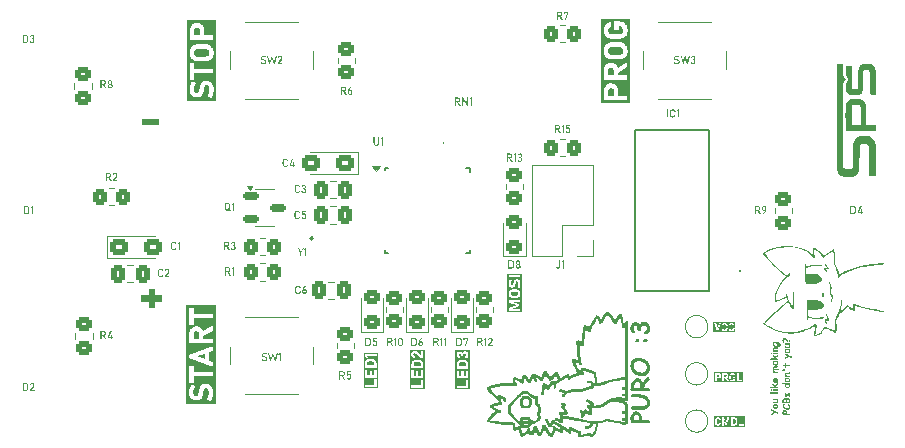
<source format=gto>
G04 #@! TF.GenerationSoftware,KiCad,Pcbnew,8.0.2*
G04 #@! TF.CreationDate,2024-06-08T23:01:55+02:00*
G04 #@! TF.ProjectId,Remote,52656d6f-7465-42e6-9b69-6361645f7063,rev?*
G04 #@! TF.SameCoordinates,Original*
G04 #@! TF.FileFunction,Legend,Top*
G04 #@! TF.FilePolarity,Positive*
%FSLAX46Y46*%
G04 Gerber Fmt 4.6, Leading zero omitted, Abs format (unit mm)*
G04 Created by KiCad (PCBNEW 8.0.2) date 2024-06-08 23:01:55*
%MOMM*%
%LPD*%
G01*
G04 APERTURE LIST*
G04 Aperture macros list*
%AMRoundRect*
0 Rectangle with rounded corners*
0 $1 Rounding radius*
0 $2 $3 $4 $5 $6 $7 $8 $9 X,Y pos of 4 corners*
0 Add a 4 corners polygon primitive as box body*
4,1,4,$2,$3,$4,$5,$6,$7,$8,$9,$2,$3,0*
0 Add four circle primitives for the rounded corners*
1,1,$1+$1,$2,$3*
1,1,$1+$1,$4,$5*
1,1,$1+$1,$6,$7*
1,1,$1+$1,$8,$9*
0 Add four rect primitives between the rounded corners*
20,1,$1+$1,$2,$3,$4,$5,0*
20,1,$1+$1,$4,$5,$6,$7,0*
20,1,$1+$1,$6,$7,$8,$9,0*
20,1,$1+$1,$8,$9,$2,$3,0*%
%AMRotRect*
0 Rectangle, with rotation*
0 The origin of the aperture is its center*
0 $1 length*
0 $2 width*
0 $3 Rotation angle, in degrees counterclockwise*
0 Add horizontal line*
21,1,$1,$2,0,0,$3*%
G04 Aperture macros list end*
%ADD10C,0.300000*%
%ADD11C,0.125000*%
%ADD12C,0.175000*%
%ADD13C,0.200000*%
%ADD14C,0.400000*%
%ADD15C,0.120000*%
%ADD16C,0.000000*%
%ADD17C,0.254000*%
%ADD18C,0.150000*%
%ADD19C,0.100000*%
%ADD20C,1.500000*%
%ADD21RoundRect,0.250000X-0.450000X0.350000X-0.450000X-0.350000X0.450000X-0.350000X0.450000X0.350000X0*%
%ADD22RoundRect,0.250000X0.350000X0.450000X-0.350000X0.450000X-0.350000X-0.450000X0.350000X-0.450000X0*%
%ADD23R,1.700000X1.700000*%
%ADD24O,1.700000X1.700000*%
%ADD25RoundRect,0.250000X0.450000X-0.325000X0.450000X0.325000X-0.450000X0.325000X-0.450000X-0.325000X0*%
%ADD26RoundRect,0.250000X-0.350000X-0.450000X0.350000X-0.450000X0.350000X0.450000X-0.350000X0.450000X0*%
%ADD27R,1.200000X1.400000*%
%ADD28RoundRect,0.250000X0.450000X-0.350000X0.450000X0.350000X-0.450000X0.350000X-0.450000X-0.350000X0*%
%ADD29C,0.800000*%
%ADD30C,6.400000*%
%ADD31RotRect,1.800000X1.800000X240.000000*%
%ADD32C,1.800000*%
%ADD33RotRect,1.800000X1.800000X300.000000*%
%ADD34C,2.000000*%
%ADD35R,1.800000X1.800000*%
%ADD36RoundRect,0.250000X0.337500X0.475000X-0.337500X0.475000X-0.337500X-0.475000X0.337500X-0.475000X0*%
%ADD37RoundRect,0.250000X-0.337500X-0.475000X0.337500X-0.475000X0.337500X0.475000X-0.337500X0.475000X0*%
%ADD38R,1.600000X0.550000*%
%ADD39R,0.550000X1.600000*%
%ADD40RoundRect,0.150000X-0.512500X-0.150000X0.512500X-0.150000X0.512500X0.150000X-0.512500X0.150000X0*%
%ADD41RoundRect,0.250000X-0.537500X-0.425000X0.537500X-0.425000X0.537500X0.425000X-0.537500X0.425000X0*%
%ADD42R,0.300000X0.650000*%
%ADD43RoundRect,0.250000X0.537500X0.425000X-0.537500X0.425000X-0.537500X-0.425000X0.537500X-0.425000X0*%
%ADD44R,1.500000X1.100000*%
%ADD45R,2.000000X2.000000*%
G04 APERTURE END LIST*
D10*
G36*
X89491196Y-82339282D02*
G01*
X91238021Y-82339282D01*
X91238021Y-82860252D01*
X89491196Y-82860252D01*
X89491196Y-82339282D01*
G37*
G36*
X90635718Y-81767021D02*
G01*
X90635718Y-83432513D01*
X90094232Y-83432513D01*
X90094232Y-81767021D01*
X90635718Y-81767021D01*
G37*
G36*
X89532229Y-67384572D02*
G01*
X90992557Y-67384572D01*
X90992557Y-67926058D01*
X89532229Y-67926058D01*
X89532229Y-67384572D01*
G37*
D11*
G36*
X139788290Y-85449958D02*
G01*
X137922009Y-85449958D01*
X137922009Y-84669152D01*
X137999787Y-84669152D01*
X138231451Y-85365000D01*
X138333862Y-85365000D01*
X138481290Y-84921845D01*
X138622801Y-84921845D01*
X138622801Y-85112819D01*
X138624217Y-85147652D01*
X138629300Y-85184656D01*
X138638081Y-85218669D01*
X138652379Y-85253356D01*
X138662323Y-85270845D01*
X138683482Y-85298918D01*
X138708833Y-85322609D01*
X138738377Y-85341919D01*
X138764115Y-85353710D01*
X138800525Y-85364615D01*
X138836022Y-85370289D01*
X138874469Y-85372180D01*
X138886712Y-85371932D01*
X138921873Y-85368213D01*
X138958181Y-85358847D01*
X138991584Y-85343970D01*
X139001046Y-85338455D01*
X139030351Y-85316817D01*
X139056217Y-85290170D01*
X139076556Y-85261905D01*
X139090384Y-85237279D01*
X139105279Y-85202493D01*
X139115793Y-85168619D01*
X139123743Y-85131967D01*
X138987822Y-85131967D01*
X138982135Y-85153652D01*
X138968198Y-85185573D01*
X138947131Y-85212665D01*
X138941467Y-85217737D01*
X138909583Y-85235614D01*
X138874469Y-85241046D01*
X138851562Y-85239443D01*
X138817774Y-85229233D01*
X138788984Y-85207536D01*
X138771755Y-85181225D01*
X138761678Y-85148368D01*
X138758722Y-85112819D01*
X138758722Y-84921845D01*
X139209570Y-84921845D01*
X139209570Y-85112819D01*
X139210986Y-85147652D01*
X139216069Y-85184656D01*
X139224850Y-85218669D01*
X139239148Y-85253356D01*
X139249092Y-85270845D01*
X139270251Y-85298918D01*
X139295602Y-85322609D01*
X139325146Y-85341919D01*
X139350884Y-85353710D01*
X139387294Y-85364615D01*
X139422791Y-85370289D01*
X139461238Y-85372180D01*
X139473481Y-85371932D01*
X139508642Y-85368213D01*
X139544950Y-85358847D01*
X139578353Y-85343970D01*
X139587815Y-85338455D01*
X139617120Y-85316817D01*
X139642986Y-85290170D01*
X139663325Y-85261905D01*
X139677153Y-85237279D01*
X139692048Y-85202493D01*
X139702562Y-85168619D01*
X139710512Y-85131967D01*
X139574591Y-85131967D01*
X139568904Y-85153652D01*
X139554967Y-85185573D01*
X139533900Y-85212665D01*
X139528236Y-85217737D01*
X139496352Y-85235614D01*
X139461238Y-85241046D01*
X139438331Y-85239443D01*
X139404543Y-85229233D01*
X139375753Y-85207536D01*
X139358524Y-85181225D01*
X139348447Y-85148368D01*
X139345491Y-85112819D01*
X139345491Y-84921845D01*
X139347885Y-84889594D01*
X139357312Y-84856089D01*
X139375753Y-84826957D01*
X139394819Y-84810593D01*
X139426299Y-84797105D01*
X139461238Y-84793105D01*
X139478335Y-84794374D01*
X139512187Y-84806099D01*
X139528304Y-84817407D01*
X139550997Y-84843199D01*
X139564186Y-84868203D01*
X139574591Y-84902355D01*
X139710512Y-84902355D01*
X139704965Y-84874443D01*
X139695267Y-84839752D01*
X139681216Y-84804174D01*
X139663838Y-84772247D01*
X139657366Y-84762405D01*
X139636076Y-84735565D01*
X139609122Y-84710471D01*
X139578695Y-84690352D01*
X139565602Y-84683740D01*
X139530884Y-84671068D01*
X139497210Y-84664373D01*
X139461238Y-84662142D01*
X139432127Y-84663218D01*
X139395892Y-84668000D01*
X139358652Y-84677952D01*
X139325146Y-84692745D01*
X139308215Y-84702977D01*
X139281000Y-84724760D01*
X139257978Y-84750870D01*
X139239148Y-84781308D01*
X139224850Y-84815788D01*
X139216069Y-84849752D01*
X139210986Y-84886837D01*
X139209570Y-84921845D01*
X138758722Y-84921845D01*
X138761116Y-84889594D01*
X138770543Y-84856089D01*
X138788984Y-84826957D01*
X138808050Y-84810593D01*
X138839530Y-84797105D01*
X138874469Y-84793105D01*
X138891566Y-84794374D01*
X138925418Y-84806099D01*
X138941535Y-84817407D01*
X138964228Y-84843199D01*
X138977417Y-84868203D01*
X138987822Y-84902355D01*
X139123743Y-84902355D01*
X139118196Y-84874443D01*
X139108498Y-84839752D01*
X139094447Y-84804174D01*
X139077069Y-84772247D01*
X139070597Y-84762405D01*
X139049307Y-84735565D01*
X139022353Y-84710471D01*
X138991926Y-84690352D01*
X138978833Y-84683740D01*
X138944115Y-84671068D01*
X138910441Y-84664373D01*
X138874469Y-84662142D01*
X138845357Y-84663218D01*
X138809123Y-84668000D01*
X138771883Y-84677952D01*
X138738377Y-84692745D01*
X138721446Y-84702977D01*
X138694231Y-84724760D01*
X138671209Y-84750870D01*
X138652379Y-84781308D01*
X138638081Y-84815788D01*
X138629300Y-84849752D01*
X138624217Y-84886837D01*
X138622801Y-84921845D01*
X138481290Y-84921845D01*
X138565355Y-84669152D01*
X138430460Y-84669152D01*
X138282571Y-85133335D01*
X138134682Y-84669152D01*
X137999787Y-84669152D01*
X137922009Y-84669152D01*
X137922009Y-84584364D01*
X139788290Y-84584364D01*
X139788290Y-85449958D01*
G37*
D12*
G36*
X139698219Y-92797960D02*
G01*
X139733543Y-92807653D01*
X139764197Y-92826615D01*
X139781305Y-92846160D01*
X139795406Y-92878574D01*
X139799588Y-92914665D01*
X139799588Y-93119487D01*
X139797376Y-93146137D01*
X139785763Y-93180261D01*
X139764197Y-93207365D01*
X139736411Y-93225178D01*
X139701716Y-93235597D01*
X139664180Y-93238653D01*
X139562281Y-93238653D01*
X139562281Y-92795498D01*
X139664180Y-92795498D01*
X139698219Y-92797960D01*
G37*
G36*
X140617984Y-93459680D02*
G01*
X137969733Y-93459680D01*
X137969733Y-92921845D01*
X138057233Y-92921845D01*
X138057233Y-93112819D01*
X138058648Y-93147652D01*
X138063732Y-93184656D01*
X138072513Y-93218669D01*
X138086810Y-93253356D01*
X138096754Y-93270845D01*
X138117913Y-93298918D01*
X138143264Y-93322609D01*
X138172808Y-93341919D01*
X138198546Y-93353710D01*
X138234956Y-93364615D01*
X138270454Y-93370289D01*
X138308900Y-93372180D01*
X138321144Y-93371932D01*
X138356305Y-93368213D01*
X138368760Y-93365000D01*
X138667937Y-93365000D01*
X138787103Y-93365000D01*
X138787103Y-92880122D01*
X138915331Y-93287550D01*
X139031078Y-93287550D01*
X139159305Y-92870892D01*
X139159305Y-93365000D01*
X139278471Y-93365000D01*
X139278471Y-93238653D01*
X139431147Y-93238653D01*
X139431147Y-93365000D01*
X139497142Y-93365000D01*
X139660760Y-93365000D01*
X140064420Y-93365000D01*
X140122721Y-93365000D01*
X140530484Y-93365000D01*
X140530484Y-93238653D01*
X140195554Y-93238653D01*
X140195554Y-92669152D01*
X140064420Y-92669152D01*
X140064420Y-93365000D01*
X139660760Y-93365000D01*
X139672075Y-93364877D01*
X139709804Y-93362525D01*
X139744621Y-93357178D01*
X139780845Y-93347400D01*
X139813265Y-93333712D01*
X139831596Y-93323280D01*
X139860847Y-93301473D01*
X139885283Y-93275772D01*
X139904905Y-93246175D01*
X139916830Y-93220707D01*
X139927858Y-93185438D01*
X139933596Y-93151704D01*
X139935509Y-93115725D01*
X139935509Y-92918597D01*
X139934879Y-92896818D01*
X139931032Y-92862604D01*
X139921797Y-92824985D01*
X139907526Y-92791117D01*
X139888218Y-92761000D01*
X139863872Y-92734633D01*
X139840083Y-92715769D01*
X139807689Y-92697352D01*
X139771100Y-92683540D01*
X139737405Y-92675546D01*
X139700796Y-92670750D01*
X139661273Y-92669152D01*
X139562281Y-92669152D01*
X139431147Y-92669152D01*
X139431147Y-93238653D01*
X139278471Y-93238653D01*
X139278471Y-92669152D01*
X139105792Y-92669152D01*
X138973119Y-93138122D01*
X138840617Y-92669152D01*
X138667937Y-92669152D01*
X138667937Y-93365000D01*
X138368760Y-93365000D01*
X138392612Y-93358847D01*
X138426015Y-93343970D01*
X138435477Y-93338455D01*
X138464782Y-93316817D01*
X138490648Y-93290170D01*
X138510987Y-93261905D01*
X138524815Y-93237279D01*
X138539710Y-93202493D01*
X138550225Y-93168619D01*
X138558175Y-93131967D01*
X138422254Y-93131967D01*
X138416566Y-93153652D01*
X138402630Y-93185573D01*
X138381563Y-93212665D01*
X138375898Y-93217737D01*
X138344014Y-93235614D01*
X138308900Y-93241046D01*
X138285993Y-93239443D01*
X138252205Y-93229233D01*
X138223415Y-93207536D01*
X138206186Y-93181225D01*
X138196109Y-93148368D01*
X138193154Y-93112819D01*
X138193154Y-92921845D01*
X138195547Y-92889594D01*
X138204975Y-92856089D01*
X138223415Y-92826957D01*
X138242481Y-92810593D01*
X138273961Y-92797105D01*
X138308900Y-92793105D01*
X138325997Y-92794374D01*
X138359849Y-92806099D01*
X138375966Y-92817407D01*
X138398660Y-92843199D01*
X138411848Y-92868203D01*
X138422254Y-92902355D01*
X138558175Y-92902355D01*
X138552627Y-92874443D01*
X138542930Y-92839752D01*
X138528878Y-92804174D01*
X138511500Y-92772247D01*
X138505028Y-92762405D01*
X138483739Y-92735565D01*
X138456784Y-92710471D01*
X138426357Y-92690352D01*
X138413264Y-92683740D01*
X138378546Y-92671068D01*
X138344873Y-92664373D01*
X138308900Y-92662142D01*
X138279789Y-92663218D01*
X138243554Y-92668000D01*
X138206315Y-92677952D01*
X138172808Y-92692745D01*
X138155877Y-92702977D01*
X138128663Y-92724760D01*
X138105640Y-92750870D01*
X138086810Y-92781308D01*
X138072513Y-92815788D01*
X138063732Y-92849752D01*
X138058648Y-92886837D01*
X138057233Y-92921845D01*
X137969733Y-92921845D01*
X137969733Y-92574642D01*
X140617984Y-92574642D01*
X140617984Y-93459680D01*
G37*
D11*
G36*
X138382565Y-89050047D02*
G01*
X138411482Y-89069263D01*
X138427896Y-89096918D01*
X138433367Y-89132693D01*
X138429145Y-89163571D01*
X138411311Y-89195097D01*
X138387705Y-89212155D01*
X138353866Y-89218862D01*
X138202728Y-89218862D01*
X138202728Y-89045498D01*
X138353866Y-89045498D01*
X138382565Y-89050047D01*
G37*
G36*
X138986178Y-89047823D02*
G01*
X139015861Y-89067725D01*
X139029115Y-89091877D01*
X139034326Y-89126880D01*
X139030947Y-89154515D01*
X139015348Y-89186378D01*
X138999793Y-89200026D01*
X138966280Y-89208775D01*
X138803175Y-89208775D01*
X138803175Y-89045157D01*
X138966280Y-89045157D01*
X138986178Y-89047823D01*
G37*
G36*
X140459177Y-89699958D02*
G01*
X137993816Y-89699958D01*
X137993816Y-89218862D01*
X138071594Y-89218862D01*
X138071594Y-89615000D01*
X138202728Y-89615000D01*
X138202728Y-89345038D01*
X138350617Y-89345038D01*
X138362752Y-89344808D01*
X138397444Y-89341359D01*
X138432977Y-89332674D01*
X138465338Y-89318879D01*
X138493975Y-89300320D01*
X138520540Y-89275045D01*
X138541933Y-89244678D01*
X138546821Y-89235560D01*
X138557403Y-89208775D01*
X138672041Y-89208775D01*
X138672041Y-89615000D01*
X138803175Y-89615000D01*
X138803175Y-89335122D01*
X138882610Y-89335122D01*
X139039455Y-89615000D01*
X139198457Y-89615000D01*
X139031687Y-89327632D01*
X139046394Y-89324003D01*
X139077752Y-89309305D01*
X139100486Y-89293037D01*
X139126128Y-89266214D01*
X139144944Y-89236472D01*
X139146437Y-89233529D01*
X139159738Y-89199102D01*
X139165348Y-89171845D01*
X139277274Y-89171845D01*
X139277274Y-89377180D01*
X139278392Y-89404170D01*
X139283361Y-89438156D01*
X139293703Y-89473656D01*
X139309075Y-89506263D01*
X139319643Y-89522915D01*
X139341842Y-89549838D01*
X139368125Y-89572839D01*
X139398492Y-89591919D01*
X139424699Y-89603710D01*
X139461110Y-89614615D01*
X139496041Y-89620289D01*
X139533387Y-89622180D01*
X139561349Y-89621044D01*
X139596462Y-89615995D01*
X139599922Y-89615000D01*
X139915334Y-89615000D01*
X139973635Y-89615000D01*
X140381399Y-89615000D01*
X140381399Y-89488653D01*
X140046468Y-89488653D01*
X140046468Y-88919152D01*
X139915334Y-88919152D01*
X139915334Y-89615000D01*
X139599922Y-89615000D01*
X139633001Y-89605487D01*
X139666402Y-89589867D01*
X139683527Y-89579126D01*
X139711258Y-89556553D01*
X139735014Y-89529815D01*
X139754794Y-89498911D01*
X139768632Y-89468350D01*
X139778516Y-89435310D01*
X139784446Y-89399791D01*
X139786423Y-89361793D01*
X139786423Y-89226043D01*
X139545184Y-89226043D01*
X139545184Y-89352219D01*
X139650502Y-89352219D01*
X139650502Y-89363845D01*
X139648964Y-89387908D01*
X139639171Y-89423487D01*
X139618360Y-89453946D01*
X139601038Y-89468083D01*
X139567193Y-89482441D01*
X139533046Y-89486259D01*
X139510415Y-89484836D01*
X139476303Y-89475771D01*
X139446022Y-89456510D01*
X139433231Y-89442488D01*
X139417812Y-89411497D01*
X139413196Y-89377180D01*
X139413196Y-89171845D01*
X139415194Y-89145334D01*
X139425684Y-89110657D01*
X139445167Y-89082086D01*
X139464897Y-89065557D01*
X139496337Y-89051933D01*
X139530310Y-89047892D01*
X139564803Y-89052508D01*
X139597159Y-89066357D01*
X139621946Y-89087086D01*
X139639047Y-89118845D01*
X139780610Y-89118845D01*
X139778069Y-89107316D01*
X139768028Y-89074406D01*
X139752620Y-89040789D01*
X139732739Y-89010279D01*
X139728271Y-89004546D01*
X139703967Y-88978310D01*
X139676392Y-88956114D01*
X139645544Y-88937958D01*
X139635701Y-88933345D01*
X139601480Y-88921243D01*
X139565089Y-88914184D01*
X139530481Y-88912142D01*
X139502455Y-88913278D01*
X139467257Y-88918327D01*
X139430622Y-88928835D01*
X139397124Y-88944455D01*
X139380000Y-88955142D01*
X139352268Y-88977619D01*
X139328513Y-89004262D01*
X139308733Y-89035069D01*
X139294970Y-89065481D01*
X139285139Y-89098414D01*
X139279241Y-89133869D01*
X139277274Y-89171845D01*
X139165348Y-89171845D01*
X139166851Y-89164544D01*
X139169221Y-89126880D01*
X139169198Y-89122985D01*
X139166393Y-89085718D01*
X139158913Y-89051524D01*
X139145286Y-89017459D01*
X139130280Y-88992689D01*
X139105476Y-88964880D01*
X139077923Y-88944626D01*
X139046468Y-88929928D01*
X139011578Y-88921331D01*
X138976880Y-88918810D01*
X138803175Y-88918810D01*
X138672041Y-88918810D01*
X138672041Y-89208775D01*
X138557403Y-89208775D01*
X138559644Y-89203102D01*
X138567124Y-89167472D01*
X138569288Y-89132693D01*
X138569047Y-89120723D01*
X138565441Y-89086579D01*
X138556358Y-89051751D01*
X138541933Y-89020195D01*
X138522789Y-88992362D01*
X138496755Y-88966567D01*
X138465509Y-88945823D01*
X138456161Y-88941056D01*
X138422876Y-88928554D01*
X138386317Y-88921261D01*
X138350617Y-88919152D01*
X138202728Y-88919152D01*
X138071594Y-88919152D01*
X138071594Y-89218862D01*
X137993816Y-89218862D01*
X137993816Y-88834364D01*
X140459177Y-88834364D01*
X140459177Y-89699958D01*
G37*
D13*
G36*
X116862338Y-88013014D02*
G01*
X116911087Y-88029604D01*
X116949808Y-88060413D01*
X116975255Y-88100107D01*
X116990139Y-88149671D01*
X116994504Y-88203295D01*
X116994504Y-88348863D01*
X116361427Y-88348863D01*
X116361427Y-88203295D01*
X116364943Y-88154666D01*
X116378791Y-88104205D01*
X116405879Y-88060413D01*
X116433800Y-88035973D01*
X116480105Y-88015829D01*
X116531664Y-88009854D01*
X116824267Y-88009854D01*
X116862338Y-88013014D01*
G37*
G36*
X117296369Y-90285690D02*
G01*
X116059806Y-90285690D01*
X116059806Y-89987244D01*
X116180931Y-89987244D01*
X116180931Y-90174579D01*
X117175000Y-90174579D01*
X117175000Y-89987244D01*
X117175000Y-89508773D01*
X116994504Y-89508773D01*
X116994504Y-89987244D01*
X116180931Y-89987244D01*
X116059806Y-89987244D01*
X116059806Y-89304830D01*
X116180931Y-89304830D01*
X116180931Y-89372485D01*
X117175000Y-89372485D01*
X117175000Y-89185151D01*
X117175000Y-88706679D01*
X116994504Y-88706679D01*
X116994504Y-89185151D01*
X116771755Y-89185151D01*
X116771755Y-88781906D01*
X116591259Y-88781906D01*
X116591259Y-89185151D01*
X116361427Y-89185151D01*
X116361427Y-88706679D01*
X116180931Y-88706679D01*
X116180931Y-89304830D01*
X116059806Y-89304830D01*
X116059806Y-88207447D01*
X116180931Y-88207447D01*
X116180931Y-88441920D01*
X116180931Y-88536198D01*
X117175000Y-88536198D01*
X117175000Y-88348863D01*
X117175000Y-88208180D01*
X117174825Y-88192016D01*
X117171464Y-88138117D01*
X117163825Y-88088378D01*
X117149858Y-88036629D01*
X117130303Y-87990315D01*
X117115400Y-87964128D01*
X117084248Y-87922341D01*
X117047531Y-87887432D01*
X117005251Y-87859401D01*
X116968868Y-87842366D01*
X116918483Y-87826611D01*
X116870291Y-87818414D01*
X116818893Y-87815681D01*
X116537281Y-87815681D01*
X116506169Y-87816581D01*
X116457292Y-87822077D01*
X116403551Y-87835269D01*
X116355168Y-87855657D01*
X116312143Y-87883240D01*
X116274476Y-87918019D01*
X116247527Y-87952004D01*
X116221218Y-87998281D01*
X116201485Y-88050551D01*
X116190066Y-88098687D01*
X116183215Y-88150986D01*
X116181099Y-88203295D01*
X116180931Y-88207447D01*
X116059806Y-88207447D01*
X116059806Y-87368473D01*
X116170917Y-87368473D01*
X116170992Y-87375993D01*
X116175695Y-87426633D01*
X116190029Y-87480214D01*
X116213919Y-87529215D01*
X116247365Y-87573637D01*
X116272782Y-87598140D01*
X116313494Y-87626553D01*
X116360190Y-87648095D01*
X116412870Y-87662764D01*
X116462787Y-87669868D01*
X116462787Y-87477161D01*
X116423913Y-87466401D01*
X116381454Y-87440524D01*
X116366256Y-87422507D01*
X116352634Y-87375311D01*
X116353826Y-87359056D01*
X116377547Y-87314739D01*
X116399185Y-87301642D01*
X116448377Y-87293246D01*
X116465474Y-87293246D01*
X116493753Y-87295154D01*
X116541189Y-87312785D01*
X116550320Y-87320596D01*
X116568056Y-87367740D01*
X116568056Y-87451759D01*
X116748551Y-87451759D01*
X116748551Y-87367740D01*
X116751557Y-87342395D01*
X116779326Y-87300573D01*
X116816451Y-87282804D01*
X116866765Y-87276882D01*
X116889968Y-87276882D01*
X116929834Y-87281678D01*
X116973743Y-87305946D01*
X116994956Y-87338386D01*
X117003297Y-87388256D01*
X117000840Y-87413596D01*
X116978140Y-87458598D01*
X116954156Y-87477438D01*
X116907065Y-87492792D01*
X116907065Y-87686233D01*
X116912551Y-87685891D01*
X116964624Y-87678545D01*
X117011641Y-87664043D01*
X117057519Y-87639826D01*
X117093454Y-87610932D01*
X117126426Y-87572702D01*
X117152529Y-87527719D01*
X117158378Y-87514319D01*
X117173720Y-87467264D01*
X117182669Y-87416536D01*
X117185258Y-87367740D01*
X117184977Y-87350642D01*
X117179578Y-87294631D01*
X117167306Y-87244580D01*
X117144866Y-87194679D01*
X117113450Y-87152562D01*
X117104245Y-87143275D01*
X117062846Y-87112119D01*
X117014120Y-87090549D01*
X116965473Y-87079540D01*
X116911217Y-87075870D01*
X116880931Y-87075870D01*
X116827293Y-87079710D01*
X116775564Y-87092805D01*
X116731454Y-87115193D01*
X116704679Y-87136869D01*
X116674477Y-87176940D01*
X116656228Y-87226079D01*
X116645792Y-87203030D01*
X116616937Y-87160218D01*
X116579535Y-87127161D01*
X116556254Y-87113552D01*
X116508552Y-87097146D01*
X116459368Y-87092234D01*
X116429082Y-87092234D01*
X116377712Y-87095682D01*
X116325616Y-87108066D01*
X116280572Y-87129456D01*
X116238328Y-87164286D01*
X116230165Y-87173527D01*
X116202779Y-87215185D01*
X116183820Y-87264355D01*
X116174143Y-87313539D01*
X116170917Y-87368473D01*
X116059806Y-87368473D01*
X116059806Y-86964759D01*
X117296369Y-86964759D01*
X117296369Y-90285690D01*
G37*
G36*
X113037338Y-87988014D02*
G01*
X113086087Y-88004604D01*
X113124808Y-88035413D01*
X113150255Y-88075107D01*
X113165139Y-88124671D01*
X113169504Y-88178295D01*
X113169504Y-88323863D01*
X112536427Y-88323863D01*
X112536427Y-88178295D01*
X112539943Y-88129666D01*
X112553791Y-88079205D01*
X112580879Y-88035413D01*
X112608800Y-88010973D01*
X112655105Y-87990829D01*
X112706664Y-87984854D01*
X112999267Y-87984854D01*
X113037338Y-87988014D01*
G37*
G36*
X113461111Y-90260690D02*
G01*
X112234806Y-90260690D01*
X112234806Y-89962244D01*
X112355931Y-89962244D01*
X112355931Y-90149579D01*
X113350000Y-90149579D01*
X113350000Y-89962244D01*
X113350000Y-89483773D01*
X113169504Y-89483773D01*
X113169504Y-89962244D01*
X112355931Y-89962244D01*
X112234806Y-89962244D01*
X112234806Y-89279830D01*
X112355931Y-89279830D01*
X112355931Y-89347485D01*
X113350000Y-89347485D01*
X113350000Y-89160151D01*
X113350000Y-88681679D01*
X113169504Y-88681679D01*
X113169504Y-89160151D01*
X112946755Y-89160151D01*
X112946755Y-88756906D01*
X112766259Y-88756906D01*
X112766259Y-89160151D01*
X112536427Y-89160151D01*
X112536427Y-88681679D01*
X112355931Y-88681679D01*
X112355931Y-89279830D01*
X112234806Y-89279830D01*
X112234806Y-88182447D01*
X112355931Y-88182447D01*
X112355931Y-88416920D01*
X112355931Y-88511198D01*
X113350000Y-88511198D01*
X113350000Y-88323863D01*
X113350000Y-88183180D01*
X113349825Y-88167016D01*
X113346464Y-88113117D01*
X113338825Y-88063378D01*
X113324858Y-88011629D01*
X113305303Y-87965315D01*
X113290400Y-87939128D01*
X113259248Y-87897341D01*
X113222531Y-87862432D01*
X113180251Y-87834401D01*
X113143868Y-87817366D01*
X113093483Y-87801611D01*
X113045291Y-87793414D01*
X112993893Y-87790681D01*
X112712281Y-87790681D01*
X112681169Y-87791581D01*
X112632292Y-87797077D01*
X112578551Y-87810269D01*
X112530168Y-87830657D01*
X112487143Y-87858240D01*
X112449476Y-87893019D01*
X112422527Y-87927004D01*
X112396218Y-87973281D01*
X112376485Y-88025551D01*
X112365066Y-88073687D01*
X112358215Y-88125986D01*
X112356099Y-88178295D01*
X112355931Y-88182447D01*
X112234806Y-88182447D01*
X112234806Y-87340053D01*
X112345917Y-87340053D01*
X112346222Y-87356016D01*
X112352080Y-87408925D01*
X112365396Y-87457229D01*
X112389743Y-87506795D01*
X112423831Y-87550346D01*
X112449729Y-87573869D01*
X112491196Y-87600950D01*
X112538740Y-87621206D01*
X112592362Y-87634637D01*
X112643161Y-87640716D01*
X112643893Y-87640716D01*
X112643893Y-87448741D01*
X112643161Y-87448741D01*
X112598962Y-87438884D01*
X112556699Y-87413570D01*
X112536932Y-87387174D01*
X112526168Y-87338588D01*
X112528315Y-87310815D01*
X112548150Y-87264826D01*
X112561964Y-87252193D01*
X112610432Y-87238692D01*
X112611653Y-87238692D01*
X112622075Y-87239139D01*
X112671004Y-87251393D01*
X112690682Y-87260357D01*
X112732798Y-87287297D01*
X113181228Y-87628504D01*
X113350000Y-87628504D01*
X113350000Y-87040612D01*
X113169504Y-87040612D01*
X113169504Y-87380353D01*
X112860537Y-87135622D01*
X112832754Y-87115564D01*
X112788104Y-87089941D01*
X112739881Y-87069676D01*
X112706481Y-87059311D01*
X112656151Y-87049316D01*
X112605547Y-87045985D01*
X112604815Y-87045985D01*
X112597145Y-87046060D01*
X112546517Y-87050793D01*
X112495211Y-87065219D01*
X112450896Y-87089262D01*
X112413572Y-87122921D01*
X112397716Y-87143144D01*
X112372345Y-87189519D01*
X112357083Y-87236585D01*
X112348296Y-87289704D01*
X112345917Y-87340053D01*
X112234806Y-87340053D01*
X112234806Y-86929501D01*
X113461111Y-86929501D01*
X113461111Y-90260690D01*
G37*
G36*
X109087338Y-87938014D02*
G01*
X109136087Y-87954604D01*
X109174808Y-87985413D01*
X109200255Y-88025107D01*
X109215139Y-88074671D01*
X109219504Y-88128295D01*
X109219504Y-88273863D01*
X108586427Y-88273863D01*
X108586427Y-88128295D01*
X108589943Y-88079666D01*
X108603791Y-88029205D01*
X108630879Y-87985413D01*
X108658800Y-87960973D01*
X108705105Y-87940829D01*
X108756664Y-87934854D01*
X109049267Y-87934854D01*
X109087338Y-87938014D01*
G37*
G36*
X109511111Y-90210690D02*
G01*
X108294820Y-90210690D01*
X108294820Y-89912244D01*
X108405931Y-89912244D01*
X108405931Y-90099579D01*
X109400000Y-90099579D01*
X109400000Y-89912244D01*
X109400000Y-89433773D01*
X109219504Y-89433773D01*
X109219504Y-89912244D01*
X108405931Y-89912244D01*
X108294820Y-89912244D01*
X108294820Y-89229830D01*
X108405931Y-89229830D01*
X108405931Y-89297485D01*
X109400000Y-89297485D01*
X109400000Y-89110151D01*
X109400000Y-88631679D01*
X109219504Y-88631679D01*
X109219504Y-89110151D01*
X108996755Y-89110151D01*
X108996755Y-88706906D01*
X108816259Y-88706906D01*
X108816259Y-89110151D01*
X108586427Y-89110151D01*
X108586427Y-88631679D01*
X108405931Y-88631679D01*
X108405931Y-89229830D01*
X108294820Y-89229830D01*
X108294820Y-88132447D01*
X108405931Y-88132447D01*
X108405931Y-88366920D01*
X108405931Y-88461198D01*
X109400000Y-88461198D01*
X109400000Y-88273863D01*
X109400000Y-88133180D01*
X109399825Y-88117016D01*
X109396464Y-88063117D01*
X109388825Y-88013378D01*
X109374858Y-87961629D01*
X109355303Y-87915315D01*
X109340400Y-87889128D01*
X109309248Y-87847341D01*
X109272531Y-87812432D01*
X109230251Y-87784401D01*
X109193868Y-87767366D01*
X109143483Y-87751611D01*
X109095291Y-87743414D01*
X109043893Y-87740681D01*
X108762281Y-87740681D01*
X108731169Y-87741581D01*
X108682292Y-87747077D01*
X108628551Y-87760269D01*
X108580168Y-87780657D01*
X108537143Y-87808240D01*
X108499476Y-87843019D01*
X108472527Y-87877004D01*
X108446218Y-87923281D01*
X108426485Y-87975551D01*
X108415066Y-88023687D01*
X108408215Y-88075986D01*
X108406099Y-88128295D01*
X108405931Y-88132447D01*
X108294820Y-88132447D01*
X108294820Y-87456138D01*
X108405931Y-87456138D01*
X108473098Y-87604394D01*
X108671912Y-87604394D01*
X108626238Y-87483494D01*
X109400000Y-87483494D01*
X109400000Y-87296159D01*
X108405931Y-87296159D01*
X108405931Y-87456138D01*
X108294820Y-87456138D01*
X108294820Y-87185048D01*
X109511111Y-87185048D01*
X109511111Y-90210690D01*
G37*
G36*
X121260934Y-82025963D02*
G01*
X121309820Y-82041110D01*
X121350052Y-82069240D01*
X121373193Y-82097523D01*
X121392267Y-82142866D01*
X121397923Y-82192094D01*
X121395633Y-82223996D01*
X121381047Y-82271995D01*
X121350052Y-82314460D01*
X121320690Y-82336775D01*
X121273967Y-82355167D01*
X121223534Y-82360622D01*
X120932397Y-82360622D01*
X120894798Y-82357737D01*
X120845786Y-82342590D01*
X120805635Y-82314460D01*
X120782612Y-82286098D01*
X120763635Y-82240829D01*
X120758007Y-82191850D01*
X120760286Y-82159770D01*
X120774798Y-82111627D01*
X120805635Y-82069240D01*
X120834917Y-82046926D01*
X120881715Y-82028533D01*
X120932397Y-82023078D01*
X121223534Y-82023078D01*
X121260934Y-82025963D01*
G37*
G36*
X121696369Y-83735690D02*
G01*
X120459806Y-83735690D01*
X120459806Y-82999073D01*
X120580931Y-82999073D01*
X121250889Y-83188605D01*
X120580931Y-83377893D01*
X120580931Y-83624579D01*
X121575000Y-83624579D01*
X121575000Y-83454341D01*
X120882319Y-83454341D01*
X121464357Y-83271159D01*
X121464357Y-83105807D01*
X120869134Y-82922625D01*
X121575000Y-82922625D01*
X121575000Y-82752387D01*
X120580931Y-82752387D01*
X120580931Y-82999073D01*
X120459806Y-82999073D01*
X120459806Y-82191850D01*
X120570917Y-82191850D01*
X120572514Y-82231913D01*
X120579613Y-82282311D01*
X120594386Y-82334885D01*
X120616346Y-82383092D01*
X120631443Y-82407697D01*
X120663156Y-82447507D01*
X120700703Y-82481559D01*
X120744085Y-82509854D01*
X120781463Y-82527365D01*
X120833539Y-82543560D01*
X120883624Y-82551986D01*
X120937281Y-82554795D01*
X121218893Y-82554795D01*
X121259156Y-82553215D01*
X121309875Y-82546193D01*
X121362882Y-82531579D01*
X121411601Y-82509854D01*
X121436563Y-82494846D01*
X121476897Y-82463352D01*
X121511319Y-82426101D01*
X121539829Y-82383092D01*
X121557530Y-82345975D01*
X121573900Y-82294371D01*
X121582418Y-82244836D01*
X121585258Y-82191850D01*
X121583661Y-82151796D01*
X121576562Y-82101436D01*
X121561789Y-82048942D01*
X121539829Y-82000852D01*
X121524720Y-81976183D01*
X121492925Y-81936318D01*
X121455219Y-81902287D01*
X121411601Y-81874090D01*
X121374079Y-81856484D01*
X121322025Y-81840202D01*
X121272154Y-81831729D01*
X121218893Y-81828905D01*
X120937281Y-81828905D01*
X120896704Y-81830494D01*
X120845726Y-81837554D01*
X120792645Y-81852248D01*
X120744085Y-81874090D01*
X120719264Y-81889035D01*
X120679123Y-81920473D01*
X120644818Y-81957745D01*
X120616346Y-82000852D01*
X120598645Y-82037875D01*
X120582274Y-82089390D01*
X120573756Y-82138880D01*
X120570917Y-82191850D01*
X120459806Y-82191850D01*
X120459806Y-81305981D01*
X120570917Y-81305981D01*
X120571228Y-81327532D01*
X120574727Y-81378704D01*
X120584058Y-81435009D01*
X120598987Y-81485751D01*
X120619515Y-81530928D01*
X120650540Y-81576602D01*
X120677033Y-81604185D01*
X120719531Y-81634946D01*
X120768341Y-81656544D01*
X120823462Y-81668980D01*
X120875732Y-81672346D01*
X120876465Y-81672346D01*
X120924301Y-81669950D01*
X120975002Y-81660515D01*
X121020568Y-81642060D01*
X121033673Y-81634125D01*
X121073411Y-81601608D01*
X121103611Y-81561704D01*
X121110633Y-81549041D01*
X121131363Y-81502438D01*
X121146109Y-81452283D01*
X121150129Y-81433695D01*
X121159633Y-81385702D01*
X121168335Y-81334558D01*
X121175448Y-81293598D01*
X121186653Y-81244921D01*
X121194691Y-81220568D01*
X121220603Y-81178242D01*
X121238754Y-81163780D01*
X121286549Y-81152841D01*
X121287281Y-81152841D01*
X121290798Y-81152890D01*
X121340318Y-81167110D01*
X121375209Y-81203399D01*
X121392869Y-81243007D01*
X121403199Y-81292311D01*
X121406228Y-81345549D01*
X121406128Y-81355455D01*
X121402621Y-81404499D01*
X121394106Y-81452732D01*
X121380582Y-81500154D01*
X121362455Y-81545430D01*
X121337666Y-81591211D01*
X121307798Y-81632778D01*
X121462159Y-81719484D01*
X121476410Y-81701129D01*
X121504519Y-81658590D01*
X121528838Y-81612262D01*
X121541813Y-81581945D01*
X121558185Y-81534524D01*
X121570847Y-81484767D01*
X121577152Y-81450512D01*
X121583231Y-81398443D01*
X121585258Y-81345549D01*
X121584950Y-81323305D01*
X121581483Y-81270486D01*
X121572238Y-81212360D01*
X121557446Y-81159969D01*
X121537107Y-81113315D01*
X121506367Y-81066135D01*
X121480069Y-81037568D01*
X121437983Y-81005708D01*
X121389749Y-80983338D01*
X121335368Y-80970458D01*
X121283862Y-80966972D01*
X121282397Y-80966972D01*
X121242356Y-80968728D01*
X121193731Y-80976874D01*
X121145865Y-80995060D01*
X121136173Y-81000450D01*
X121096222Y-81030090D01*
X121063066Y-81070043D01*
X121055774Y-81081980D01*
X121033674Y-81126165D01*
X121016905Y-81174090D01*
X121012955Y-81188268D01*
X121000392Y-81238069D01*
X120989794Y-81288152D01*
X120979801Y-81335421D01*
X120967568Y-81385360D01*
X120956840Y-81416696D01*
X120931175Y-81458389D01*
X120907303Y-81476575D01*
X120858635Y-81486477D01*
X120857903Y-81486477D01*
X120812351Y-81474692D01*
X120778279Y-81439338D01*
X120763339Y-81405955D01*
X120752714Y-81355946D01*
X120749947Y-81305981D01*
X120750472Y-81287920D01*
X120757524Y-81236014D01*
X120771441Y-81186058D01*
X120783363Y-81155009D01*
X120805654Y-81109694D01*
X120833234Y-81065891D01*
X120674720Y-80986756D01*
X120665580Y-81000323D01*
X120638026Y-81047034D01*
X120614957Y-81096036D01*
X120598028Y-81142094D01*
X120594745Y-81152495D01*
X120581507Y-81204182D01*
X120573565Y-81255344D01*
X120570917Y-81305981D01*
X120459806Y-81305981D01*
X120459806Y-80823602D01*
X120580931Y-80823602D01*
X121575000Y-80823602D01*
X121575000Y-80629429D01*
X120580931Y-80629429D01*
X120580931Y-80823602D01*
X120459806Y-80823602D01*
X120459806Y-80518318D01*
X121696369Y-80518318D01*
X121696369Y-83735690D01*
G37*
D11*
G36*
X142867400Y-91986477D02*
G01*
X142895757Y-91999675D01*
X142925391Y-92013048D01*
X142955564Y-92026467D01*
X142983289Y-92038691D01*
X143014201Y-92052238D01*
X143048300Y-92067109D01*
X143057323Y-92071034D01*
X143087054Y-92083978D01*
X143115136Y-92096432D01*
X143147919Y-92111310D01*
X143178127Y-92125423D01*
X143205759Y-92138771D01*
X143235517Y-92153777D01*
X143249005Y-92160866D01*
X143277385Y-92176015D01*
X143307874Y-92192324D01*
X143337151Y-92208041D01*
X143363782Y-92222458D01*
X143376793Y-92229743D01*
X143398940Y-92249018D01*
X143412249Y-92276010D01*
X143413136Y-92285723D01*
X143406002Y-92314393D01*
X143398042Y-92325730D01*
X143372644Y-92342401D01*
X143356570Y-92344635D01*
X143327015Y-92334470D01*
X143297786Y-92320357D01*
X143266360Y-92303976D01*
X143236593Y-92287846D01*
X143202714Y-92269029D01*
X143184232Y-92258612D01*
X143157991Y-92276225D01*
X143130087Y-92294446D01*
X143102496Y-92312152D01*
X143076914Y-92328379D01*
X143048978Y-92345944D01*
X143043108Y-92349617D01*
X143014571Y-92367786D01*
X142986989Y-92385163D01*
X142955950Y-92404572D01*
X142928631Y-92421562D01*
X142899100Y-92439853D01*
X142867357Y-92459444D01*
X142842098Y-92474991D01*
X142833401Y-92480336D01*
X142804760Y-92488534D01*
X142803799Y-92488542D01*
X142775152Y-92480527D01*
X142762766Y-92469931D01*
X142748750Y-92443453D01*
X142747233Y-92429631D01*
X142756089Y-92400543D01*
X142775223Y-92380099D01*
X142825488Y-92349177D01*
X142851334Y-92334159D01*
X142880371Y-92317309D01*
X142907690Y-92301461D01*
X142933491Y-92286495D01*
X142947707Y-92278249D01*
X142974686Y-92262548D01*
X143003375Y-92245102D01*
X143029063Y-92228596D01*
X143054745Y-92210882D01*
X143066116Y-92202485D01*
X143034957Y-92187447D01*
X143003248Y-92172458D01*
X142973298Y-92158487D01*
X142940142Y-92143171D01*
X142911309Y-92129950D01*
X142880424Y-92115868D01*
X142872383Y-92112213D01*
X142844016Y-92100156D01*
X142815514Y-92088083D01*
X142784895Y-92075137D01*
X142760510Y-92058720D01*
X142747821Y-92030642D01*
X142747233Y-92021501D01*
X142754367Y-91992894D01*
X142762327Y-91981494D01*
X142787337Y-91964824D01*
X142803360Y-91962590D01*
X142832794Y-91971011D01*
X142861311Y-91983584D01*
X142867400Y-91986477D01*
G37*
G36*
X143200021Y-91535192D02*
G01*
X143233831Y-91539987D01*
X143265633Y-91548378D01*
X143295425Y-91560365D01*
X143323208Y-91575948D01*
X143336346Y-91585088D01*
X143362443Y-91607951D01*
X143383140Y-91633565D01*
X143398438Y-91661930D01*
X143408337Y-91693047D01*
X143412836Y-91726914D01*
X143413136Y-91738815D01*
X143410591Y-91771130D01*
X143402954Y-91801398D01*
X143390227Y-91829618D01*
X143372408Y-91855790D01*
X143359940Y-91869826D01*
X143336698Y-91890349D01*
X143310715Y-91906852D01*
X143281990Y-91919337D01*
X143250525Y-91927804D01*
X143216320Y-91932251D01*
X143204309Y-91932841D01*
X143170283Y-91931982D01*
X143137669Y-91927208D01*
X143106467Y-91918519D01*
X143076676Y-91905913D01*
X143048298Y-91889393D01*
X143039152Y-91883016D01*
X143014496Y-91862220D01*
X142994020Y-91839035D01*
X142977723Y-91813459D01*
X142965604Y-91785494D01*
X142957664Y-91755139D01*
X142953903Y-91722393D01*
X142953697Y-91713902D01*
X143066116Y-91713902D01*
X143070435Y-91743503D01*
X143085798Y-91771238D01*
X143109411Y-91792063D01*
X143112278Y-91793916D01*
X143140737Y-91808016D01*
X143169313Y-91815756D01*
X143200466Y-91818658D01*
X143203722Y-91818682D01*
X143235040Y-91815375D01*
X143262964Y-91804222D01*
X143279633Y-91790692D01*
X143295985Y-91764915D01*
X143300589Y-91738668D01*
X143295933Y-91709076D01*
X143281964Y-91683129D01*
X143276263Y-91676386D01*
X143252096Y-91657791D01*
X143222242Y-91647068D01*
X143199180Y-91644293D01*
X143168089Y-91644226D01*
X143135035Y-91647666D01*
X143103889Y-91656960D01*
X143079299Y-91674927D01*
X143066687Y-91704854D01*
X143066116Y-91713902D01*
X142953697Y-91713902D01*
X142953569Y-91708626D01*
X142955929Y-91678927D01*
X142964646Y-91647272D01*
X142979787Y-91618844D01*
X143001351Y-91593641D01*
X143020687Y-91577614D01*
X143048483Y-91560598D01*
X143079042Y-91547761D01*
X143107435Y-91540085D01*
X143137858Y-91535479D01*
X143170310Y-91533944D01*
X143200021Y-91535192D01*
G37*
G36*
X143147889Y-91106030D02*
G01*
X143179221Y-91105934D01*
X143209893Y-91105740D01*
X143229368Y-91105591D01*
X143260672Y-91105359D01*
X143291172Y-91105194D01*
X143310701Y-91105151D01*
X143335907Y-91103832D01*
X143361113Y-91102367D01*
X143389466Y-91110997D01*
X143398335Y-91119073D01*
X143411691Y-91145646D01*
X143413136Y-91160106D01*
X143405956Y-91189635D01*
X143384413Y-91209931D01*
X143393764Y-91239896D01*
X143400055Y-91270441D01*
X143403285Y-91301566D01*
X143403757Y-91319108D01*
X143401845Y-91350608D01*
X143395233Y-91382156D01*
X143383899Y-91410068D01*
X143379577Y-91417733D01*
X143359776Y-91442225D01*
X143334995Y-91459647D01*
X143305234Y-91470000D01*
X143298684Y-91471222D01*
X143267745Y-91475866D01*
X143237850Y-91479723D01*
X143203356Y-91483312D01*
X143170366Y-91485768D01*
X143138881Y-91487090D01*
X143118726Y-91487342D01*
X143088056Y-91486368D01*
X143058848Y-91483868D01*
X143027808Y-91479829D01*
X142999145Y-91475032D01*
X142971372Y-91463354D01*
X142955750Y-91438238D01*
X142953569Y-91419345D01*
X142960426Y-91389825D01*
X142968077Y-91378605D01*
X142993988Y-91362668D01*
X143004567Y-91361606D01*
X143034094Y-91363953D01*
X143059228Y-91367614D01*
X143088276Y-91371722D01*
X143115648Y-91373623D01*
X143145942Y-91373310D01*
X143176992Y-91372228D01*
X143207972Y-91370145D01*
X143213248Y-91369666D01*
X143242443Y-91366163D01*
X143271398Y-91360721D01*
X143282124Y-91357942D01*
X143288866Y-91338012D01*
X143291210Y-91319254D01*
X143289965Y-91289713D01*
X143286230Y-91258426D01*
X143280739Y-91228775D01*
X143278461Y-91218577D01*
X143247912Y-91218674D01*
X143218466Y-91218914D01*
X143208852Y-91219017D01*
X143177589Y-91219553D01*
X143147383Y-91219882D01*
X143141880Y-91219896D01*
X143112054Y-91219618D01*
X143079235Y-91218590D01*
X143048549Y-91216805D01*
X143016089Y-91213837D01*
X143000903Y-91211983D01*
X142972059Y-91201225D01*
X142955834Y-91175711D01*
X142953569Y-91156002D01*
X142960006Y-91127103D01*
X142968517Y-91114383D01*
X142993941Y-91099005D01*
X143006032Y-91098263D01*
X143041844Y-91100084D01*
X143072491Y-91101661D01*
X143103534Y-91103292D01*
X143133435Y-91104938D01*
X143147889Y-91106030D01*
G37*
G36*
X143325942Y-90539484D02*
G01*
X143356262Y-90542205D01*
X143384303Y-90553699D01*
X143401858Y-90579964D01*
X143403757Y-90596344D01*
X143397004Y-90625126D01*
X143388077Y-90637230D01*
X143362493Y-90651644D01*
X143348070Y-90653204D01*
X142781378Y-90653204D01*
X142752752Y-90645031D01*
X142742397Y-90635912D01*
X142729576Y-90608170D01*
X142728475Y-90595172D01*
X142735401Y-90565809D01*
X142743129Y-90555165D01*
X142768754Y-90540725D01*
X142781378Y-90539484D01*
X143325942Y-90539484D01*
G37*
G36*
X142887916Y-90342674D02*
G01*
X142882182Y-90371518D01*
X142871650Y-90388396D01*
X142847015Y-90405454D01*
X142831643Y-90407740D01*
X142802665Y-90398597D01*
X142791782Y-90388396D01*
X142777677Y-90361468D01*
X142775369Y-90342674D01*
X142781156Y-90313881D01*
X142791782Y-90297098D01*
X142816288Y-90280169D01*
X142831643Y-90277900D01*
X142860690Y-90286974D01*
X142871650Y-90297098D01*
X142885629Y-90323900D01*
X142887916Y-90342674D01*
G37*
G36*
X143195369Y-90307649D02*
G01*
X143226364Y-90307283D01*
X143256088Y-90306606D01*
X143271866Y-90306184D01*
X143301928Y-90305411D01*
X143332579Y-90304834D01*
X143348217Y-90304718D01*
X143377447Y-90312338D01*
X143388077Y-90320838D01*
X143402226Y-90346958D01*
X143403757Y-90361578D01*
X143397004Y-90390360D01*
X143388077Y-90402464D01*
X143362499Y-90416878D01*
X143348217Y-90418438D01*
X143317259Y-90418804D01*
X143287602Y-90419481D01*
X143271866Y-90419903D01*
X143241727Y-90420676D01*
X143211019Y-90421253D01*
X143195369Y-90421369D01*
X143164835Y-90420792D01*
X143135392Y-90419429D01*
X143105784Y-90417518D01*
X143102313Y-90417265D01*
X143072308Y-90415282D01*
X143042449Y-90413839D01*
X143011454Y-90413166D01*
X143009110Y-90413162D01*
X142979880Y-90405612D01*
X142969249Y-90397189D01*
X142955100Y-90370937D01*
X142953569Y-90356302D01*
X142960322Y-90327583D01*
X142969249Y-90315563D01*
X142994827Y-90301017D01*
X143009110Y-90299443D01*
X143039665Y-90300020D01*
X143069157Y-90301382D01*
X143098832Y-90303293D01*
X143102313Y-90303546D01*
X143132247Y-90305529D01*
X143162054Y-90306972D01*
X143193025Y-90307645D01*
X143195369Y-90307649D01*
G37*
G36*
X143403757Y-89854969D02*
G01*
X143396577Y-89883583D01*
X143375034Y-89904355D01*
X143347632Y-89920649D01*
X143322816Y-89937534D01*
X143298947Y-89955230D01*
X143286374Y-89965025D01*
X143263328Y-89983145D01*
X143237183Y-90003693D01*
X143214057Y-90021847D01*
X143201817Y-90031411D01*
X143219672Y-90056290D01*
X143236401Y-90081666D01*
X143238893Y-90085779D01*
X143270742Y-90087763D01*
X143301825Y-90089097D01*
X143332143Y-90089782D01*
X143348656Y-90089882D01*
X143377553Y-90097501D01*
X143388077Y-90106002D01*
X143402226Y-90132185D01*
X143403757Y-90146742D01*
X143396988Y-90177422D01*
X143373905Y-90198046D01*
X143342835Y-90204693D01*
X143334441Y-90204921D01*
X143302663Y-90204147D01*
X143270944Y-90202498D01*
X143241014Y-90200520D01*
X143236988Y-90200231D01*
X143206553Y-90198115D01*
X143177151Y-90196458D01*
X143145920Y-90195438D01*
X143139535Y-90195395D01*
X143108578Y-90195285D01*
X143075495Y-90194956D01*
X143044805Y-90194487D01*
X143012487Y-90193850D01*
X143002955Y-90193637D01*
X142970151Y-90192894D01*
X142939057Y-90192334D01*
X142909675Y-90191957D01*
X142878191Y-90191748D01*
X142866960Y-90191732D01*
X142836818Y-90192803D01*
X142825195Y-90193637D01*
X142794995Y-90195223D01*
X142783283Y-90195395D01*
X142754456Y-90187845D01*
X142744009Y-90179422D01*
X142729992Y-90153170D01*
X142728475Y-90138535D01*
X142734849Y-90109816D01*
X142743276Y-90097796D01*
X142768716Y-90082951D01*
X142780938Y-90081676D01*
X142810641Y-90080522D01*
X142822117Y-90079624D01*
X142851650Y-90077773D01*
X142863150Y-90077572D01*
X142894497Y-90077801D01*
X142926038Y-90078399D01*
X142956721Y-90079242D01*
X142977163Y-90079917D01*
X143008395Y-90080980D01*
X143037906Y-90081676D01*
X143069047Y-90082021D01*
X143091762Y-90081969D01*
X143073007Y-90058871D01*
X143053576Y-90036490D01*
X143030689Y-90011260D01*
X143009891Y-89989027D01*
X142986881Y-89964970D01*
X142961659Y-89939091D01*
X142934225Y-89911390D01*
X142918200Y-89885393D01*
X142916053Y-89870064D01*
X142924157Y-89840922D01*
X142933199Y-89829324D01*
X142959205Y-89813324D01*
X142972766Y-89811592D01*
X143000903Y-89820659D01*
X143009989Y-89827712D01*
X143034277Y-89849881D01*
X143055486Y-89870290D01*
X143077056Y-89891997D01*
X143098986Y-89915003D01*
X143121277Y-89939306D01*
X143125027Y-89943483D01*
X143236842Y-89857754D01*
X143261674Y-89839854D01*
X143287873Y-89822378D01*
X143313478Y-89807512D01*
X143340786Y-89796589D01*
X143348656Y-89795618D01*
X143376967Y-89804207D01*
X143387637Y-89813790D01*
X143401853Y-89839657D01*
X143403757Y-89854969D01*
G37*
G36*
X143321594Y-89355673D02*
G01*
X143346129Y-89373229D01*
X143365388Y-89397981D01*
X143376207Y-89417824D01*
X143388260Y-89447069D01*
X143396870Y-89477211D01*
X143402035Y-89508252D01*
X143403757Y-89540189D01*
X143402609Y-89570091D01*
X143398199Y-89603668D01*
X143390481Y-89634731D01*
X143379456Y-89663280D01*
X143365123Y-89689315D01*
X143356716Y-89701390D01*
X143335713Y-89724896D01*
X143311722Y-89743540D01*
X143284743Y-89757320D01*
X143254775Y-89766236D01*
X143221820Y-89770289D01*
X143210170Y-89770559D01*
X143178348Y-89769221D01*
X143148092Y-89765207D01*
X143119403Y-89758516D01*
X143087045Y-89746955D01*
X143056944Y-89731541D01*
X143033583Y-89715751D01*
X143010532Y-89695663D01*
X142988028Y-89668817D01*
X142971150Y-89638984D01*
X142959898Y-89606162D01*
X142954819Y-89576528D01*
X142953569Y-89551327D01*
X142953575Y-89551180D01*
X143066116Y-89551180D01*
X143070373Y-89580538D01*
X143084478Y-89608043D01*
X143091908Y-89616833D01*
X143114879Y-89635682D01*
X143142308Y-89650354D01*
X143169284Y-89660503D01*
X143156596Y-89631420D01*
X143143994Y-89602423D01*
X143131477Y-89573512D01*
X143128984Y-89567740D01*
X143115013Y-89538213D01*
X143100170Y-89509619D01*
X143084668Y-89483290D01*
X143081943Y-89479080D01*
X143071124Y-89506512D01*
X143066502Y-89537712D01*
X143066116Y-89551180D01*
X142953575Y-89551180D01*
X142954796Y-89521082D01*
X142959204Y-89489385D01*
X142966817Y-89460747D01*
X142979214Y-89432185D01*
X142995820Y-89407917D01*
X143019194Y-89387481D01*
X143047257Y-89374830D01*
X143080010Y-89369964D01*
X143084434Y-89369903D01*
X143114253Y-89375895D01*
X143139258Y-89391740D01*
X143160048Y-89414468D01*
X143164448Y-89420608D01*
X143179964Y-89447088D01*
X143193540Y-89474402D01*
X143207553Y-89504852D01*
X143211343Y-89513371D01*
X143272452Y-89652297D01*
X143282344Y-89624362D01*
X143286521Y-89604523D01*
X143290038Y-89574371D01*
X143291192Y-89544682D01*
X143291210Y-89540189D01*
X143289251Y-89510457D01*
X143282479Y-89480576D01*
X143269443Y-89451541D01*
X143266444Y-89446693D01*
X143252117Y-89421080D01*
X143244316Y-89391739D01*
X143253207Y-89362487D01*
X143279883Y-89349616D01*
X143290771Y-89348947D01*
X143321594Y-89355673D01*
G37*
G36*
X143025669Y-88807607D02*
G01*
X143001167Y-88784489D01*
X142981733Y-88761844D01*
X142965468Y-88736024D01*
X142955329Y-88707306D01*
X142953569Y-88689785D01*
X142956353Y-88660109D01*
X142966142Y-88631804D01*
X142985285Y-88606662D01*
X142998119Y-88596581D01*
X142979683Y-88571792D01*
X142966142Y-88544684D01*
X142964706Y-88540894D01*
X142956712Y-88511223D01*
X142953667Y-88481554D01*
X142953569Y-88474949D01*
X142957419Y-88442104D01*
X142968968Y-88414225D01*
X142988217Y-88391310D01*
X143015166Y-88373360D01*
X143034023Y-88365332D01*
X143063503Y-88359125D01*
X143093925Y-88354495D01*
X143123221Y-88350506D01*
X143145837Y-88347600D01*
X143179279Y-88342220D01*
X143208396Y-88337990D01*
X143241870Y-88333438D01*
X143271787Y-88329565D01*
X143304493Y-88325486D01*
X143339988Y-88321201D01*
X143368440Y-88317852D01*
X143396933Y-88324778D01*
X143407274Y-88333972D01*
X143421027Y-88361262D01*
X143422515Y-88375591D01*
X143416003Y-88405678D01*
X143394251Y-88425808D01*
X143376207Y-88431278D01*
X143346634Y-88435978D01*
X143314244Y-88440256D01*
X143280859Y-88444099D01*
X143257798Y-88446519D01*
X143228079Y-88449498D01*
X143197745Y-88452727D01*
X143165605Y-88456487D01*
X143138949Y-88460147D01*
X143107085Y-88466101D01*
X143078136Y-88475543D01*
X143066116Y-88488577D01*
X143076750Y-88516549D01*
X143085020Y-88531955D01*
X143100524Y-88557997D01*
X143117407Y-88581341D01*
X143146960Y-88580460D01*
X143178699Y-88578197D01*
X143210693Y-88575076D01*
X143241252Y-88571552D01*
X143252083Y-88570203D01*
X143284183Y-88566269D01*
X143317622Y-88562708D01*
X143350549Y-88559994D01*
X143380848Y-88558671D01*
X143386612Y-88558626D01*
X143415111Y-88566245D01*
X143425593Y-88574746D01*
X143439742Y-88600866D01*
X143441273Y-88615486D01*
X143434457Y-88644268D01*
X143425446Y-88656372D01*
X143398817Y-88671082D01*
X143386172Y-88672346D01*
X143356105Y-88673145D01*
X143323462Y-88675199D01*
X143290331Y-88678033D01*
X143258540Y-88681233D01*
X143247247Y-88682457D01*
X143214411Y-88685894D01*
X143184708Y-88688619D01*
X143154014Y-88690900D01*
X143124155Y-88692322D01*
X143108321Y-88692569D01*
X143078178Y-88694525D01*
X143066116Y-88697112D01*
X143084511Y-88724019D01*
X143105728Y-88747996D01*
X143128050Y-88769020D01*
X143153878Y-88790086D01*
X143157854Y-88793099D01*
X143166500Y-88800133D01*
X143196397Y-88800681D01*
X143228086Y-88801177D01*
X143260095Y-88801555D01*
X143290740Y-88801739D01*
X143296779Y-88801745D01*
X143326774Y-88802571D01*
X143327993Y-88802625D01*
X143356863Y-88803357D01*
X143384917Y-88813579D01*
X143391887Y-88821529D01*
X143402818Y-88849346D01*
X143403757Y-88862415D01*
X143396210Y-88891761D01*
X143373569Y-88909750D01*
X143343002Y-88916741D01*
X143311410Y-88918387D01*
X143308649Y-88918396D01*
X143156828Y-88918396D01*
X143125922Y-88919016D01*
X143097037Y-88920154D01*
X143066190Y-88921256D01*
X143037247Y-88921766D01*
X143006793Y-88919242D01*
X142977151Y-88910934D01*
X142971594Y-88908577D01*
X142946449Y-88891976D01*
X142934811Y-88863295D01*
X142942846Y-88833813D01*
X142951810Y-88821969D01*
X142977262Y-88805572D01*
X142990205Y-88803797D01*
X143020362Y-88807146D01*
X143025669Y-88807607D01*
G37*
G36*
X143381986Y-87860354D02*
G01*
X143389542Y-87867663D01*
X143402633Y-87894328D01*
X143403757Y-87906205D01*
X143392119Y-87934520D01*
X143373548Y-87958763D01*
X143366974Y-87966288D01*
X143379346Y-87993477D01*
X143390602Y-88021968D01*
X143394378Y-88033113D01*
X143401962Y-88062856D01*
X143403757Y-88082206D01*
X143402469Y-88112000D01*
X143397523Y-88144561D01*
X143388868Y-88173639D01*
X143374082Y-88203161D01*
X143354247Y-88227943D01*
X143351001Y-88231096D01*
X143325345Y-88250454D01*
X143294669Y-88265057D01*
X143264379Y-88273789D01*
X143230400Y-88279029D01*
X143199266Y-88280727D01*
X143192732Y-88280775D01*
X143162605Y-88278987D01*
X143128286Y-88272117D01*
X143095966Y-88260096D01*
X143065645Y-88242923D01*
X143041904Y-88224676D01*
X143023911Y-88207503D01*
X143003646Y-88183854D01*
X142986816Y-88158796D01*
X142973421Y-88132329D01*
X142963461Y-88104451D01*
X142956935Y-88075164D01*
X142953844Y-88044468D01*
X142953569Y-88031794D01*
X142954090Y-88026519D01*
X143056737Y-88026519D01*
X143060168Y-88056977D01*
X143070462Y-88085210D01*
X143087618Y-88111218D01*
X143100115Y-88124704D01*
X143125593Y-88144965D01*
X143153227Y-88158594D01*
X143183017Y-88165593D01*
X143200498Y-88166616D01*
X143231937Y-88164684D01*
X143262712Y-88157266D01*
X143282564Y-88146833D01*
X143302234Y-88123939D01*
X143309727Y-88094727D01*
X143309968Y-88087482D01*
X143307023Y-88058132D01*
X143301615Y-88039122D01*
X143288082Y-88011576D01*
X143276995Y-87996037D01*
X143242386Y-88000221D01*
X143211208Y-88003538D01*
X143179170Y-88006315D01*
X143148274Y-88008046D01*
X143132062Y-88008347D01*
X143102166Y-88006588D01*
X143072124Y-88002332D01*
X143064504Y-88001020D01*
X143058642Y-88015674D01*
X143056737Y-88026519D01*
X142954090Y-88026519D01*
X142956640Y-88000717D01*
X142963890Y-87972175D01*
X142974061Y-87944432D01*
X142975404Y-87941229D01*
X142989125Y-87913981D01*
X143007769Y-87890868D01*
X143036660Y-87878947D01*
X143062306Y-87888473D01*
X143091267Y-87893638D01*
X143103046Y-87894921D01*
X143133221Y-87896698D01*
X143160345Y-87897119D01*
X143192185Y-87896586D01*
X143223491Y-87894672D01*
X143254999Y-87890321D01*
X143272013Y-87885981D01*
X143298885Y-87874042D01*
X143314071Y-87867077D01*
X143341475Y-87854987D01*
X143353932Y-87850957D01*
X143381986Y-87860354D01*
G37*
G36*
X143403757Y-87448689D02*
G01*
X143396577Y-87477302D01*
X143375034Y-87498075D01*
X143347632Y-87514368D01*
X143322816Y-87531254D01*
X143298947Y-87548949D01*
X143286374Y-87558745D01*
X143263328Y-87576865D01*
X143237183Y-87597412D01*
X143214057Y-87615567D01*
X143201817Y-87625130D01*
X143219672Y-87650010D01*
X143236401Y-87675385D01*
X143238893Y-87679498D01*
X143270742Y-87681482D01*
X143301825Y-87682816D01*
X143332143Y-87683502D01*
X143348656Y-87683602D01*
X143377553Y-87691221D01*
X143388077Y-87699722D01*
X143402226Y-87725904D01*
X143403757Y-87740461D01*
X143396988Y-87771142D01*
X143373905Y-87791765D01*
X143342835Y-87798413D01*
X143334441Y-87798640D01*
X143302663Y-87797866D01*
X143270944Y-87796218D01*
X143241014Y-87794239D01*
X143236988Y-87793951D01*
X143206553Y-87791835D01*
X143177151Y-87790177D01*
X143145920Y-87789157D01*
X143139535Y-87789115D01*
X143108578Y-87789005D01*
X143075495Y-87788675D01*
X143044805Y-87788206D01*
X143012487Y-87787569D01*
X143002955Y-87787356D01*
X142970151Y-87786614D01*
X142939057Y-87786054D01*
X142909675Y-87785676D01*
X142878191Y-87785468D01*
X142866960Y-87785451D01*
X142836818Y-87786523D01*
X142825195Y-87787356D01*
X142794995Y-87788943D01*
X142783283Y-87789115D01*
X142754456Y-87781565D01*
X142744009Y-87773141D01*
X142729992Y-87746889D01*
X142728475Y-87732255D01*
X142734849Y-87703536D01*
X142743276Y-87691515D01*
X142768716Y-87676670D01*
X142780938Y-87675395D01*
X142810641Y-87674241D01*
X142822117Y-87673344D01*
X142851650Y-87671492D01*
X142863150Y-87671292D01*
X142894497Y-87671521D01*
X142926038Y-87672119D01*
X142956721Y-87672961D01*
X142977163Y-87673637D01*
X143008395Y-87674699D01*
X143037906Y-87675395D01*
X143069047Y-87675740D01*
X143091762Y-87675688D01*
X143073007Y-87652590D01*
X143053576Y-87630209D01*
X143030689Y-87604980D01*
X143009891Y-87582746D01*
X142986881Y-87558690D01*
X142961659Y-87532811D01*
X142934225Y-87505109D01*
X142918200Y-87479113D01*
X142916053Y-87463783D01*
X142924157Y-87434641D01*
X142933199Y-87423043D01*
X142959205Y-87407043D01*
X142972766Y-87405311D01*
X143000903Y-87414379D01*
X143009989Y-87421431D01*
X143034277Y-87443601D01*
X143055486Y-87464010D01*
X143077056Y-87485717D01*
X143098986Y-87508722D01*
X143121277Y-87533026D01*
X143125027Y-87537203D01*
X143236842Y-87451473D01*
X143261674Y-87433573D01*
X143287873Y-87416097D01*
X143313478Y-87401231D01*
X143340786Y-87390309D01*
X143348656Y-87389338D01*
X143376967Y-87397927D01*
X143387637Y-87407510D01*
X143401853Y-87433377D01*
X143403757Y-87448689D01*
G37*
G36*
X142887916Y-87247628D02*
G01*
X142882182Y-87276473D01*
X142871650Y-87293351D01*
X142847015Y-87310409D01*
X142831643Y-87312695D01*
X142802665Y-87303551D01*
X142791782Y-87293351D01*
X142777677Y-87266423D01*
X142775369Y-87247628D01*
X142781156Y-87218836D01*
X142791782Y-87202053D01*
X142816288Y-87185124D01*
X142831643Y-87182855D01*
X142860690Y-87191929D01*
X142871650Y-87202053D01*
X142885629Y-87228854D01*
X142887916Y-87247628D01*
G37*
G36*
X143195369Y-87212604D02*
G01*
X143226364Y-87212237D01*
X143256088Y-87211561D01*
X143271866Y-87211138D01*
X143301928Y-87210366D01*
X143332579Y-87209789D01*
X143348217Y-87209673D01*
X143377447Y-87217292D01*
X143388077Y-87225793D01*
X143402226Y-87251912D01*
X143403757Y-87266533D01*
X143397004Y-87295315D01*
X143388077Y-87307419D01*
X143362499Y-87321832D01*
X143348217Y-87323392D01*
X143317259Y-87323759D01*
X143287602Y-87324436D01*
X143271866Y-87324858D01*
X143241727Y-87325631D01*
X143211019Y-87326207D01*
X143195369Y-87326323D01*
X143164835Y-87325746D01*
X143135392Y-87324384D01*
X143105784Y-87322472D01*
X143102313Y-87322220D01*
X143072308Y-87320236D01*
X143042449Y-87318794D01*
X143011454Y-87318121D01*
X143009110Y-87318117D01*
X142979880Y-87310567D01*
X142969249Y-87302143D01*
X142955100Y-87275892D01*
X142953569Y-87261257D01*
X142960322Y-87232538D01*
X142969249Y-87220517D01*
X142994827Y-87205971D01*
X143009110Y-87204397D01*
X143039665Y-87204974D01*
X143069157Y-87206337D01*
X143098832Y-87208248D01*
X143102313Y-87208501D01*
X143132247Y-87210484D01*
X143162054Y-87211927D01*
X143193025Y-87212600D01*
X143195369Y-87212604D01*
G37*
G36*
X143413136Y-86781759D02*
G01*
X143407491Y-86811303D01*
X143386263Y-86832510D01*
X143365362Y-86838180D01*
X143334746Y-86842487D01*
X143304006Y-86846835D01*
X143283443Y-86849757D01*
X143254210Y-86853261D01*
X143223662Y-86855425D01*
X143201671Y-86855912D01*
X143171042Y-86854708D01*
X143166500Y-86854446D01*
X143136518Y-86853051D01*
X143131329Y-86852981D01*
X143117260Y-86852248D01*
X143098942Y-86851369D01*
X143069995Y-86859005D01*
X143066116Y-86869101D01*
X143073299Y-86899698D01*
X143090598Y-86925209D01*
X143109640Y-86943546D01*
X143135966Y-86962749D01*
X143162461Y-86977735D01*
X143191868Y-86990762D01*
X143219989Y-87000552D01*
X143250171Y-87003517D01*
X143255600Y-87004216D01*
X143285743Y-87006646D01*
X143291210Y-87006707D01*
X143321316Y-87004541D01*
X143325502Y-87004069D01*
X143355009Y-87001524D01*
X143359647Y-87001431D01*
X143388767Y-87009835D01*
X143397896Y-87017698D01*
X143411648Y-87044082D01*
X143413136Y-87058731D01*
X143406510Y-87087513D01*
X143397749Y-87099617D01*
X143371466Y-87114327D01*
X143358914Y-87115591D01*
X143328568Y-87117637D01*
X143324330Y-87118082D01*
X143294302Y-87120486D01*
X143289598Y-87120573D01*
X143258860Y-87119898D01*
X143228301Y-87118341D01*
X143197050Y-87116197D01*
X143179982Y-87114858D01*
X143150687Y-87112574D01*
X143120831Y-87110650D01*
X143088946Y-87109277D01*
X143070219Y-87108996D01*
X143040892Y-87110039D01*
X143033583Y-87110461D01*
X143003880Y-87111835D01*
X142997093Y-87111927D01*
X142968318Y-87103296D01*
X142959284Y-87095221D01*
X142945664Y-87068648D01*
X142944190Y-87054188D01*
X142950573Y-87025314D01*
X142972338Y-87004925D01*
X143001635Y-86997104D01*
X143009549Y-86996449D01*
X143014092Y-86996009D01*
X142993524Y-86973196D01*
X142974906Y-86946008D01*
X142962080Y-86918203D01*
X142954515Y-86885670D01*
X142953569Y-86869101D01*
X142956612Y-86837306D01*
X142967544Y-86806637D01*
X142986425Y-86782013D01*
X143013257Y-86763434D01*
X143017170Y-86761536D01*
X143047944Y-86751103D01*
X143078499Y-86745539D01*
X143109562Y-86742699D01*
X143139403Y-86741772D01*
X143144665Y-86741752D01*
X143173241Y-86741752D01*
X143199473Y-86742192D01*
X143230391Y-86740509D01*
X143259565Y-86736825D01*
X143280366Y-86733399D01*
X143309506Y-86728685D01*
X143339676Y-86725333D01*
X143360819Y-86724460D01*
X143389249Y-86733015D01*
X143398189Y-86741020D01*
X143411677Y-86767328D01*
X143413136Y-86781759D01*
G37*
G36*
X143084670Y-86278077D02*
G01*
X143115757Y-86282332D01*
X143130450Y-86284823D01*
X143161077Y-86289887D01*
X143192234Y-86294271D01*
X143223920Y-86297976D01*
X143256135Y-86301000D01*
X143288881Y-86303345D01*
X143322155Y-86305010D01*
X143335614Y-86305486D01*
X143367847Y-86307080D01*
X143397795Y-86309809D01*
X143432016Y-86314818D01*
X143462667Y-86321601D01*
X143494735Y-86332084D01*
X143521661Y-86345122D01*
X143529494Y-86350036D01*
X143552713Y-86368921D01*
X143571998Y-86391870D01*
X143587346Y-86418884D01*
X143598759Y-86449962D01*
X143606237Y-86485104D01*
X143609385Y-86516144D01*
X143610094Y-86541131D01*
X143608953Y-86578707D01*
X143605532Y-86611272D01*
X143598049Y-86644933D01*
X143584365Y-86674993D01*
X143561916Y-86695816D01*
X143537114Y-86701452D01*
X143507169Y-86695267D01*
X143494909Y-86687091D01*
X143480064Y-86661618D01*
X143478789Y-86649136D01*
X143482452Y-86619632D01*
X143488168Y-86595939D01*
X143494579Y-86567164D01*
X143497510Y-86537919D01*
X143497547Y-86534537D01*
X143495043Y-86502607D01*
X143486387Y-86473058D01*
X143469726Y-86447760D01*
X143465893Y-86443972D01*
X143439543Y-86427447D01*
X143410411Y-86417971D01*
X143378794Y-86412604D01*
X143360966Y-86410999D01*
X143380680Y-86434795D01*
X143393060Y-86458333D01*
X143401407Y-86487766D01*
X143403757Y-86516072D01*
X143401851Y-86545765D01*
X143394809Y-86577671D01*
X143382577Y-86606633D01*
X143365156Y-86632649D01*
X143349535Y-86649429D01*
X143324362Y-86669414D01*
X143296285Y-86684491D01*
X143265305Y-86694659D01*
X143231422Y-86699918D01*
X143210757Y-86700720D01*
X143176194Y-86699049D01*
X143143764Y-86694036D01*
X143113465Y-86685682D01*
X143085300Y-86673987D01*
X143059266Y-86658949D01*
X143035365Y-86640570D01*
X143026402Y-86632283D01*
X143005420Y-86608901D01*
X142987994Y-86583087D01*
X142974124Y-86554840D01*
X142963811Y-86524160D01*
X142957054Y-86491047D01*
X142953853Y-86455501D01*
X142953647Y-86444704D01*
X143047358Y-86444704D01*
X143050335Y-86477640D01*
X143059265Y-86506693D01*
X143076428Y-86534735D01*
X143094986Y-86553148D01*
X143121414Y-86569866D01*
X143151900Y-86581113D01*
X143182404Y-86586517D01*
X143207386Y-86587733D01*
X143236876Y-86585930D01*
X143265727Y-86579005D01*
X143284323Y-86569268D01*
X143303557Y-86546041D01*
X143309943Y-86515880D01*
X143309968Y-86513581D01*
X143302170Y-86483904D01*
X143283074Y-86458378D01*
X143269228Y-86445584D01*
X143245149Y-86428216D01*
X143216517Y-86414477D01*
X143192878Y-86408947D01*
X143162647Y-86403772D01*
X143131992Y-86399303D01*
X143100450Y-86395151D01*
X143069909Y-86391414D01*
X143064504Y-86390775D01*
X143052024Y-86417620D01*
X143051755Y-86418473D01*
X143047358Y-86444704D01*
X142953647Y-86444704D01*
X142953569Y-86440601D01*
X142955141Y-86410933D01*
X142960862Y-86381087D01*
X142963094Y-86373923D01*
X142975986Y-86347088D01*
X142991964Y-86328494D01*
X143002149Y-86298708D01*
X143026611Y-86280315D01*
X143054099Y-86276177D01*
X143084670Y-86278077D01*
G37*
G36*
X143974356Y-92055345D02*
G01*
X144003135Y-92061473D01*
X144034988Y-92074221D01*
X144063915Y-92092852D01*
X144085785Y-92112873D01*
X144105623Y-92136979D01*
X144123602Y-92165791D01*
X144137861Y-92196612D01*
X144148400Y-92229442D01*
X144154342Y-92258336D01*
X144157700Y-92288624D01*
X144158526Y-92313860D01*
X144156119Y-92343459D01*
X144155595Y-92348445D01*
X144185954Y-92349415D01*
X144217948Y-92350058D01*
X144248821Y-92350459D01*
X144283522Y-92350739D01*
X144314039Y-92350875D01*
X144347006Y-92350934D01*
X144355630Y-92350936D01*
X144384218Y-92358140D01*
X144395198Y-92366177D01*
X144410447Y-92392325D01*
X144411757Y-92404865D01*
X144404346Y-92433365D01*
X144396077Y-92443846D01*
X144369232Y-92458272D01*
X144358708Y-92459233D01*
X144243816Y-92459233D01*
X144212988Y-92458841D01*
X144181887Y-92457879D01*
X144146469Y-92456340D01*
X144113656Y-92454617D01*
X144077845Y-92452493D01*
X144054919Y-92451027D01*
X144024128Y-92449199D01*
X143988480Y-92447237D01*
X143955987Y-92445633D01*
X143926650Y-92444387D01*
X143895611Y-92443363D01*
X143865142Y-92442820D01*
X143834434Y-92441234D01*
X143804772Y-92435505D01*
X143777421Y-92421375D01*
X143762835Y-92393279D01*
X143762706Y-92382590D01*
X143757869Y-92352808D01*
X143757138Y-92343902D01*
X143755651Y-92314568D01*
X143755362Y-92293197D01*
X143867780Y-92293197D01*
X143867926Y-92316498D01*
X143868806Y-92333497D01*
X143898183Y-92333686D01*
X143919364Y-92333937D01*
X143951897Y-92335268D01*
X143982126Y-92337151D01*
X144013115Y-92339429D01*
X144043048Y-92341850D01*
X144045979Y-92313860D01*
X144044321Y-92283058D01*
X144038493Y-92251668D01*
X144028469Y-92223733D01*
X144019454Y-92207028D01*
X144000003Y-92183149D01*
X143974507Y-92167096D01*
X143944716Y-92161745D01*
X143915957Y-92172333D01*
X143895125Y-92196528D01*
X143890641Y-92204097D01*
X143877625Y-92233072D01*
X143870012Y-92263779D01*
X143867780Y-92293197D01*
X143755362Y-92293197D01*
X143755233Y-92283672D01*
X143757010Y-92253737D01*
X143762342Y-92224492D01*
X143771230Y-92195938D01*
X143783672Y-92168074D01*
X143799669Y-92140901D01*
X143805791Y-92131997D01*
X143827869Y-92105253D01*
X143851678Y-92084042D01*
X143877218Y-92068364D01*
X143909203Y-92057067D01*
X143938494Y-92053379D01*
X143943544Y-92053302D01*
X143974356Y-92055345D01*
G37*
G36*
X143952190Y-91581718D02*
G01*
X143944532Y-91610457D01*
X143921560Y-91631790D01*
X143912183Y-91636526D01*
X143889468Y-91653085D01*
X143886549Y-91682400D01*
X143886538Y-91685618D01*
X143893110Y-91716075D01*
X143909988Y-91745287D01*
X143929463Y-91768520D01*
X143954780Y-91792885D01*
X143969629Y-91805493D01*
X143998414Y-91827818D01*
X144026736Y-91847167D01*
X144054596Y-91863539D01*
X144081993Y-91876934D01*
X144115589Y-91889492D01*
X144148462Y-91897399D01*
X144180613Y-91900655D01*
X144186956Y-91900748D01*
X144217151Y-91897198D01*
X144246576Y-91885228D01*
X144266237Y-91870706D01*
X144286330Y-91846395D01*
X144297149Y-91818746D01*
X144299210Y-91798459D01*
X144296160Y-91767718D01*
X144288006Y-91739214D01*
X144277521Y-91715660D01*
X144262000Y-91690628D01*
X144244375Y-91664514D01*
X144236489Y-91653085D01*
X144220921Y-91626338D01*
X144214800Y-91604432D01*
X144222689Y-91575145D01*
X144233118Y-91562374D01*
X144258979Y-91547828D01*
X144272246Y-91546254D01*
X144300559Y-91554611D01*
X144315184Y-91567649D01*
X144337818Y-91596068D01*
X144357435Y-91624610D01*
X144374033Y-91653275D01*
X144387614Y-91682065D01*
X144398177Y-91710978D01*
X144405721Y-91740014D01*
X144410248Y-91769175D01*
X144411757Y-91798459D01*
X144409331Y-91832230D01*
X144402051Y-91863971D01*
X144389918Y-91893683D01*
X144372932Y-91921365D01*
X144351093Y-91947017D01*
X144342734Y-91955116D01*
X144317005Y-91975834D01*
X144289607Y-91992265D01*
X144260539Y-92004410D01*
X144229803Y-92012269D01*
X144197396Y-92015841D01*
X144186224Y-92016079D01*
X144150922Y-92014192D01*
X144115433Y-92008532D01*
X144079756Y-91999098D01*
X144043891Y-91985891D01*
X144016869Y-91973509D01*
X143989742Y-91959004D01*
X143962509Y-91942377D01*
X143935170Y-91923627D01*
X143907726Y-91902755D01*
X143898554Y-91895325D01*
X143876293Y-91876051D01*
X143850018Y-91850228D01*
X143827636Y-91824263D01*
X143809146Y-91798157D01*
X143794548Y-91771908D01*
X143781776Y-91738897D01*
X143775085Y-91705664D01*
X143773990Y-91685618D01*
X143775074Y-91655571D01*
X143775309Y-91652792D01*
X143778826Y-91627000D01*
X143766291Y-91600060D01*
X143764612Y-91583330D01*
X143772520Y-91554478D01*
X143796246Y-91536268D01*
X143812532Y-91531452D01*
X143842400Y-91526898D01*
X143873318Y-91524755D01*
X143892839Y-91524418D01*
X143921415Y-91531178D01*
X143930062Y-91536435D01*
X143948538Y-91559893D01*
X143952190Y-91581718D01*
G37*
G36*
X144255820Y-91014333D02*
G01*
X144284799Y-91028521D01*
X144309799Y-91049074D01*
X144328080Y-91069394D01*
X144346593Y-91094756D01*
X144362014Y-91120834D01*
X144374345Y-91147627D01*
X144376440Y-91153071D01*
X144386614Y-91184305D01*
X144395064Y-91218015D01*
X144401790Y-91254201D01*
X144405929Y-91284932D01*
X144408964Y-91317248D01*
X144410895Y-91351148D01*
X144411723Y-91386632D01*
X144411757Y-91395751D01*
X144403858Y-91424705D01*
X144391534Y-91440154D01*
X144366415Y-91456428D01*
X144348157Y-91459645D01*
X143918191Y-91459645D01*
X143887197Y-91460943D01*
X143863090Y-91461697D01*
X143832655Y-91461774D01*
X143810334Y-91459645D01*
X143784334Y-91444988D01*
X143770079Y-91416945D01*
X143764172Y-91387545D01*
X143758724Y-91358233D01*
X143756289Y-91328649D01*
X143755311Y-91296883D01*
X143755233Y-91283644D01*
X143867047Y-91283644D01*
X143867134Y-91315194D01*
X143867649Y-91345158D01*
X143867780Y-91347538D01*
X143952630Y-91347098D01*
X144036600Y-91347538D01*
X144149147Y-91347538D01*
X144299210Y-91347538D01*
X144296689Y-91315938D01*
X144292330Y-91283203D01*
X144287132Y-91254241D01*
X144280583Y-91224443D01*
X144272685Y-91193811D01*
X144263755Y-91165588D01*
X144250485Y-91137458D01*
X144229454Y-91122150D01*
X144201947Y-91132974D01*
X144182074Y-91155636D01*
X144174353Y-91168752D01*
X144161392Y-91196865D01*
X144153329Y-91225572D01*
X144151932Y-91235430D01*
X144151603Y-91265603D01*
X144150844Y-91296808D01*
X144149800Y-91329469D01*
X144149147Y-91347538D01*
X144036600Y-91347538D01*
X144039397Y-91318274D01*
X144039531Y-91291117D01*
X144036007Y-91261545D01*
X144028492Y-91230124D01*
X144014911Y-91200552D01*
X143992777Y-91177263D01*
X143963869Y-91166051D01*
X143949406Y-91164942D01*
X143921489Y-91174211D01*
X143899561Y-91195392D01*
X143894598Y-91202018D01*
X143878912Y-91228986D01*
X143869737Y-91257097D01*
X143867047Y-91283644D01*
X143755233Y-91283644D01*
X143757596Y-91249858D01*
X143764685Y-91216717D01*
X143774524Y-91188824D01*
X143787835Y-91161405D01*
X143804618Y-91134460D01*
X143823317Y-91110354D01*
X143847607Y-91086819D01*
X143873917Y-91069169D01*
X143902246Y-91057402D01*
X143932595Y-91051518D01*
X143948526Y-91050782D01*
X143978833Y-91052826D01*
X144007945Y-91059716D01*
X144027075Y-91068075D01*
X144052197Y-91085295D01*
X144075272Y-91107409D01*
X144082616Y-91115556D01*
X144098016Y-91089124D01*
X144118023Y-91064841D01*
X144140208Y-91044628D01*
X144164408Y-91027697D01*
X144191216Y-91015384D01*
X144220605Y-91009740D01*
X144225937Y-91009603D01*
X144255820Y-91014333D01*
G37*
G36*
X144102253Y-90655842D02*
G01*
X144097288Y-90685362D01*
X144076314Y-90704935D01*
X144074150Y-90734443D01*
X144074116Y-90738787D01*
X144074976Y-90772503D01*
X144078155Y-90803022D01*
X144087882Y-90831797D01*
X144098589Y-90837998D01*
X144120205Y-90814642D01*
X144133760Y-90785448D01*
X144136691Y-90778207D01*
X144148391Y-90749502D01*
X144160778Y-90720688D01*
X144173269Y-90693923D01*
X144187542Y-90667859D01*
X144207500Y-90641700D01*
X144232646Y-90621205D01*
X144260643Y-90610170D01*
X144280892Y-90608068D01*
X144311009Y-90611223D01*
X144341308Y-90622558D01*
X144367210Y-90642135D01*
X144386268Y-90666028D01*
X144391094Y-90674013D01*
X144404238Y-90702132D01*
X144413626Y-90733291D01*
X144418760Y-90763050D01*
X144421019Y-90795137D01*
X144421136Y-90804732D01*
X144419641Y-90834808D01*
X144414472Y-90866459D01*
X144405610Y-90896249D01*
X144402232Y-90904823D01*
X144387880Y-90931879D01*
X144365637Y-90954828D01*
X144335650Y-90966122D01*
X144326468Y-90966665D01*
X144296675Y-90958563D01*
X144281576Y-90931715D01*
X144280452Y-90917572D01*
X144285948Y-90887302D01*
X144294521Y-90862764D01*
X144304138Y-90834518D01*
X144308589Y-90807517D01*
X144307138Y-90774891D01*
X144301005Y-90744648D01*
X144280121Y-90723508D01*
X144278254Y-90723399D01*
X144254720Y-90743910D01*
X144241463Y-90771181D01*
X144237368Y-90781578D01*
X144225912Y-90811254D01*
X144214148Y-90840457D01*
X144201558Y-90869432D01*
X144190913Y-90890315D01*
X144171789Y-90915768D01*
X144146420Y-90935710D01*
X144116971Y-90946448D01*
X144095072Y-90948494D01*
X144064787Y-90945408D01*
X144034442Y-90934006D01*
X144009469Y-90914204D01*
X143989867Y-90886001D01*
X143979154Y-90860713D01*
X143971461Y-90831578D01*
X143966532Y-90800600D01*
X143963647Y-90769973D01*
X143961998Y-90735585D01*
X143961569Y-90704055D01*
X143963383Y-90674128D01*
X143971229Y-90645649D01*
X143972560Y-90643092D01*
X143995120Y-90621824D01*
X144024196Y-90615861D01*
X144026635Y-90615835D01*
X144056100Y-90617749D01*
X144085638Y-90627126D01*
X144102179Y-90653380D01*
X144102253Y-90655842D01*
G37*
G36*
X143824805Y-89751948D02*
G01*
X143855023Y-89753157D01*
X143889404Y-89755025D01*
X143921235Y-89757086D01*
X143955957Y-89759605D01*
X143970655Y-89760741D01*
X144006490Y-89763400D01*
X144039443Y-89765609D01*
X144069511Y-89767367D01*
X144101786Y-89768882D01*
X144134193Y-89769829D01*
X144150173Y-89769973D01*
X144185470Y-89769824D01*
X144217722Y-89769378D01*
X144253753Y-89768401D01*
X144285027Y-89766959D01*
X144316274Y-89764615D01*
X144347277Y-89760448D01*
X144359294Y-89759275D01*
X144388052Y-89767830D01*
X144396956Y-89775835D01*
X144410587Y-89802230D01*
X144411757Y-89814083D01*
X144403179Y-89843414D01*
X144384646Y-89859366D01*
X144397870Y-89886163D01*
X144406296Y-89915669D01*
X144406628Y-89917545D01*
X144410475Y-89948099D01*
X144411752Y-89977676D01*
X144411757Y-89979680D01*
X144409727Y-90013199D01*
X144403638Y-90044513D01*
X144393488Y-90073621D01*
X144379279Y-90100525D01*
X144361010Y-90125224D01*
X144354018Y-90132967D01*
X144330788Y-90154133D01*
X144305280Y-90170920D01*
X144277496Y-90183327D01*
X144247434Y-90191356D01*
X144215095Y-90195005D01*
X144203809Y-90195249D01*
X144170894Y-90193721D01*
X144140019Y-90189138D01*
X144111183Y-90181499D01*
X144079271Y-90168300D01*
X144050296Y-90150701D01*
X144028394Y-90132674D01*
X144005684Y-90107808D01*
X143987672Y-90080254D01*
X143974360Y-90050010D01*
X143965745Y-90017077D01*
X143962156Y-89987578D01*
X143961569Y-89968982D01*
X143961660Y-89967370D01*
X144074116Y-89967370D01*
X144076643Y-89999251D01*
X144085379Y-90029018D01*
X144102194Y-90054885D01*
X144106063Y-90058815D01*
X144131701Y-90076169D01*
X144161559Y-90085694D01*
X144193767Y-90089177D01*
X144201611Y-90089296D01*
X144232349Y-90083854D01*
X144259314Y-90067529D01*
X144270487Y-90056323D01*
X144287990Y-90030089D01*
X144297415Y-90000847D01*
X144299210Y-89979680D01*
X144297308Y-89950308D01*
X144292469Y-89931466D01*
X144277384Y-89906022D01*
X144268582Y-89893658D01*
X144257152Y-89880029D01*
X144226010Y-89880453D01*
X144195476Y-89880441D01*
X144161636Y-89880297D01*
X144128029Y-89880082D01*
X144120718Y-89880029D01*
X144097059Y-89899106D01*
X144085693Y-89915493D01*
X144076027Y-89944315D01*
X144074116Y-89967370D01*
X143961660Y-89967370D01*
X143963218Y-89939710D01*
X143968163Y-89913734D01*
X143978983Y-89885902D01*
X143987947Y-89871676D01*
X143953072Y-89870322D01*
X143920985Y-89868900D01*
X143891687Y-89867410D01*
X143858987Y-89865450D01*
X143825499Y-89862956D01*
X143794361Y-89859852D01*
X143787033Y-89858926D01*
X143758248Y-89849415D01*
X143739635Y-89826118D01*
X143736475Y-89805290D01*
X143743955Y-89776344D01*
X143752302Y-89766163D01*
X143778687Y-89752532D01*
X143790990Y-89751362D01*
X143824805Y-89751948D01*
G37*
G36*
X144208021Y-89307111D02*
G01*
X144241831Y-89311906D01*
X144273633Y-89320297D01*
X144303425Y-89332284D01*
X144331208Y-89347867D01*
X144344346Y-89357007D01*
X144370443Y-89379870D01*
X144391140Y-89405484D01*
X144406438Y-89433849D01*
X144416337Y-89464966D01*
X144420836Y-89498833D01*
X144421136Y-89510734D01*
X144418591Y-89543049D01*
X144410954Y-89573317D01*
X144398227Y-89601537D01*
X144380408Y-89627709D01*
X144367940Y-89641745D01*
X144344698Y-89662268D01*
X144318715Y-89678771D01*
X144289990Y-89691256D01*
X144258525Y-89699723D01*
X144224320Y-89704171D01*
X144212309Y-89704760D01*
X144178283Y-89703901D01*
X144145669Y-89699127D01*
X144114467Y-89690438D01*
X144084676Y-89677832D01*
X144056298Y-89661312D01*
X144047152Y-89654935D01*
X144022496Y-89634139D01*
X144002020Y-89610954D01*
X143985723Y-89585378D01*
X143973604Y-89557413D01*
X143965664Y-89527058D01*
X143961903Y-89494312D01*
X143961697Y-89485821D01*
X144074116Y-89485821D01*
X144078435Y-89515422D01*
X144093798Y-89543157D01*
X144117411Y-89563982D01*
X144120278Y-89565835D01*
X144148737Y-89579935D01*
X144177313Y-89587675D01*
X144208466Y-89590577D01*
X144211722Y-89590601D01*
X144243040Y-89587294D01*
X144270964Y-89576141D01*
X144287633Y-89562611D01*
X144303985Y-89536834D01*
X144308589Y-89510587D01*
X144303933Y-89480995D01*
X144289964Y-89455049D01*
X144284263Y-89448305D01*
X144260096Y-89429710D01*
X144230242Y-89418987D01*
X144207180Y-89416212D01*
X144176089Y-89416145D01*
X144143035Y-89419585D01*
X144111889Y-89428879D01*
X144087299Y-89446846D01*
X144074687Y-89476773D01*
X144074116Y-89485821D01*
X143961697Y-89485821D01*
X143961569Y-89480545D01*
X143963929Y-89450846D01*
X143972646Y-89419192D01*
X143987787Y-89390763D01*
X144009351Y-89365560D01*
X144028687Y-89349533D01*
X144056483Y-89332517D01*
X144087042Y-89319680D01*
X144115435Y-89312004D01*
X144145858Y-89307398D01*
X144178310Y-89305863D01*
X144208021Y-89307111D01*
G37*
G36*
X144421136Y-88914293D02*
G01*
X144415491Y-88943836D01*
X144394263Y-88965043D01*
X144373362Y-88970713D01*
X144342746Y-88975020D01*
X144312006Y-88979368D01*
X144291443Y-88982290D01*
X144262210Y-88985794D01*
X144231662Y-88987958D01*
X144209671Y-88988445D01*
X144179042Y-88987241D01*
X144174500Y-88986979D01*
X144144518Y-88985584D01*
X144139329Y-88985514D01*
X144125260Y-88984781D01*
X144106942Y-88983902D01*
X144077995Y-88991538D01*
X144074116Y-89001634D01*
X144081299Y-89032231D01*
X144098598Y-89057743D01*
X144117640Y-89076079D01*
X144143966Y-89095282D01*
X144170461Y-89110268D01*
X144199868Y-89123295D01*
X144227989Y-89133085D01*
X144258171Y-89136051D01*
X144263600Y-89136749D01*
X144293743Y-89139179D01*
X144299210Y-89139240D01*
X144329316Y-89137074D01*
X144333502Y-89136602D01*
X144363009Y-89134057D01*
X144367647Y-89133965D01*
X144396767Y-89142368D01*
X144405896Y-89150231D01*
X144419648Y-89176615D01*
X144421136Y-89191264D01*
X144414510Y-89220046D01*
X144405749Y-89232150D01*
X144379466Y-89246860D01*
X144366914Y-89248124D01*
X144336568Y-89250170D01*
X144332330Y-89250615D01*
X144302302Y-89253019D01*
X144297598Y-89253106D01*
X144266860Y-89252431D01*
X144236301Y-89250874D01*
X144205050Y-89248731D01*
X144187982Y-89247391D01*
X144158687Y-89245107D01*
X144128831Y-89243184D01*
X144096946Y-89241810D01*
X144078219Y-89241529D01*
X144048892Y-89242572D01*
X144041583Y-89242995D01*
X144011880Y-89244368D01*
X144005093Y-89244460D01*
X143976318Y-89235830D01*
X143967284Y-89227754D01*
X143953664Y-89201181D01*
X143952190Y-89186721D01*
X143958573Y-89157847D01*
X143980338Y-89137458D01*
X144009635Y-89129637D01*
X144017549Y-89128982D01*
X144022092Y-89128542D01*
X144001524Y-89105729D01*
X143982906Y-89078541D01*
X143970080Y-89050736D01*
X143962515Y-89018203D01*
X143961569Y-89001634D01*
X143964612Y-88969839D01*
X143975544Y-88939170D01*
X143994425Y-88914546D01*
X144021257Y-88895967D01*
X144025170Y-88894069D01*
X144055944Y-88883636D01*
X144086499Y-88878072D01*
X144117562Y-88875232D01*
X144147403Y-88874305D01*
X144152665Y-88874286D01*
X144181241Y-88874286D01*
X144207473Y-88874725D01*
X144238391Y-88873042D01*
X144267565Y-88869359D01*
X144288366Y-88865933D01*
X144317506Y-88861218D01*
X144347676Y-88857866D01*
X144368819Y-88856993D01*
X144397249Y-88865548D01*
X144406189Y-88873553D01*
X144419677Y-88899861D01*
X144421136Y-88914293D01*
G37*
G36*
X143816489Y-88606986D02*
G01*
X143960836Y-88610650D01*
X143989442Y-88620845D01*
X143994835Y-88625891D01*
X144007612Y-88652791D01*
X144008464Y-88663846D01*
X144001423Y-88692637D01*
X143994835Y-88701801D01*
X143968327Y-88716596D01*
X143960836Y-88717042D01*
X143928550Y-88716868D01*
X143894936Y-88716190D01*
X143862138Y-88715218D01*
X143831997Y-88714132D01*
X143799301Y-88712796D01*
X143792455Y-88712499D01*
X143762837Y-88704714D01*
X143750397Y-88696086D01*
X143737345Y-88669378D01*
X143736475Y-88657691D01*
X143743591Y-88628900D01*
X143750250Y-88619736D01*
X143776750Y-88605031D01*
X143784102Y-88604495D01*
X143800808Y-88605814D01*
X143816489Y-88606986D01*
G37*
G36*
X144072064Y-88144341D02*
G01*
X144071478Y-88164858D01*
X144070892Y-88185228D01*
X144072860Y-88214870D01*
X144074116Y-88224355D01*
X144103546Y-88223046D01*
X144139711Y-88221500D01*
X144172365Y-88220184D01*
X144208242Y-88218860D01*
X144238631Y-88217894D01*
X144271955Y-88217143D01*
X144286168Y-88217028D01*
X144305658Y-88216588D01*
X144328812Y-88216149D01*
X144360188Y-88218251D01*
X144388589Y-88226017D01*
X144412120Y-88244409D01*
X144421136Y-88275939D01*
X144414020Y-88305336D01*
X144407361Y-88315067D01*
X144382720Y-88331801D01*
X144371018Y-88333239D01*
X144340957Y-88332579D01*
X144327347Y-88332066D01*
X144297883Y-88330965D01*
X144283676Y-88330748D01*
X144252224Y-88331206D01*
X144219474Y-88332150D01*
X144186185Y-88333331D01*
X144155628Y-88334533D01*
X144121582Y-88335964D01*
X144084045Y-88337624D01*
X144074116Y-88338075D01*
X144071881Y-88367849D01*
X144068656Y-88399922D01*
X144066935Y-88415451D01*
X144057624Y-88444903D01*
X144033001Y-88463948D01*
X144010515Y-88467182D01*
X143981742Y-88460429D01*
X143969189Y-88451501D01*
X143953850Y-88425646D01*
X143952190Y-88411055D01*
X143955158Y-88381389D01*
X143959893Y-88350935D01*
X143961569Y-88341006D01*
X143931454Y-88342325D01*
X143917019Y-88343057D01*
X143887059Y-88344479D01*
X143875547Y-88344669D01*
X143846915Y-88336704D01*
X143836419Y-88327817D01*
X143822402Y-88301187D01*
X143820885Y-88286930D01*
X143829254Y-88257461D01*
X143854363Y-88237636D01*
X143885464Y-88228885D01*
X143920182Y-88226027D01*
X143926691Y-88225967D01*
X143961569Y-88226847D01*
X143961569Y-88197418D01*
X143961569Y-88185228D01*
X143962434Y-88153862D01*
X143966624Y-88123962D01*
X143967724Y-88120454D01*
X143985932Y-88095725D01*
X144015314Y-88087514D01*
X144017696Y-88087482D01*
X144046063Y-88095101D01*
X144056531Y-88103602D01*
X144070547Y-88129721D01*
X144072064Y-88144341D01*
G37*
G36*
X144040704Y-87266093D02*
G01*
X144072028Y-87281387D01*
X144100782Y-87295467D01*
X144132820Y-87311186D01*
X144168141Y-87328545D01*
X144196786Y-87342640D01*
X144227279Y-87357657D01*
X144259618Y-87373597D01*
X144293805Y-87390459D01*
X144329838Y-87408242D01*
X144362023Y-87424113D01*
X144392447Y-87438754D01*
X144421110Y-87452163D01*
X144448014Y-87464342D01*
X144477974Y-87477332D01*
X144505400Y-87488549D01*
X144534271Y-87498845D01*
X144562278Y-87509178D01*
X144579992Y-87515807D01*
X144604661Y-87531654D01*
X144617498Y-87559436D01*
X144618094Y-87568563D01*
X144610959Y-87598102D01*
X144603000Y-87609743D01*
X144577500Y-87626072D01*
X144565337Y-87627475D01*
X144532350Y-87620566D01*
X144503896Y-87610757D01*
X144475924Y-87599839D01*
X144443322Y-87586192D01*
X144415833Y-87574166D01*
X144385739Y-87560604D01*
X144353040Y-87545507D01*
X144341562Y-87540133D01*
X144312007Y-87555583D01*
X144285436Y-87569813D01*
X144256264Y-87585705D01*
X144224491Y-87603260D01*
X144190117Y-87622477D01*
X144162630Y-87637980D01*
X144133679Y-87654419D01*
X144103265Y-87671793D01*
X144082176Y-87683895D01*
X144056785Y-87700282D01*
X144050815Y-87704118D01*
X144022700Y-87714864D01*
X144016817Y-87715256D01*
X143988019Y-87706095D01*
X143978275Y-87697524D01*
X143963543Y-87671978D01*
X143961569Y-87656784D01*
X143969354Y-87627406D01*
X143981499Y-87614286D01*
X144007346Y-87595537D01*
X144036986Y-87575837D01*
X144063429Y-87559392D01*
X144092298Y-87542338D01*
X144123595Y-87524675D01*
X144157319Y-87506402D01*
X144184204Y-87492298D01*
X144212455Y-87477852D01*
X144184358Y-87464915D01*
X144155534Y-87451630D01*
X144128653Y-87439217D01*
X144101088Y-87426426D01*
X144096684Y-87424362D01*
X144067476Y-87409790D01*
X144040081Y-87395383D01*
X144011429Y-87379372D01*
X143990732Y-87367063D01*
X143968860Y-87346034D01*
X143961569Y-87318410D01*
X143968842Y-87289060D01*
X143976956Y-87277230D01*
X144001439Y-87260833D01*
X144014765Y-87259059D01*
X144040704Y-87266093D01*
G37*
G36*
X144208021Y-86838109D02*
G01*
X144241831Y-86842904D01*
X144273633Y-86851295D01*
X144303425Y-86863282D01*
X144331208Y-86878865D01*
X144344346Y-86888005D01*
X144370443Y-86910868D01*
X144391140Y-86936482D01*
X144406438Y-86964847D01*
X144416337Y-86995963D01*
X144420836Y-87029831D01*
X144421136Y-87041732D01*
X144418591Y-87074047D01*
X144410954Y-87104315D01*
X144398227Y-87132535D01*
X144380408Y-87158707D01*
X144367940Y-87172743D01*
X144344698Y-87193266D01*
X144318715Y-87209769D01*
X144289990Y-87222254D01*
X144258525Y-87230721D01*
X144224320Y-87235168D01*
X144212309Y-87235758D01*
X144178283Y-87234899D01*
X144145669Y-87230125D01*
X144114467Y-87221435D01*
X144084676Y-87208830D01*
X144056298Y-87192310D01*
X144047152Y-87185933D01*
X144022496Y-87165137D01*
X144002020Y-87141952D01*
X143985723Y-87116376D01*
X143973604Y-87088411D01*
X143965664Y-87058056D01*
X143961903Y-87025310D01*
X143961697Y-87016819D01*
X144074116Y-87016819D01*
X144078435Y-87046420D01*
X144093798Y-87074154D01*
X144117411Y-87094980D01*
X144120278Y-87096833D01*
X144148737Y-87110933D01*
X144177313Y-87118672D01*
X144208466Y-87121575D01*
X144211722Y-87121599D01*
X144243040Y-87118292D01*
X144270964Y-87107139D01*
X144287633Y-87093609D01*
X144303985Y-87067832D01*
X144308589Y-87041585D01*
X144303933Y-87011992D01*
X144289964Y-86986046D01*
X144284263Y-86979303D01*
X144260096Y-86960708D01*
X144230242Y-86949985D01*
X144207180Y-86947210D01*
X144176089Y-86947143D01*
X144143035Y-86950583D01*
X144111889Y-86959877D01*
X144087299Y-86977844D01*
X144074687Y-87007771D01*
X144074116Y-87016819D01*
X143961697Y-87016819D01*
X143961569Y-87011543D01*
X143963929Y-86981844D01*
X143972646Y-86950189D01*
X143987787Y-86921761D01*
X144009351Y-86896558D01*
X144028687Y-86880531D01*
X144056483Y-86863515D01*
X144087042Y-86850678D01*
X144115435Y-86843002D01*
X144145858Y-86838396D01*
X144178310Y-86836861D01*
X144208021Y-86838109D01*
G37*
G36*
X144155889Y-86408947D02*
G01*
X144187221Y-86408851D01*
X144217893Y-86408657D01*
X144237368Y-86408508D01*
X144268672Y-86408276D01*
X144299172Y-86408111D01*
X144318701Y-86408068D01*
X144343907Y-86406749D01*
X144369113Y-86405284D01*
X144397466Y-86413914D01*
X144406335Y-86421990D01*
X144419691Y-86448563D01*
X144421136Y-86463023D01*
X144413956Y-86492551D01*
X144392413Y-86512848D01*
X144401764Y-86542813D01*
X144408055Y-86573358D01*
X144411285Y-86604483D01*
X144411757Y-86622025D01*
X144409845Y-86653525D01*
X144403233Y-86685073D01*
X144391899Y-86712985D01*
X144387577Y-86720650D01*
X144367776Y-86745142D01*
X144342995Y-86762564D01*
X144313234Y-86772917D01*
X144306684Y-86774139D01*
X144275745Y-86778783D01*
X144245850Y-86782640D01*
X144211356Y-86786229D01*
X144178366Y-86788685D01*
X144146881Y-86790007D01*
X144126726Y-86790259D01*
X144096056Y-86789285D01*
X144066848Y-86786785D01*
X144035808Y-86782746D01*
X144007145Y-86777949D01*
X143979372Y-86766271D01*
X143963750Y-86741155D01*
X143961569Y-86722262D01*
X143968426Y-86692742D01*
X143976077Y-86681522D01*
X144001988Y-86665585D01*
X144012567Y-86664523D01*
X144042094Y-86666870D01*
X144067228Y-86670531D01*
X144096276Y-86674639D01*
X144123648Y-86676540D01*
X144153942Y-86676227D01*
X144184992Y-86675145D01*
X144215972Y-86673062D01*
X144221248Y-86672583D01*
X144250443Y-86669080D01*
X144279398Y-86663638D01*
X144290124Y-86660859D01*
X144296866Y-86640929D01*
X144299210Y-86622171D01*
X144297965Y-86592630D01*
X144294230Y-86561343D01*
X144288739Y-86531692D01*
X144286461Y-86521494D01*
X144255912Y-86521591D01*
X144226466Y-86521831D01*
X144216852Y-86521934D01*
X144185589Y-86522470D01*
X144155383Y-86522799D01*
X144149880Y-86522813D01*
X144120054Y-86522535D01*
X144087235Y-86521507D01*
X144056549Y-86519722D01*
X144024089Y-86516754D01*
X144008903Y-86514900D01*
X143980059Y-86504142D01*
X143963834Y-86478628D01*
X143961569Y-86458919D01*
X143968006Y-86430020D01*
X143976517Y-86417300D01*
X144001941Y-86401922D01*
X144014032Y-86401180D01*
X144049844Y-86403001D01*
X144080491Y-86404578D01*
X144111534Y-86406209D01*
X144141435Y-86407855D01*
X144155889Y-86408947D01*
G37*
G36*
X144113683Y-86017670D02*
G01*
X144131102Y-86042985D01*
X144149811Y-86070340D01*
X144160285Y-86085667D01*
X144177518Y-86109747D01*
X144197027Y-86133543D01*
X144212309Y-86149122D01*
X144230051Y-86174061D01*
X144233558Y-86192792D01*
X144225731Y-86222331D01*
X144216998Y-86233972D01*
X144191943Y-86249972D01*
X144179043Y-86251704D01*
X144149659Y-86241522D01*
X144126918Y-86221781D01*
X144107675Y-86198508D01*
X144090877Y-86173970D01*
X144074043Y-86149451D01*
X144057172Y-86124951D01*
X144040264Y-86100468D01*
X144021241Y-86077195D01*
X143998775Y-86057454D01*
X143969775Y-86047272D01*
X143940425Y-86053706D01*
X143914706Y-86071065D01*
X143900313Y-86086254D01*
X143883157Y-86110917D01*
X143871624Y-86138742D01*
X143867780Y-86167293D01*
X143875199Y-86197546D01*
X143889784Y-86225854D01*
X143891227Y-86228256D01*
X143905515Y-86254099D01*
X143914651Y-86282035D01*
X143914674Y-86283064D01*
X143907101Y-86311711D01*
X143897089Y-86324097D01*
X143871039Y-86339172D01*
X143857961Y-86340803D01*
X143828595Y-86330664D01*
X143807841Y-86309752D01*
X143790308Y-86281588D01*
X143783956Y-86268703D01*
X143771389Y-86239449D01*
X143761544Y-86209647D01*
X143755934Y-86180395D01*
X143755233Y-86167293D01*
X143757494Y-86134324D01*
X143764279Y-86102570D01*
X143775588Y-86072033D01*
X143791420Y-86042711D01*
X143811776Y-86014605D01*
X143819566Y-86005507D01*
X143844361Y-85980904D01*
X143870495Y-85961392D01*
X143897969Y-85946970D01*
X143926783Y-85937638D01*
X143956936Y-85933396D01*
X143967284Y-85933113D01*
X143997525Y-85936086D01*
X144026477Y-85945004D01*
X144054142Y-85959868D01*
X144080518Y-85980676D01*
X144101515Y-86002559D01*
X144113683Y-86017670D01*
G37*
G36*
X144411757Y-86215507D02*
G01*
X144405194Y-86244577D01*
X144396517Y-86258445D01*
X144372176Y-86276454D01*
X144354605Y-86279401D01*
X144325130Y-86274727D01*
X144301115Y-86262841D01*
X144279552Y-86241332D01*
X144271103Y-86211857D01*
X144271073Y-86209792D01*
X144278668Y-86180770D01*
X144292616Y-86165974D01*
X144320177Y-86154867D01*
X144334674Y-86153665D01*
X144364114Y-86158469D01*
X144382888Y-86167293D01*
X144404540Y-86187993D01*
X144411757Y-86215507D01*
G37*
D10*
G36*
X131443390Y-92162362D02*
G01*
X131515339Y-92177684D01*
X131594972Y-92209553D01*
X131667288Y-92256132D01*
X131721964Y-92306183D01*
X131771559Y-92366449D01*
X131816506Y-92438478D01*
X131852154Y-92515531D01*
X131878502Y-92597606D01*
X131893355Y-92669840D01*
X131901750Y-92745562D01*
X131903817Y-92808651D01*
X131897799Y-92882649D01*
X131896489Y-92895113D01*
X131972387Y-92897539D01*
X132052371Y-92899145D01*
X132129553Y-92900149D01*
X132216305Y-92900848D01*
X132292597Y-92901189D01*
X132375015Y-92901335D01*
X132396577Y-92901341D01*
X132468046Y-92919350D01*
X132495495Y-92939443D01*
X132533619Y-93004813D01*
X132536894Y-93036163D01*
X132518366Y-93107412D01*
X132497693Y-93133616D01*
X132430580Y-93169680D01*
X132404270Y-93172084D01*
X132117041Y-93172084D01*
X132039971Y-93171102D01*
X131962219Y-93168698D01*
X131873674Y-93164851D01*
X131791641Y-93160543D01*
X131702112Y-93155234D01*
X131644797Y-93151568D01*
X131567821Y-93146999D01*
X131478700Y-93142094D01*
X131397468Y-93138084D01*
X131324126Y-93134967D01*
X131246528Y-93132409D01*
X131170355Y-93131051D01*
X131093585Y-93127085D01*
X131019431Y-93112763D01*
X130951052Y-93077437D01*
X130914588Y-93007198D01*
X130914267Y-92980475D01*
X130902174Y-92906020D01*
X130900345Y-92883755D01*
X130896629Y-92810422D01*
X130895905Y-92756993D01*
X131176950Y-92756993D01*
X131177316Y-92815245D01*
X131179515Y-92857743D01*
X131252957Y-92858217D01*
X131305910Y-92858842D01*
X131387242Y-92862172D01*
X131462816Y-92866877D01*
X131540289Y-92872573D01*
X131615122Y-92878626D01*
X131622449Y-92808651D01*
X131618304Y-92731645D01*
X131603734Y-92653171D01*
X131578673Y-92583332D01*
X131556137Y-92541571D01*
X131507508Y-92481872D01*
X131443768Y-92441741D01*
X131369291Y-92428364D01*
X131297392Y-92454834D01*
X131245314Y-92515322D01*
X131234103Y-92534244D01*
X131201564Y-92606682D01*
X131182531Y-92683448D01*
X131176950Y-92756993D01*
X130895905Y-92756993D01*
X130895582Y-92733180D01*
X130900026Y-92658342D01*
X130913357Y-92585231D01*
X130935575Y-92513846D01*
X130966680Y-92444187D01*
X131006672Y-92376253D01*
X131021978Y-92353993D01*
X131077173Y-92287132D01*
X131136696Y-92234106D01*
X131200546Y-92194912D01*
X131280508Y-92166669D01*
X131353735Y-92157447D01*
X131366360Y-92157255D01*
X131443390Y-92162362D01*
G37*
G36*
X132309748Y-90927004D02*
G01*
X132369690Y-90976985D01*
X132423121Y-91033049D01*
X132470040Y-91095195D01*
X132478642Y-91108354D01*
X132514386Y-91173658D01*
X132542390Y-91248221D01*
X132557469Y-91323942D01*
X132560341Y-91375067D01*
X132557935Y-91453864D01*
X132548696Y-91539731D01*
X132532527Y-91616118D01*
X132504906Y-91693255D01*
X132467853Y-91757489D01*
X132461789Y-91765612D01*
X132405066Y-91828895D01*
X132338760Y-91883741D01*
X132262871Y-91930149D01*
X132177399Y-91968119D01*
X132107007Y-91991060D01*
X132031224Y-92009254D01*
X131950051Y-92022702D01*
X131863488Y-92031403D01*
X131771534Y-92035358D01*
X131739685Y-92035622D01*
X131664033Y-92033814D01*
X131592773Y-92030493D01*
X131516759Y-92026736D01*
X131446228Y-92024997D01*
X131370004Y-92024051D01*
X131329357Y-92023166D01*
X131253855Y-92021388D01*
X131212121Y-92020967D01*
X131138651Y-92014366D01*
X131064898Y-91992774D01*
X131060446Y-91990926D01*
X130995831Y-91949813D01*
X130965924Y-91878818D01*
X130982894Y-91807144D01*
X131001828Y-91778801D01*
X131064435Y-91736155D01*
X131099647Y-91731540D01*
X131176812Y-91731953D01*
X131251078Y-91732743D01*
X131272205Y-91733005D01*
X131350446Y-91733898D01*
X131425644Y-91734435D01*
X131445129Y-91734471D01*
X131519428Y-91736279D01*
X131590209Y-91739600D01*
X131665512Y-91743106D01*
X131734923Y-91744729D01*
X131810875Y-91742416D01*
X131884125Y-91735478D01*
X131963301Y-91722144D01*
X132022519Y-91707726D01*
X132095860Y-91683592D01*
X132164082Y-91650419D01*
X132226921Y-91601217D01*
X132244169Y-91580964D01*
X132269357Y-91507874D01*
X132277192Y-91431868D01*
X132278974Y-91375067D01*
X132268925Y-91294437D01*
X132236033Y-91222446D01*
X132180297Y-91159097D01*
X132119260Y-91114638D01*
X132043603Y-91075709D01*
X131953326Y-91042309D01*
X131876023Y-91020889D01*
X131819919Y-91008337D01*
X131740206Y-90994088D01*
X131651048Y-90982255D01*
X131572921Y-90974527D01*
X131488749Y-90968344D01*
X131398532Y-90963707D01*
X131302269Y-90960616D01*
X131226106Y-90959312D01*
X131146542Y-90958877D01*
X131073264Y-90944204D01*
X131036266Y-90924806D01*
X130983510Y-90868752D01*
X130965924Y-90792914D01*
X130985960Y-90719040D01*
X131017215Y-90687768D01*
X131086632Y-90661676D01*
X131100746Y-90661023D01*
X131174950Y-90661358D01*
X131269020Y-90662846D01*
X131357525Y-90665525D01*
X131440467Y-90669395D01*
X131517844Y-90674456D01*
X131606741Y-90682456D01*
X131686944Y-90692316D01*
X131730893Y-90699125D01*
X131816233Y-90715348D01*
X131897863Y-90735075D01*
X131975784Y-90758304D01*
X132049996Y-90785038D01*
X132120498Y-90815274D01*
X132187291Y-90849014D01*
X132265566Y-90896115D01*
X132309748Y-90927004D01*
G37*
G36*
X132436605Y-89281962D02*
G01*
X132469117Y-89306575D01*
X132508209Y-89370415D01*
X132513447Y-89409523D01*
X132491109Y-89481764D01*
X132466186Y-89511739D01*
X132407740Y-89570809D01*
X132352752Y-89630969D01*
X132301222Y-89692216D01*
X132253151Y-89754552D01*
X132208538Y-89817976D01*
X132167383Y-89882489D01*
X132129686Y-89948090D01*
X132095448Y-90014780D01*
X132064668Y-90082557D01*
X132037346Y-90151423D01*
X132021053Y-90197939D01*
X132098293Y-90195277D01*
X132182043Y-90192449D01*
X132263771Y-90189787D01*
X132340885Y-90187480D01*
X132384120Y-90186581D01*
X132456534Y-90202753D01*
X132492564Y-90227981D01*
X132531656Y-90290672D01*
X132536894Y-90330563D01*
X132519065Y-90402991D01*
X132495495Y-90433877D01*
X132430243Y-90470903D01*
X132394745Y-90474910D01*
X132318225Y-90474608D01*
X132241918Y-90473964D01*
X132160272Y-90473078D01*
X132078625Y-90472016D01*
X132002319Y-90471243D01*
X131925799Y-90470880D01*
X131082428Y-90468682D01*
X131010120Y-90455931D01*
X130959330Y-90428382D01*
X130909924Y-90370411D01*
X130894973Y-90294731D01*
X130895582Y-90283302D01*
X130901846Y-90197920D01*
X130902388Y-90190612D01*
X131176950Y-90190612D01*
X131739685Y-90190612D01*
X131740418Y-90145182D01*
X131738844Y-90069493D01*
X131732799Y-89987095D01*
X131722220Y-89913894D01*
X131704148Y-89840115D01*
X131675938Y-89771124D01*
X131634579Y-89709071D01*
X131603032Y-89675137D01*
X131541922Y-89632247D01*
X131534155Y-89631173D01*
X131460789Y-89645449D01*
X131396167Y-89682707D01*
X131339844Y-89735240D01*
X131305177Y-89777353D01*
X131264007Y-89838944D01*
X131227216Y-89911009D01*
X131201370Y-89984860D01*
X131186469Y-90060497D01*
X131185376Y-90070078D01*
X131179858Y-90146401D01*
X131176950Y-90190612D01*
X130902388Y-90190612D01*
X130907624Y-90120024D01*
X130913374Y-90044867D01*
X130915000Y-90026480D01*
X130927351Y-89948882D01*
X130947330Y-89870614D01*
X130973891Y-89800719D01*
X130983143Y-89781383D01*
X131025143Y-89702749D01*
X131068984Y-89631850D01*
X131114667Y-89568686D01*
X131178443Y-89496498D01*
X131245494Y-89438060D01*
X131315818Y-89393372D01*
X131389418Y-89362434D01*
X131466291Y-89345246D01*
X131526095Y-89341379D01*
X131606438Y-89350395D01*
X131680770Y-89377443D01*
X131742529Y-89417204D01*
X131762034Y-89433703D01*
X131817009Y-89492909D01*
X131861642Y-89557750D01*
X131897428Y-89623915D01*
X131930164Y-89698880D01*
X131934591Y-89710308D01*
X131975269Y-89644179D01*
X132016153Y-89582264D01*
X132067548Y-89510794D01*
X132119265Y-89445907D01*
X132171303Y-89387604D01*
X132223664Y-89335884D01*
X132265785Y-89299247D01*
X132333755Y-89266184D01*
X132363237Y-89263344D01*
X132436605Y-89281962D01*
G37*
G36*
X131661329Y-87609432D02*
G01*
X131747929Y-87618895D01*
X131832421Y-87634665D01*
X131914808Y-87656745D01*
X131995087Y-87685132D01*
X132073260Y-87719828D01*
X132149327Y-87760832D01*
X132223286Y-87808145D01*
X132283522Y-87853080D01*
X132354619Y-87916870D01*
X132415184Y-87985091D01*
X132465216Y-88057743D01*
X132504714Y-88134825D01*
X132533680Y-88216338D01*
X132552113Y-88302282D01*
X132560012Y-88392657D01*
X132560341Y-88415943D01*
X132557536Y-88490819D01*
X132546141Y-88580420D01*
X132525980Y-88665586D01*
X132497054Y-88746315D01*
X132459362Y-88822607D01*
X132412905Y-88894463D01*
X132380823Y-88935448D01*
X132317961Y-89001307D01*
X132249590Y-89056004D01*
X132175709Y-89099539D01*
X132096318Y-89131910D01*
X132011418Y-89153119D01*
X131921007Y-89163166D01*
X131883300Y-89164059D01*
X131794526Y-89160630D01*
X131707720Y-89150343D01*
X131622884Y-89133198D01*
X131540017Y-89109196D01*
X131459119Y-89078335D01*
X131380191Y-89040617D01*
X131303231Y-88996041D01*
X131228241Y-88944607D01*
X131168791Y-88897321D01*
X131098621Y-88830777D01*
X131038846Y-88760238D01*
X130989467Y-88685703D01*
X130950484Y-88607172D01*
X130921896Y-88524645D01*
X130903704Y-88438123D01*
X130895907Y-88347606D01*
X130895582Y-88324352D01*
X131176950Y-88324352D01*
X131185039Y-88408175D01*
X131209304Y-88487361D01*
X131249748Y-88561911D01*
X131295808Y-88620493D01*
X131353102Y-88675856D01*
X131407027Y-88717827D01*
X131475491Y-88762050D01*
X131546245Y-88798778D01*
X131619289Y-88828010D01*
X131694623Y-88849747D01*
X131772246Y-88863988D01*
X131852159Y-88870734D01*
X131884766Y-88871334D01*
X131959010Y-88864970D01*
X132036090Y-88842112D01*
X132104880Y-88802631D01*
X132165382Y-88746526D01*
X132172362Y-88738344D01*
X132219004Y-88670246D01*
X132252321Y-88593813D01*
X132270541Y-88520097D01*
X132278557Y-88440000D01*
X132278974Y-88415943D01*
X132270885Y-88333554D01*
X132246619Y-88256471D01*
X132206176Y-88184696D01*
X132149556Y-88118226D01*
X132090014Y-88066889D01*
X132048897Y-88037855D01*
X131981882Y-87997748D01*
X131912040Y-87964439D01*
X131839372Y-87937928D01*
X131763877Y-87918214D01*
X131685556Y-87905298D01*
X131604408Y-87899180D01*
X131571158Y-87898637D01*
X131492019Y-87902037D01*
X131411834Y-87914599D01*
X131336209Y-87940291D01*
X131271548Y-87983645D01*
X131260115Y-87995357D01*
X131219913Y-88058855D01*
X131195223Y-88134372D01*
X131182148Y-88215175D01*
X131177275Y-88295375D01*
X131176950Y-88324352D01*
X130895582Y-88324352D01*
X130898227Y-88237317D01*
X130906161Y-88155916D01*
X130919384Y-88080147D01*
X130943352Y-87993358D01*
X130975584Y-87915369D01*
X131016081Y-87846182D01*
X131064842Y-87785796D01*
X131121772Y-87734080D01*
X131187002Y-87691128D01*
X131260533Y-87656943D01*
X131342363Y-87631523D01*
X131432495Y-87614868D01*
X131510576Y-87607856D01*
X131572623Y-87606278D01*
X131661329Y-87609432D01*
G37*
G36*
X131645896Y-86171595D02*
G01*
X131629960Y-86246120D01*
X131608893Y-86277475D01*
X131545482Y-86315937D01*
X131515104Y-86319240D01*
X131481399Y-86324003D01*
X131446228Y-86328399D01*
X131376208Y-86305877D01*
X131354270Y-86284802D01*
X131321212Y-86216386D01*
X131317634Y-86180022D01*
X131333254Y-86105286D01*
X131387250Y-86050932D01*
X131458216Y-86029191D01*
X131515104Y-86025416D01*
X131586514Y-86046992D01*
X131608893Y-86067182D01*
X131642283Y-86134480D01*
X131645896Y-86171595D01*
G37*
G36*
X132349316Y-86155109D02*
G01*
X132330189Y-86232325D01*
X132272808Y-86284270D01*
X132201732Y-86307200D01*
X132122392Y-86314688D01*
X132107515Y-86314844D01*
X132036754Y-86292852D01*
X132010429Y-86268316D01*
X131977701Y-86200246D01*
X131974159Y-86164268D01*
X131993054Y-86088647D01*
X132049738Y-86037774D01*
X132119953Y-86015316D01*
X132198332Y-86007983D01*
X132213028Y-86007831D01*
X132284277Y-86027918D01*
X132310481Y-86050329D01*
X132345523Y-86117957D01*
X132349316Y-86155109D01*
G37*
G36*
X131653956Y-84784540D02*
G01*
X131695535Y-84723430D01*
X131754852Y-84663770D01*
X131824447Y-84619025D01*
X131904320Y-84589195D01*
X131978732Y-84575730D01*
X132043401Y-84572415D01*
X132122154Y-84577889D01*
X132196296Y-84594311D01*
X132265826Y-84621681D01*
X132330746Y-84659999D01*
X132391054Y-84709265D01*
X132410132Y-84728120D01*
X132461180Y-84788742D01*
X132501666Y-84854104D01*
X132531590Y-84924205D01*
X132550953Y-84999047D01*
X132559755Y-85078628D01*
X132560341Y-85106208D01*
X132555922Y-85186969D01*
X132542664Y-85263653D01*
X132520568Y-85336262D01*
X132489633Y-85404795D01*
X132450221Y-85467186D01*
X132396978Y-85526812D01*
X132334988Y-85573981D01*
X132264251Y-85608694D01*
X132254794Y-85612157D01*
X132206067Y-85620217D01*
X132135081Y-85600179D01*
X132104951Y-85573689D01*
X132071561Y-85508359D01*
X132067948Y-85474771D01*
X132089128Y-85403730D01*
X132122170Y-85370723D01*
X132184346Y-85326333D01*
X132224752Y-85294519D01*
X132261818Y-85227030D01*
X132277067Y-85150540D01*
X132278974Y-85105842D01*
X132269239Y-85030354D01*
X132240035Y-84962848D01*
X132219989Y-84934383D01*
X132163819Y-84884044D01*
X132093521Y-84861391D01*
X132078206Y-84860744D01*
X132003177Y-84869170D01*
X131927545Y-84901524D01*
X131867627Y-84958145D01*
X131829699Y-85023865D01*
X131802684Y-85106436D01*
X131788928Y-85184627D01*
X131786580Y-85205859D01*
X131768848Y-85279179D01*
X131718246Y-85339612D01*
X131644797Y-85357534D01*
X131571016Y-85335024D01*
X131520212Y-85273811D01*
X131505212Y-85239931D01*
X131488962Y-85163491D01*
X131472453Y-85087310D01*
X131457219Y-85018281D01*
X131428029Y-84947584D01*
X131402997Y-84913501D01*
X131337608Y-84878406D01*
X131323496Y-84877230D01*
X131246216Y-84898933D01*
X131201136Y-84959885D01*
X131182102Y-85034419D01*
X131176950Y-85117199D01*
X131188170Y-85190669D01*
X131218681Y-85264166D01*
X131235568Y-85293787D01*
X131273521Y-85361502D01*
X131294187Y-85424579D01*
X131273753Y-85497040D01*
X131250956Y-85524596D01*
X131185972Y-85561622D01*
X131152770Y-85565629D01*
X131080259Y-85537029D01*
X131024646Y-85476107D01*
X130985802Y-85413323D01*
X130974717Y-85392339D01*
X130940095Y-85318791D01*
X130912970Y-85244589D01*
X130897514Y-85172748D01*
X130895582Y-85141013D01*
X130899227Y-85056580D01*
X130910162Y-84978587D01*
X130928388Y-84907035D01*
X130958864Y-84831696D01*
X130999263Y-84765123D01*
X131053953Y-84704453D01*
X131118004Y-84658684D01*
X131191417Y-84627817D01*
X131274191Y-84611851D01*
X131325694Y-84609418D01*
X131401721Y-84614613D01*
X131475377Y-84632130D01*
X131524263Y-84653382D01*
X131585258Y-84696060D01*
X131634885Y-84753251D01*
X131653956Y-84784540D01*
G37*
D14*
G36*
X129347205Y-64775584D02*
G01*
X129437279Y-64826537D01*
X129486015Y-64893985D01*
X129505178Y-64990668D01*
X129505178Y-65422489D01*
X129009854Y-65422489D01*
X129009854Y-64990668D01*
X129022850Y-64908669D01*
X129077753Y-64826048D01*
X129156766Y-64779154D01*
X129258981Y-64763522D01*
X129347205Y-64775584D01*
G37*
G36*
X129321330Y-63056151D02*
G01*
X129412366Y-63100717D01*
X129451361Y-63145161D01*
X129476357Y-63240912D01*
X129476357Y-63706928D01*
X129008877Y-63706928D01*
X129008877Y-63240912D01*
X129016496Y-63184062D01*
X129073357Y-63099251D01*
X129142365Y-63061384D01*
X129242373Y-63046495D01*
X129321330Y-63056151D01*
G37*
G36*
X130008868Y-61294694D02*
G01*
X130106641Y-61324987D01*
X130187104Y-61381247D01*
X130233386Y-61437812D01*
X130271534Y-61528498D01*
X130282847Y-61626956D01*
X130278266Y-61690759D01*
X130249094Y-61786758D01*
X130187104Y-61871687D01*
X130128380Y-61916316D01*
X130034934Y-61953101D01*
X129934069Y-61964011D01*
X129351794Y-61964011D01*
X129276597Y-61958240D01*
X129178572Y-61927947D01*
X129098270Y-61871687D01*
X129052224Y-61814963D01*
X129014271Y-61724426D01*
X129003015Y-61626467D01*
X129007573Y-61562307D01*
X129036596Y-61466021D01*
X129098270Y-61381247D01*
X129156835Y-61336618D01*
X129250430Y-61299833D01*
X129351794Y-61288923D01*
X129934069Y-61288923D01*
X130008868Y-61294694D01*
G37*
G36*
X130879738Y-66019380D02*
G01*
X128406613Y-66019380D01*
X128406613Y-64999949D01*
X128648863Y-64999949D01*
X128648863Y-65626188D01*
X128648863Y-65797158D01*
X130637000Y-65797158D01*
X130637000Y-65422489D01*
X129865681Y-65422489D01*
X129865681Y-64999949D01*
X129865024Y-64965278D01*
X129855171Y-64866158D01*
X129830355Y-64764635D01*
X129790942Y-64672175D01*
X129737915Y-64590354D01*
X129665700Y-64514456D01*
X129578939Y-64453334D01*
X129552886Y-64439366D01*
X129460150Y-64402730D01*
X129358351Y-64381358D01*
X129258981Y-64375176D01*
X129224781Y-64375863D01*
X129127228Y-64386167D01*
X129027718Y-64412118D01*
X128937558Y-64453334D01*
X128858036Y-64508031D01*
X128784336Y-64582413D01*
X128725066Y-64671687D01*
X128711448Y-64698394D01*
X128675728Y-64793496D01*
X128654891Y-64897948D01*
X128649411Y-64990668D01*
X128648863Y-64999949D01*
X128406613Y-64999949D01*
X128406613Y-63210626D01*
X128647886Y-63210626D01*
X128647886Y-63240912D01*
X128647886Y-63932608D01*
X128647886Y-64081596D01*
X130637000Y-64081596D01*
X130637000Y-63706928D01*
X129837348Y-63706928D01*
X129837348Y-63479971D01*
X130637000Y-63031840D01*
X130637000Y-62577549D01*
X129815952Y-63054033D01*
X129805582Y-63012014D01*
X129763587Y-62922420D01*
X129717107Y-62857466D01*
X129640469Y-62784204D01*
X129555492Y-62730445D01*
X129547082Y-62726177D01*
X129448720Y-62688175D01*
X129349983Y-62667854D01*
X129242373Y-62661080D01*
X129231243Y-62661147D01*
X129124768Y-62669161D01*
X129027071Y-62690532D01*
X128929742Y-62729468D01*
X128858971Y-62772341D01*
X128779515Y-62843210D01*
X128721647Y-62921931D01*
X128679652Y-63011803D01*
X128655089Y-63111488D01*
X128647886Y-63210626D01*
X128406613Y-63210626D01*
X128406613Y-61626467D01*
X128628835Y-61626467D01*
X128632029Y-61706592D01*
X128646226Y-61807388D01*
X128675772Y-61912536D01*
X128719693Y-62008951D01*
X128749887Y-62058160D01*
X128813313Y-62137780D01*
X128888407Y-62205885D01*
X128975171Y-62262475D01*
X129049927Y-62297498D01*
X129154079Y-62329886D01*
X129254249Y-62346739D01*
X129361563Y-62352357D01*
X129924787Y-62352357D01*
X130005313Y-62349197D01*
X130106750Y-62335153D01*
X130212765Y-62305924D01*
X130310203Y-62262475D01*
X130360127Y-62232458D01*
X130440794Y-62169470D01*
X130509638Y-62094968D01*
X130566658Y-62008951D01*
X130602060Y-61934716D01*
X130634801Y-61831509D01*
X130651837Y-61732438D01*
X130657516Y-61626467D01*
X130654322Y-61546359D01*
X130640125Y-61445640D01*
X130610578Y-61340650D01*
X130566658Y-61244471D01*
X130536440Y-61195134D01*
X130472851Y-61115402D01*
X130397439Y-61047340D01*
X130310203Y-60990947D01*
X130235159Y-60955735D01*
X130131050Y-60923170D01*
X130031308Y-60906225D01*
X129924787Y-60900577D01*
X129361563Y-60900577D01*
X129280408Y-60903754D01*
X129178452Y-60917875D01*
X129072291Y-60947263D01*
X128975171Y-60990947D01*
X128925528Y-61020836D01*
X128845247Y-61083712D01*
X128776636Y-61158257D01*
X128719693Y-61244471D01*
X128684290Y-61318516D01*
X128651549Y-61421547D01*
X128634513Y-61520527D01*
X128628835Y-61626467D01*
X128406613Y-61626467D01*
X128406613Y-59876223D01*
X128628835Y-59876223D01*
X128632081Y-59956296D01*
X128646506Y-60056863D01*
X128676529Y-60161535D01*
X128721159Y-60257242D01*
X128751694Y-60306169D01*
X128815913Y-60385402D01*
X128892034Y-60453276D01*
X128980056Y-60509789D01*
X129066945Y-60549112D01*
X129161040Y-60577200D01*
X129262340Y-60594053D01*
X129370845Y-60599670D01*
X129957516Y-60599670D01*
X130034630Y-60596476D01*
X130131732Y-60582279D01*
X130233162Y-60552733D01*
X130326323Y-60508812D01*
X130373900Y-60478618D01*
X130450823Y-60415192D01*
X130516542Y-60340098D01*
X130571054Y-60253334D01*
X130604744Y-60178458D01*
X130635900Y-60074426D01*
X130652112Y-59974622D01*
X130657516Y-59867919D01*
X130654270Y-59788028D01*
X130639845Y-59687705D01*
X130609821Y-59583309D01*
X130565192Y-59487877D01*
X130534504Y-59438949D01*
X130470010Y-59359716D01*
X130393614Y-59291843D01*
X130305318Y-59235330D01*
X130218001Y-59195793D01*
X130123601Y-59167552D01*
X130022118Y-59150608D01*
X129913552Y-59144960D01*
X129525695Y-59144960D01*
X129525695Y-59834213D01*
X129886197Y-59834213D01*
X129886197Y-59533306D01*
X129919414Y-59533306D01*
X129988166Y-59537700D01*
X130089821Y-59565681D01*
X130176846Y-59625141D01*
X130217238Y-59674631D01*
X130258260Y-59771331D01*
X130269170Y-59868896D01*
X130265103Y-59933554D01*
X130239205Y-60031018D01*
X130184173Y-60117535D01*
X130144109Y-60154080D01*
X130055564Y-60198135D01*
X129957516Y-60211324D01*
X129370845Y-60211324D01*
X129295099Y-60205615D01*
X129196020Y-60175642D01*
X129114390Y-60119977D01*
X129067163Y-60063606D01*
X129028237Y-59973778D01*
X129016692Y-59876711D01*
X129029882Y-59778159D01*
X129069449Y-59685713D01*
X129128675Y-59614895D01*
X129219414Y-59566034D01*
X129219414Y-59161568D01*
X129186474Y-59168830D01*
X129092446Y-59197518D01*
X128996399Y-59241539D01*
X128909226Y-59298344D01*
X128892848Y-59311110D01*
X128817886Y-59380547D01*
X128754469Y-59459335D01*
X128702596Y-59547472D01*
X128689414Y-59575595D01*
X128654839Y-59673368D01*
X128634669Y-59777343D01*
X128628835Y-59876223D01*
X128406613Y-59876223D01*
X128406613Y-58922738D01*
X130879738Y-58922738D01*
X130879738Y-66019380D01*
G37*
G36*
X94850516Y-87743795D02*
G01*
X94172498Y-87506160D01*
X94850516Y-87268524D01*
X94850516Y-87743795D01*
G37*
G36*
X94214330Y-85357197D02*
G01*
X94305366Y-85401764D01*
X94344361Y-85446208D01*
X94369357Y-85541959D01*
X94369357Y-86007974D01*
X93901877Y-86007974D01*
X93901877Y-85541959D01*
X93909496Y-85485109D01*
X93966357Y-85400298D01*
X94035365Y-85362431D01*
X94135373Y-85347542D01*
X94214330Y-85357197D01*
G37*
G36*
X95772738Y-91542478D02*
G01*
X93299613Y-91542478D01*
X93299613Y-90493250D01*
X93521835Y-90493250D01*
X93522457Y-90536351D01*
X93529455Y-90638695D01*
X93548117Y-90751306D01*
X93577975Y-90852789D01*
X93619031Y-90943143D01*
X93681081Y-91034492D01*
X93734066Y-91089657D01*
X93819063Y-91151179D01*
X93916683Y-91194376D01*
X94026925Y-91219247D01*
X94131465Y-91225979D01*
X94132930Y-91225979D01*
X94228603Y-91221187D01*
X94330004Y-91202318D01*
X94421137Y-91165406D01*
X94447347Y-91149538D01*
X94526822Y-91084503D01*
X94587222Y-91004695D01*
X94601266Y-90979370D01*
X94642726Y-90886164D01*
X94672219Y-90785853D01*
X94680259Y-90748677D01*
X94699267Y-90652691D01*
X94716671Y-90550403D01*
X94730896Y-90468484D01*
X94753307Y-90371129D01*
X94769383Y-90322423D01*
X94821207Y-90237772D01*
X94857508Y-90208848D01*
X94953098Y-90186969D01*
X94954563Y-90186969D01*
X94961597Y-90187068D01*
X95060637Y-90215507D01*
X95130418Y-90288086D01*
X95165738Y-90367301D01*
X95186398Y-90465910D01*
X95192456Y-90572385D01*
X95192256Y-90592197D01*
X95185243Y-90690285D01*
X95168213Y-90786752D01*
X95141165Y-90881596D01*
X95104910Y-90972147D01*
X95055333Y-91063709D01*
X94995596Y-91146844D01*
X95304319Y-91320256D01*
X95332821Y-91283545D01*
X95389038Y-91198467D01*
X95437676Y-91105811D01*
X95463627Y-91045178D01*
X95496370Y-90950335D01*
X95521695Y-90850822D01*
X95534304Y-90782311D01*
X95546463Y-90678172D01*
X95550516Y-90572385D01*
X95549900Y-90527898D01*
X95542966Y-90422258D01*
X95524476Y-90306006D01*
X95494892Y-90201226D01*
X95454214Y-90107918D01*
X95392735Y-90013557D01*
X95340139Y-89956422D01*
X95255967Y-89892703D01*
X95159499Y-89847963D01*
X95050736Y-89822204D01*
X94947725Y-89815232D01*
X94944794Y-89815232D01*
X94864713Y-89818743D01*
X94767462Y-89835036D01*
X94671730Y-89871408D01*
X94652346Y-89882188D01*
X94572444Y-89941467D01*
X94506133Y-90021373D01*
X94491548Y-90045248D01*
X94447349Y-90133618D01*
X94413810Y-90229468D01*
X94405910Y-90257823D01*
X94380785Y-90357426D01*
X94359588Y-90457591D01*
X94339602Y-90552130D01*
X94315136Y-90652008D01*
X94293680Y-90714679D01*
X94242351Y-90798065D01*
X94194606Y-90834437D01*
X94097271Y-90854241D01*
X94095806Y-90854241D01*
X94004703Y-90830672D01*
X93936559Y-90759963D01*
X93906678Y-90693197D01*
X93885428Y-90593180D01*
X93879895Y-90493250D01*
X93880944Y-90457126D01*
X93895049Y-90353316D01*
X93922882Y-90253404D01*
X93946726Y-90191305D01*
X93991308Y-90100675D01*
X94046468Y-90013069D01*
X93729441Y-89854799D01*
X93711160Y-89881933D01*
X93656053Y-89975356D01*
X93609914Y-90073358D01*
X93576057Y-90165476D01*
X93569491Y-90186277D01*
X93543015Y-90289651D01*
X93527130Y-90391975D01*
X93521835Y-90493250D01*
X93299613Y-90493250D01*
X93299613Y-89747332D01*
X93541863Y-89747332D01*
X93902854Y-89747332D01*
X93902854Y-89206090D01*
X95530000Y-89206090D01*
X95530000Y-88831422D01*
X93902854Y-88831422D01*
X93902854Y-88289691D01*
X93541863Y-88289691D01*
X93541863Y-89747332D01*
X93299613Y-89747332D01*
X93299613Y-87387458D01*
X93541863Y-87387458D01*
X93541863Y-87506160D01*
X93541863Y-87625351D01*
X95530000Y-88385434D01*
X95530000Y-87981945D01*
X95211507Y-87870317D01*
X95211507Y-87142002D01*
X95530000Y-87030375D01*
X95530000Y-86627374D01*
X93541863Y-87387458D01*
X93299613Y-87387458D01*
X93299613Y-85511673D01*
X93540886Y-85511673D01*
X93540886Y-85541959D01*
X93540886Y-86233655D01*
X93540886Y-86382643D01*
X95530000Y-86382643D01*
X95530000Y-86007974D01*
X94730348Y-86007974D01*
X94730348Y-85781018D01*
X95530000Y-85332887D01*
X95530000Y-84878595D01*
X94708952Y-85355080D01*
X94698582Y-85313061D01*
X94656587Y-85223466D01*
X94610107Y-85158513D01*
X94533469Y-85085251D01*
X94448492Y-85031491D01*
X94440082Y-85027224D01*
X94341720Y-84989222D01*
X94242983Y-84968900D01*
X94135373Y-84962127D01*
X94124243Y-84962193D01*
X94017768Y-84970208D01*
X93920071Y-84991579D01*
X93822742Y-85030515D01*
X93751971Y-85073388D01*
X93672515Y-85144256D01*
X93614647Y-85222978D01*
X93572652Y-85312850D01*
X93548089Y-85412535D01*
X93540886Y-85511673D01*
X93299613Y-85511673D01*
X93299613Y-84831212D01*
X93541863Y-84831212D01*
X93902854Y-84831212D01*
X93902854Y-84289970D01*
X95530000Y-84289970D01*
X95530000Y-83915302D01*
X93902854Y-83915302D01*
X93902854Y-83373571D01*
X93541863Y-83373571D01*
X93541863Y-84831212D01*
X93299613Y-84831212D01*
X93299613Y-83151349D01*
X95772738Y-83151349D01*
X95772738Y-91542478D01*
G37*
G36*
X94956868Y-61454930D02*
G01*
X95054641Y-61485223D01*
X95135104Y-61541483D01*
X95181386Y-61598048D01*
X95219534Y-61688734D01*
X95230847Y-61787191D01*
X95226266Y-61850995D01*
X95197094Y-61946993D01*
X95135104Y-62031923D01*
X95076380Y-62076552D01*
X94982934Y-62113337D01*
X94882069Y-62124247D01*
X94299794Y-62124247D01*
X94224597Y-62118476D01*
X94126572Y-62088183D01*
X94046270Y-62031923D01*
X94000224Y-61975199D01*
X93962271Y-61884661D01*
X93951015Y-61786703D01*
X93955573Y-61722542D01*
X93984596Y-61626257D01*
X94046270Y-61541483D01*
X94104835Y-61496854D01*
X94198430Y-61460069D01*
X94299794Y-61449159D01*
X94882069Y-61449159D01*
X94956868Y-61454930D01*
G37*
G36*
X94295205Y-59669944D02*
G01*
X94385279Y-59720897D01*
X94434015Y-59788345D01*
X94453178Y-59885028D01*
X94453178Y-60316849D01*
X93957854Y-60316849D01*
X93957854Y-59885028D01*
X93970850Y-59803029D01*
X94025753Y-59720408D01*
X94104766Y-59673514D01*
X94206981Y-59657882D01*
X94295205Y-59669944D01*
G37*
G36*
X95827738Y-65888478D02*
G01*
X93354613Y-65888478D01*
X93354613Y-64839250D01*
X93576835Y-64839250D01*
X93577457Y-64882351D01*
X93584455Y-64984695D01*
X93603117Y-65097306D01*
X93632975Y-65198789D01*
X93674031Y-65289143D01*
X93736081Y-65380492D01*
X93789066Y-65435657D01*
X93874063Y-65497179D01*
X93971683Y-65540376D01*
X94081925Y-65565247D01*
X94186465Y-65571979D01*
X94187930Y-65571979D01*
X94283603Y-65567187D01*
X94385004Y-65548318D01*
X94476137Y-65511406D01*
X94502347Y-65495538D01*
X94581822Y-65430503D01*
X94642222Y-65350695D01*
X94656266Y-65325370D01*
X94697726Y-65232164D01*
X94727219Y-65131853D01*
X94735259Y-65094677D01*
X94754267Y-64998691D01*
X94771671Y-64896403D01*
X94785896Y-64814484D01*
X94808307Y-64717129D01*
X94824383Y-64668423D01*
X94876207Y-64583772D01*
X94912508Y-64554848D01*
X95008098Y-64532969D01*
X95009563Y-64532969D01*
X95016597Y-64533068D01*
X95115637Y-64561507D01*
X95185418Y-64634086D01*
X95220738Y-64713301D01*
X95241398Y-64811910D01*
X95247456Y-64918385D01*
X95247256Y-64938197D01*
X95240243Y-65036285D01*
X95223213Y-65132752D01*
X95196165Y-65227596D01*
X95159910Y-65318147D01*
X95110333Y-65409709D01*
X95050596Y-65492844D01*
X95359319Y-65666256D01*
X95387821Y-65629545D01*
X95444038Y-65544467D01*
X95492676Y-65451811D01*
X95518627Y-65391178D01*
X95551370Y-65296335D01*
X95576695Y-65196822D01*
X95589304Y-65128311D01*
X95601463Y-65024172D01*
X95605516Y-64918385D01*
X95604900Y-64873898D01*
X95597966Y-64768258D01*
X95579476Y-64652006D01*
X95549892Y-64547226D01*
X95509214Y-64453918D01*
X95447735Y-64359557D01*
X95395139Y-64302422D01*
X95310967Y-64238703D01*
X95214499Y-64193963D01*
X95105736Y-64168204D01*
X95002725Y-64161232D01*
X94999794Y-64161232D01*
X94919713Y-64164743D01*
X94822462Y-64181036D01*
X94726730Y-64217408D01*
X94707346Y-64228188D01*
X94627444Y-64287467D01*
X94561133Y-64367373D01*
X94546548Y-64391248D01*
X94502349Y-64479618D01*
X94468810Y-64575468D01*
X94460910Y-64603823D01*
X94435785Y-64703426D01*
X94414588Y-64803591D01*
X94394602Y-64898130D01*
X94370136Y-64998008D01*
X94348680Y-65060679D01*
X94297351Y-65144065D01*
X94249606Y-65180437D01*
X94152271Y-65200241D01*
X94150806Y-65200241D01*
X94059703Y-65176672D01*
X93991559Y-65105963D01*
X93961678Y-65039197D01*
X93940428Y-64939180D01*
X93934895Y-64839250D01*
X93935944Y-64803126D01*
X93950049Y-64699316D01*
X93977882Y-64599404D01*
X94001726Y-64537305D01*
X94046308Y-64446675D01*
X94101468Y-64359069D01*
X93784441Y-64200799D01*
X93766160Y-64227933D01*
X93711053Y-64321356D01*
X93664914Y-64419358D01*
X93631057Y-64511476D01*
X93624491Y-64532277D01*
X93598015Y-64635651D01*
X93582130Y-64737975D01*
X93576835Y-64839250D01*
X93354613Y-64839250D01*
X93354613Y-64093332D01*
X93596863Y-64093332D01*
X93957854Y-64093332D01*
X93957854Y-63552090D01*
X95585000Y-63552090D01*
X95585000Y-63177422D01*
X93957854Y-63177422D01*
X93957854Y-62635691D01*
X93596863Y-62635691D01*
X93596863Y-64093332D01*
X93354613Y-64093332D01*
X93354613Y-61786703D01*
X93576835Y-61786703D01*
X93580029Y-61866828D01*
X93594226Y-61967624D01*
X93623772Y-62072772D01*
X93667693Y-62169187D01*
X93697887Y-62218396D01*
X93761313Y-62298016D01*
X93836407Y-62366121D01*
X93923171Y-62422711D01*
X93997927Y-62457733D01*
X94102079Y-62490122D01*
X94202249Y-62506975D01*
X94309563Y-62512593D01*
X94872787Y-62512593D01*
X94953313Y-62509433D01*
X95054750Y-62495389D01*
X95160765Y-62466160D01*
X95258203Y-62422711D01*
X95308127Y-62392694D01*
X95388794Y-62329706D01*
X95457638Y-62255204D01*
X95514658Y-62169187D01*
X95550060Y-62094952D01*
X95582801Y-61991745D01*
X95599837Y-61892674D01*
X95605516Y-61786703D01*
X95602322Y-61706595D01*
X95588125Y-61605875D01*
X95558578Y-61500886D01*
X95514658Y-61404707D01*
X95484440Y-61355370D01*
X95420851Y-61275638D01*
X95345439Y-61207576D01*
X95258203Y-61151183D01*
X95183159Y-61115971D01*
X95079050Y-61083406D01*
X94979308Y-61066461D01*
X94872787Y-61060813D01*
X94309563Y-61060813D01*
X94228408Y-61063990D01*
X94126452Y-61078111D01*
X94020291Y-61107498D01*
X93923171Y-61151183D01*
X93873528Y-61181072D01*
X93793247Y-61243948D01*
X93724636Y-61318493D01*
X93667693Y-61404707D01*
X93632290Y-61478752D01*
X93599549Y-61581783D01*
X93582513Y-61680763D01*
X93576835Y-61786703D01*
X93354613Y-61786703D01*
X93354613Y-59894309D01*
X93596863Y-59894309D01*
X93596863Y-60520548D01*
X93596863Y-60691518D01*
X95585000Y-60691518D01*
X95585000Y-60316849D01*
X94813681Y-60316849D01*
X94813681Y-59894309D01*
X94813024Y-59859638D01*
X94803171Y-59760518D01*
X94778355Y-59658995D01*
X94738942Y-59566535D01*
X94685915Y-59484714D01*
X94613700Y-59408816D01*
X94526939Y-59347694D01*
X94500886Y-59333726D01*
X94408150Y-59297090D01*
X94306351Y-59275719D01*
X94206981Y-59269536D01*
X94172781Y-59270223D01*
X94075228Y-59280527D01*
X93975718Y-59306478D01*
X93885558Y-59347694D01*
X93806036Y-59402391D01*
X93732336Y-59476773D01*
X93673066Y-59566047D01*
X93659448Y-59592754D01*
X93623728Y-59687856D01*
X93602891Y-59792308D01*
X93597411Y-59885028D01*
X93596863Y-59894309D01*
X93354613Y-59894309D01*
X93354613Y-59047314D01*
X95827738Y-59047314D01*
X95827738Y-65888478D01*
G37*
D12*
G36*
X141457043Y-75172260D02*
G01*
X141457043Y-75079423D01*
X141694349Y-75079423D01*
X141728392Y-75073762D01*
X141757749Y-75055132D01*
X141762737Y-75049846D01*
X141780385Y-75020150D01*
X141787923Y-74986012D01*
X141788554Y-74971199D01*
X141784293Y-74934769D01*
X141770175Y-74902606D01*
X141762737Y-74892895D01*
X141734853Y-74871542D01*
X141699605Y-74863263D01*
X141694349Y-74863146D01*
X141457043Y-74863146D01*
X141457043Y-74770310D01*
X141690588Y-74770310D01*
X141727036Y-74772764D01*
X141760512Y-74780127D01*
X141793903Y-74793896D01*
X141796760Y-74795442D01*
X141825622Y-74815064D01*
X141849676Y-74839374D01*
X141867371Y-74865540D01*
X141881680Y-74898312D01*
X141890049Y-74934802D01*
X141892503Y-74971199D01*
X141890016Y-75007450D01*
X141881533Y-75043932D01*
X141867029Y-75076859D01*
X141847269Y-75105526D01*
X141822782Y-75129466D01*
X141796418Y-75147128D01*
X141763549Y-75161436D01*
X141727003Y-75169806D01*
X141690588Y-75172260D01*
X141457043Y-75172260D01*
G37*
G36*
X141414471Y-75466500D02*
G01*
X141414471Y-74770310D01*
X141512095Y-74770310D01*
X141512095Y-75466500D01*
X141414471Y-75466500D01*
G37*
G36*
X141805822Y-75466500D02*
G01*
X141646478Y-75150718D01*
X141743589Y-75128663D01*
X141921739Y-75466500D01*
X141805822Y-75466500D01*
G37*
G36*
X142257118Y-74766333D02*
G01*
X142291545Y-74774408D01*
X142326023Y-74790228D01*
X142355307Y-74813080D01*
X142361816Y-74819891D01*
X142384032Y-74850858D01*
X142398263Y-74882758D01*
X142407635Y-74919140D01*
X142411801Y-74953894D01*
X142412594Y-74978893D01*
X142412594Y-74979406D01*
X142410534Y-75015152D01*
X142404977Y-75050202D01*
X142400113Y-75071559D01*
X142390179Y-75105286D01*
X142377538Y-75138528D01*
X142363697Y-75168328D01*
X142215466Y-75466500D01*
X142110148Y-75466500D01*
X142266424Y-75158067D01*
X142260742Y-75164231D01*
X142247950Y-75170892D01*
X142214451Y-75179414D01*
X142191530Y-75180809D01*
X142155744Y-75177325D01*
X142119853Y-75165078D01*
X142088587Y-75144014D01*
X142070312Y-75125072D01*
X142050266Y-75094918D01*
X142035947Y-75060189D01*
X142028117Y-75026050D01*
X142024671Y-74988410D01*
X142024492Y-74977012D01*
X142024492Y-74976500D01*
X142024660Y-74973080D01*
X142122116Y-74973080D01*
X142122116Y-74973593D01*
X142125086Y-75009372D01*
X142136253Y-75043894D01*
X142147249Y-75060959D01*
X142175469Y-75083171D01*
X142210213Y-75091632D01*
X142218714Y-75091904D01*
X142252639Y-75086769D01*
X142283229Y-75068081D01*
X142289838Y-75060788D01*
X142307018Y-75028685D01*
X142314087Y-74993406D01*
X142314970Y-74973080D01*
X142314970Y-74972738D01*
X142312001Y-74937839D01*
X142300833Y-74904201D01*
X142289838Y-74887595D01*
X142261693Y-74865874D01*
X142227154Y-74857599D01*
X142218714Y-74857333D01*
X142184568Y-74862328D01*
X142153863Y-74880503D01*
X142147249Y-74887595D01*
X142130068Y-74918768D01*
X142123000Y-74953197D01*
X142122116Y-74973080D01*
X142024660Y-74973080D01*
X142026283Y-74940085D01*
X142032901Y-74901658D01*
X142044394Y-74867600D01*
X142063500Y-74834025D01*
X142075441Y-74819378D01*
X142103502Y-74794993D01*
X142136734Y-74777576D01*
X142170055Y-74768051D01*
X142207335Y-74763860D01*
X142218714Y-74763642D01*
X142257118Y-74766333D01*
G37*
G36*
X96597605Y-80363260D02*
G01*
X96597605Y-80270423D01*
X96834911Y-80270423D01*
X96868954Y-80264762D01*
X96898311Y-80246132D01*
X96903299Y-80240846D01*
X96920947Y-80211150D01*
X96928485Y-80177012D01*
X96929116Y-80162199D01*
X96924855Y-80125769D01*
X96910737Y-80093606D01*
X96903299Y-80083895D01*
X96875415Y-80062542D01*
X96840167Y-80054263D01*
X96834911Y-80054146D01*
X96597605Y-80054146D01*
X96597605Y-79961310D01*
X96831150Y-79961310D01*
X96867598Y-79963764D01*
X96901074Y-79971127D01*
X96934465Y-79984896D01*
X96937322Y-79986442D01*
X96966184Y-80006064D01*
X96990238Y-80030374D01*
X97007933Y-80056540D01*
X97022242Y-80089312D01*
X97030611Y-80125802D01*
X97033065Y-80162199D01*
X97030578Y-80198450D01*
X97022095Y-80234932D01*
X97007591Y-80267859D01*
X96987831Y-80296526D01*
X96963344Y-80320466D01*
X96936980Y-80338128D01*
X96904111Y-80352436D01*
X96867565Y-80360806D01*
X96831150Y-80363260D01*
X96597605Y-80363260D01*
G37*
G36*
X96555033Y-80657500D02*
G01*
X96555033Y-79961310D01*
X96652657Y-79961310D01*
X96652657Y-80657500D01*
X96555033Y-80657500D01*
G37*
G36*
X96946384Y-80657500D02*
G01*
X96787040Y-80341718D01*
X96884151Y-80319663D01*
X97062301Y-80657500D01*
X96946384Y-80657500D01*
G37*
G36*
X97347308Y-79961823D02*
G01*
X97347308Y-80657500D01*
X97249684Y-80657500D01*
X97249684Y-80067995D01*
X97150693Y-80128689D01*
X97150693Y-80027817D01*
X97249684Y-79961823D01*
X97347308Y-79961823D01*
G37*
G36*
X120453757Y-70724260D02*
G01*
X120453757Y-70631423D01*
X120691063Y-70631423D01*
X120725106Y-70625762D01*
X120754463Y-70607132D01*
X120759451Y-70601846D01*
X120777099Y-70572150D01*
X120784637Y-70538012D01*
X120785268Y-70523199D01*
X120781007Y-70486769D01*
X120766889Y-70454606D01*
X120759451Y-70444895D01*
X120731567Y-70423542D01*
X120696319Y-70415263D01*
X120691063Y-70415146D01*
X120453757Y-70415146D01*
X120453757Y-70322310D01*
X120687302Y-70322310D01*
X120723750Y-70324764D01*
X120757226Y-70332127D01*
X120790617Y-70345896D01*
X120793474Y-70347442D01*
X120822336Y-70367064D01*
X120846390Y-70391374D01*
X120864085Y-70417540D01*
X120878394Y-70450312D01*
X120886763Y-70486802D01*
X120889217Y-70523199D01*
X120886730Y-70559450D01*
X120878247Y-70595932D01*
X120863743Y-70628859D01*
X120843983Y-70657526D01*
X120819496Y-70681466D01*
X120793132Y-70699128D01*
X120760263Y-70713436D01*
X120723717Y-70721806D01*
X120687302Y-70724260D01*
X120453757Y-70724260D01*
G37*
G36*
X120411185Y-71018500D02*
G01*
X120411185Y-70322310D01*
X120508809Y-70322310D01*
X120508809Y-71018500D01*
X120411185Y-71018500D01*
G37*
G36*
X120802536Y-71018500D02*
G01*
X120643192Y-70702718D01*
X120740303Y-70680663D01*
X120918453Y-71018500D01*
X120802536Y-71018500D01*
G37*
G36*
X121203460Y-70322823D02*
G01*
X121203460Y-71018500D01*
X121105836Y-71018500D01*
X121105836Y-70428995D01*
X121006845Y-70489689D01*
X121006845Y-70388817D01*
X121105836Y-70322823D01*
X121203460Y-70322823D01*
G37*
G36*
X121540955Y-71025680D02*
G01*
X121505616Y-71023610D01*
X121470021Y-71016550D01*
X121437860Y-71004480D01*
X121407102Y-70985807D01*
X121381248Y-70961844D01*
X121366737Y-70942931D01*
X121349402Y-70910369D01*
X121338201Y-70876254D01*
X121332372Y-70845307D01*
X121431876Y-70845307D01*
X121441932Y-70880037D01*
X121463763Y-70908429D01*
X121467267Y-70911130D01*
X121500051Y-70926646D01*
X121535398Y-70931737D01*
X121540955Y-70931818D01*
X121576684Y-70927557D01*
X121609004Y-70912052D01*
X121616011Y-70906001D01*
X121635278Y-70877178D01*
X121642617Y-70841938D01*
X121642853Y-70833339D01*
X121642853Y-70812310D01*
X121639295Y-70776542D01*
X121626149Y-70743261D01*
X121617550Y-70731783D01*
X121589169Y-70711289D01*
X121554275Y-70703482D01*
X121545742Y-70703231D01*
X121496503Y-70703231D01*
X121496503Y-70610394D01*
X121545742Y-70610394D01*
X121580201Y-70605022D01*
X121609172Y-70585945D01*
X121626515Y-70554323D01*
X121631377Y-70519803D01*
X121631398Y-70517045D01*
X121631398Y-70495502D01*
X121626176Y-70461006D01*
X121607633Y-70431901D01*
X121576919Y-70414292D01*
X121540442Y-70409333D01*
X121506462Y-70414548D01*
X121478038Y-70430192D01*
X121456410Y-70457077D01*
X121444078Y-70490489D01*
X121442818Y-70496015D01*
X121343827Y-70496015D01*
X121352085Y-70460190D01*
X121365811Y-70423835D01*
X121384110Y-70392373D01*
X121406982Y-70365806D01*
X121410163Y-70362830D01*
X121437604Y-70342185D01*
X121468464Y-70327439D01*
X121502743Y-70318591D01*
X121540442Y-70315642D01*
X121577906Y-70317908D01*
X121611460Y-70324707D01*
X121645018Y-70338026D01*
X121673468Y-70357266D01*
X121679783Y-70363001D01*
X121703585Y-70392696D01*
X121718203Y-70424224D01*
X121726666Y-70460582D01*
X121729022Y-70496357D01*
X121729022Y-70507983D01*
X121725689Y-70542217D01*
X121714449Y-70575877D01*
X121700812Y-70598597D01*
X121676361Y-70624611D01*
X121645322Y-70644951D01*
X121620969Y-70655359D01*
X121654048Y-70665945D01*
X121684649Y-70684762D01*
X121709190Y-70711095D01*
X121727003Y-70743974D01*
X121736780Y-70778702D01*
X121740355Y-70813898D01*
X121740477Y-70822226D01*
X121740477Y-70833852D01*
X121737982Y-70871831D01*
X121730496Y-70905884D01*
X121715830Y-70939992D01*
X121694646Y-70968972D01*
X121688331Y-70975415D01*
X121659566Y-70997406D01*
X121625414Y-71013114D01*
X121591114Y-71021704D01*
X121552691Y-71025484D01*
X121540955Y-71025680D01*
G37*
G36*
X124726501Y-80073680D02*
G01*
X124689642Y-80071034D01*
X124654764Y-80063094D01*
X124624774Y-80051283D01*
X124594843Y-80033626D01*
X124566845Y-80009479D01*
X124549034Y-79988024D01*
X124628877Y-79930578D01*
X124651685Y-79956829D01*
X124667687Y-79966995D01*
X124700628Y-79977701D01*
X124726501Y-79979818D01*
X124762612Y-79975636D01*
X124795094Y-79961535D01*
X124814721Y-79944427D01*
X124833891Y-79913845D01*
X124843691Y-79878714D01*
X124846180Y-79844922D01*
X124846180Y-79370823D01*
X124943804Y-79370823D01*
X124943804Y-79845435D01*
X124941808Y-79884434D01*
X124935822Y-79920008D01*
X124923793Y-79957179D01*
X124906332Y-79989688D01*
X124887042Y-80013841D01*
X124860017Y-80037157D01*
X124828460Y-80054747D01*
X124792370Y-80066609D01*
X124757829Y-80072219D01*
X124726501Y-80073680D01*
G37*
G36*
X125269502Y-79370823D02*
G01*
X125269502Y-80066500D01*
X125171878Y-80066500D01*
X125171878Y-79476995D01*
X125072886Y-79537689D01*
X125072886Y-79436817D01*
X125171878Y-79370823D01*
X125269502Y-79370823D01*
G37*
G36*
X108509027Y-86626500D02*
G01*
X108509027Y-86533663D01*
X108666490Y-86533663D01*
X108702800Y-86531173D01*
X108738488Y-86522420D01*
X108771734Y-86505303D01*
X108785827Y-86493827D01*
X108808187Y-86465617D01*
X108822265Y-86430995D01*
X108827855Y-86394354D01*
X108828228Y-86380987D01*
X108828228Y-86176165D01*
X108825578Y-86141874D01*
X108816261Y-86108177D01*
X108798042Y-86076795D01*
X108785827Y-86063495D01*
X108755954Y-86042398D01*
X108723301Y-86030091D01*
X108685185Y-86024113D01*
X108666490Y-86023488D01*
X108509027Y-86023488D01*
X108509027Y-85930823D01*
X108663584Y-85930823D01*
X108701669Y-85932417D01*
X108736957Y-85937201D01*
X108775612Y-85947150D01*
X108810239Y-85961692D01*
X108840839Y-85980826D01*
X108859002Y-85996133D01*
X108882534Y-86022500D01*
X108901197Y-86052617D01*
X108914992Y-86086485D01*
X108923918Y-86124104D01*
X108927637Y-86158318D01*
X108928245Y-86180097D01*
X108928245Y-86377225D01*
X108926300Y-86415266D01*
X108920466Y-86450400D01*
X108909253Y-86486452D01*
X108897129Y-86511950D01*
X108877394Y-86541219D01*
X108853197Y-86566322D01*
X108824536Y-86587260D01*
X108806686Y-86597093D01*
X108771340Y-86611308D01*
X108736606Y-86620038D01*
X108698752Y-86625092D01*
X108663071Y-86626500D01*
X108509027Y-86626500D01*
G37*
G36*
X108443032Y-86626500D02*
G01*
X108443032Y-85930823D01*
X108540656Y-85930823D01*
X108540656Y-86626500D01*
X108443032Y-86626500D01*
G37*
G36*
X109265740Y-86633680D02*
G01*
X109227838Y-86630827D01*
X109193462Y-86622268D01*
X109159005Y-86605818D01*
X109135290Y-86588031D01*
X109112198Y-86562781D01*
X109093872Y-86532851D01*
X109080312Y-86498240D01*
X109072357Y-86464116D01*
X109071518Y-86458949D01*
X109071518Y-86458607D01*
X109169142Y-86458607D01*
X109169142Y-86458949D01*
X109179443Y-86493015D01*
X109199746Y-86518617D01*
X109230973Y-86535159D01*
X109265740Y-86539818D01*
X109300303Y-86534654D01*
X109331489Y-86515863D01*
X109338231Y-86508530D01*
X109355762Y-86476245D01*
X109362975Y-86440758D01*
X109363877Y-86420310D01*
X109363877Y-86361838D01*
X109360846Y-86325747D01*
X109349451Y-86290960D01*
X109338231Y-86273788D01*
X109309530Y-86251454D01*
X109274337Y-86242945D01*
X109265740Y-86242672D01*
X109231836Y-86249460D01*
X109217014Y-86257033D01*
X109189939Y-86279460D01*
X109175810Y-86297211D01*
X109086734Y-86297211D01*
X109086734Y-85930823D01*
X109441326Y-85930823D01*
X109441326Y-86023488D01*
X109184358Y-86023488D01*
X109184358Y-86180097D01*
X109214107Y-86161632D01*
X109225049Y-86157187D01*
X109259382Y-86149493D01*
X109271040Y-86148980D01*
X109308862Y-86151647D01*
X109342740Y-86159649D01*
X109376629Y-86175324D01*
X109405368Y-86197967D01*
X109411748Y-86204717D01*
X109433515Y-86235438D01*
X109447459Y-86267000D01*
X109456642Y-86302930D01*
X109460723Y-86337205D01*
X109461501Y-86361838D01*
X109461501Y-86420310D01*
X109459697Y-86456899D01*
X109453036Y-86495483D01*
X109441465Y-86529650D01*
X109422231Y-86563289D01*
X109410210Y-86577944D01*
X109382010Y-86602329D01*
X109348532Y-86619746D01*
X109314909Y-86629271D01*
X109277244Y-86633463D01*
X109265740Y-86633680D01*
G37*
G36*
X124697830Y-58730260D02*
G01*
X124697830Y-58637423D01*
X124935136Y-58637423D01*
X124969179Y-58631762D01*
X124998536Y-58613132D01*
X125003524Y-58607846D01*
X125021172Y-58578150D01*
X125028710Y-58544012D01*
X125029341Y-58529199D01*
X125025080Y-58492769D01*
X125010962Y-58460606D01*
X125003524Y-58450895D01*
X124975640Y-58429542D01*
X124940392Y-58421263D01*
X124935136Y-58421146D01*
X124697830Y-58421146D01*
X124697830Y-58328310D01*
X124931375Y-58328310D01*
X124967823Y-58330764D01*
X125001299Y-58338127D01*
X125034690Y-58351896D01*
X125037547Y-58353442D01*
X125066409Y-58373064D01*
X125090463Y-58397374D01*
X125108158Y-58423540D01*
X125122467Y-58456312D01*
X125130836Y-58492802D01*
X125133290Y-58529199D01*
X125130803Y-58565450D01*
X125122320Y-58601932D01*
X125107816Y-58634859D01*
X125088056Y-58663526D01*
X125063569Y-58687466D01*
X125037205Y-58705128D01*
X125004336Y-58719436D01*
X124967790Y-58727806D01*
X124931375Y-58730260D01*
X124697830Y-58730260D01*
G37*
G36*
X124655258Y-59024500D02*
G01*
X124655258Y-58328310D01*
X124752882Y-58328310D01*
X124752882Y-59024500D01*
X124655258Y-59024500D01*
G37*
G36*
X125046609Y-59024500D02*
G01*
X124887265Y-58708718D01*
X124984376Y-58686663D01*
X125162526Y-59024500D01*
X125046609Y-59024500D01*
G37*
G36*
X125639020Y-58328823D02*
G01*
X125639020Y-58415846D01*
X125458988Y-59024500D01*
X125355210Y-59024500D01*
X125535070Y-58421488D01*
X125358116Y-58421488D01*
X125358116Y-58521506D01*
X125260492Y-58521506D01*
X125260492Y-58328823D01*
X125639020Y-58328823D01*
G37*
G36*
X117938570Y-86332260D02*
G01*
X117938570Y-86239423D01*
X118175876Y-86239423D01*
X118209919Y-86233762D01*
X118239276Y-86215132D01*
X118244264Y-86209846D01*
X118261912Y-86180150D01*
X118269450Y-86146012D01*
X118270081Y-86131199D01*
X118265820Y-86094769D01*
X118251702Y-86062606D01*
X118244264Y-86052895D01*
X118216380Y-86031542D01*
X118181132Y-86023263D01*
X118175876Y-86023146D01*
X117938570Y-86023146D01*
X117938570Y-85930310D01*
X118172115Y-85930310D01*
X118208563Y-85932764D01*
X118242039Y-85940127D01*
X118275430Y-85953896D01*
X118278287Y-85955442D01*
X118307149Y-85975064D01*
X118331203Y-85999374D01*
X118348898Y-86025540D01*
X118363207Y-86058312D01*
X118371576Y-86094802D01*
X118374030Y-86131199D01*
X118371543Y-86167450D01*
X118363060Y-86203932D01*
X118348556Y-86236859D01*
X118328796Y-86265526D01*
X118304309Y-86289466D01*
X118277945Y-86307128D01*
X118245076Y-86321436D01*
X118208530Y-86329806D01*
X118172115Y-86332260D01*
X117938570Y-86332260D01*
G37*
G36*
X117895998Y-86626500D02*
G01*
X117895998Y-85930310D01*
X117993622Y-85930310D01*
X117993622Y-86626500D01*
X117895998Y-86626500D01*
G37*
G36*
X118287349Y-86626500D02*
G01*
X118128005Y-86310718D01*
X118225116Y-86288663D01*
X118403266Y-86626500D01*
X118287349Y-86626500D01*
G37*
G36*
X118688273Y-85930823D02*
G01*
X118688273Y-86626500D01*
X118590649Y-86626500D01*
X118590649Y-86036995D01*
X118491658Y-86097689D01*
X118491658Y-85996817D01*
X118590649Y-85930823D01*
X118688273Y-85930823D01*
G37*
G36*
X118835308Y-86626500D02*
G01*
X118835308Y-86541869D01*
X119077914Y-86218394D01*
X119097652Y-86188302D01*
X119110740Y-86160948D01*
X119120590Y-86126827D01*
X119122537Y-86104870D01*
X119122537Y-86104015D01*
X119117165Y-86069038D01*
X119098088Y-86039389D01*
X119068511Y-86022078D01*
X119034215Y-86016398D01*
X119028675Y-86016308D01*
X118994819Y-86021118D01*
X118963339Y-86038397D01*
X118959945Y-86041440D01*
X118939646Y-86069585D01*
X118928903Y-86104124D01*
X118927631Y-86112564D01*
X118927631Y-86113077D01*
X118826759Y-86113077D01*
X118826759Y-86112564D01*
X118834275Y-86075158D01*
X118845604Y-86041631D01*
X118863219Y-86008062D01*
X118885814Y-85979558D01*
X118892241Y-85973223D01*
X118920451Y-85951531D01*
X118952422Y-85936037D01*
X118988155Y-85926741D01*
X119022506Y-85923690D01*
X119027649Y-85923642D01*
X119066668Y-85925908D01*
X119101597Y-85932707D01*
X119136507Y-85946026D01*
X119166074Y-85965266D01*
X119172631Y-85971001D01*
X119195071Y-85997127D01*
X119211100Y-86028147D01*
X119220717Y-86064062D01*
X119223872Y-86099501D01*
X119223922Y-86104870D01*
X119223922Y-86105383D01*
X119220541Y-86140793D01*
X119211285Y-86175266D01*
X119208535Y-86182832D01*
X119194168Y-86215023D01*
X119175795Y-86246029D01*
X119165963Y-86259940D01*
X118964561Y-86533663D01*
X119227684Y-86533663D01*
X119227684Y-86626500D01*
X118835308Y-86626500D01*
G37*
G36*
X86501333Y-72372260D02*
G01*
X86501333Y-72279423D01*
X86738639Y-72279423D01*
X86772682Y-72273762D01*
X86802039Y-72255132D01*
X86807027Y-72249846D01*
X86824675Y-72220150D01*
X86832213Y-72186012D01*
X86832844Y-72171199D01*
X86828583Y-72134769D01*
X86814465Y-72102606D01*
X86807027Y-72092895D01*
X86779143Y-72071542D01*
X86743895Y-72063263D01*
X86738639Y-72063146D01*
X86501333Y-72063146D01*
X86501333Y-71970310D01*
X86734878Y-71970310D01*
X86771326Y-71972764D01*
X86804802Y-71980127D01*
X86838193Y-71993896D01*
X86841050Y-71995442D01*
X86869912Y-72015064D01*
X86893966Y-72039374D01*
X86911661Y-72065540D01*
X86925970Y-72098312D01*
X86934339Y-72134802D01*
X86936793Y-72171199D01*
X86934306Y-72207450D01*
X86925823Y-72243932D01*
X86911319Y-72276859D01*
X86891559Y-72305526D01*
X86867072Y-72329466D01*
X86840708Y-72347128D01*
X86807839Y-72361436D01*
X86771293Y-72369806D01*
X86734878Y-72372260D01*
X86501333Y-72372260D01*
G37*
G36*
X86458761Y-72666500D02*
G01*
X86458761Y-71970310D01*
X86556385Y-71970310D01*
X86556385Y-72666500D01*
X86458761Y-72666500D01*
G37*
G36*
X86850112Y-72666500D02*
G01*
X86690768Y-72350718D01*
X86787879Y-72328663D01*
X86966029Y-72666500D01*
X86850112Y-72666500D01*
G37*
G36*
X87072544Y-72666500D02*
G01*
X87072544Y-72581869D01*
X87315150Y-72258394D01*
X87334888Y-72228302D01*
X87347976Y-72200948D01*
X87357826Y-72166827D01*
X87359773Y-72144870D01*
X87359773Y-72144015D01*
X87354401Y-72109038D01*
X87335325Y-72079389D01*
X87305747Y-72062078D01*
X87271451Y-72056398D01*
X87265911Y-72056308D01*
X87232055Y-72061118D01*
X87200575Y-72078397D01*
X87197181Y-72081440D01*
X87176882Y-72109585D01*
X87166139Y-72144124D01*
X87164867Y-72152564D01*
X87164867Y-72153077D01*
X87063995Y-72153077D01*
X87063995Y-72152564D01*
X87071511Y-72115158D01*
X87082840Y-72081631D01*
X87100455Y-72048062D01*
X87123050Y-72019558D01*
X87129477Y-72013223D01*
X87157687Y-71991531D01*
X87189658Y-71976037D01*
X87225391Y-71966741D01*
X87259742Y-71963690D01*
X87264885Y-71963642D01*
X87303904Y-71965908D01*
X87338833Y-71972707D01*
X87373743Y-71986026D01*
X87403310Y-72005266D01*
X87409867Y-72011001D01*
X87432307Y-72037127D01*
X87448336Y-72068147D01*
X87457953Y-72104062D01*
X87461108Y-72139501D01*
X87461158Y-72144870D01*
X87461158Y-72145383D01*
X87457777Y-72180793D01*
X87448521Y-72215266D01*
X87445771Y-72222832D01*
X87431404Y-72255023D01*
X87413031Y-72286029D01*
X87403200Y-72299940D01*
X87201797Y-72573663D01*
X87464920Y-72573663D01*
X87464920Y-72666500D01*
X87072544Y-72666500D01*
G37*
G36*
X103243307Y-78310823D02*
G01*
X103031305Y-78723715D01*
X103031305Y-79006500D01*
X102933681Y-79006500D01*
X102933681Y-78723715D01*
X102721678Y-78310823D01*
X102830244Y-78310823D01*
X102982407Y-78624724D01*
X103134571Y-78310823D01*
X103243307Y-78310823D01*
G37*
G36*
X103468133Y-78310823D02*
G01*
X103468133Y-79006500D01*
X103370509Y-79006500D01*
X103370509Y-78416995D01*
X103271518Y-78477689D01*
X103271518Y-78376817D01*
X103370509Y-78310823D01*
X103468133Y-78310823D01*
G37*
G36*
X86060765Y-64515260D02*
G01*
X86060765Y-64422423D01*
X86298071Y-64422423D01*
X86332114Y-64416762D01*
X86361471Y-64398132D01*
X86366459Y-64392846D01*
X86384107Y-64363150D01*
X86391645Y-64329012D01*
X86392276Y-64314199D01*
X86388015Y-64277769D01*
X86373897Y-64245606D01*
X86366459Y-64235895D01*
X86338575Y-64214542D01*
X86303327Y-64206263D01*
X86298071Y-64206146D01*
X86060765Y-64206146D01*
X86060765Y-64113310D01*
X86294310Y-64113310D01*
X86330758Y-64115764D01*
X86364234Y-64123127D01*
X86397625Y-64136896D01*
X86400482Y-64138442D01*
X86429344Y-64158064D01*
X86453398Y-64182374D01*
X86471093Y-64208540D01*
X86485402Y-64241312D01*
X86493771Y-64277802D01*
X86496225Y-64314199D01*
X86493738Y-64350450D01*
X86485255Y-64386932D01*
X86470751Y-64419859D01*
X86450991Y-64448526D01*
X86426504Y-64472466D01*
X86400140Y-64490128D01*
X86367271Y-64504436D01*
X86330725Y-64512806D01*
X86294310Y-64515260D01*
X86060765Y-64515260D01*
G37*
G36*
X86018193Y-64809500D02*
G01*
X86018193Y-64113310D01*
X86115817Y-64113310D01*
X86115817Y-64809500D01*
X86018193Y-64809500D01*
G37*
G36*
X86409544Y-64809500D02*
G01*
X86250200Y-64493718D01*
X86347311Y-64471663D01*
X86525461Y-64809500D01*
X86409544Y-64809500D01*
G37*
G36*
X86883649Y-64109031D02*
G01*
X86917539Y-64116197D01*
X86952123Y-64130238D01*
X86982283Y-64150520D01*
X86989132Y-64156565D01*
X87012694Y-64183589D01*
X87029524Y-64214738D01*
X87039622Y-64250011D01*
X87042935Y-64284258D01*
X87042988Y-64289409D01*
X87042988Y-64306164D01*
X87039235Y-64340295D01*
X87027976Y-64372677D01*
X87020249Y-64387033D01*
X86999457Y-64414713D01*
X86971576Y-64437770D01*
X86960238Y-64444308D01*
X86990844Y-64465153D01*
X87016498Y-64492297D01*
X87030849Y-64513892D01*
X87045936Y-64546141D01*
X87054761Y-64579885D01*
X87057349Y-64611858D01*
X87057349Y-64623313D01*
X87054778Y-64658405D01*
X87046010Y-64693651D01*
X87031020Y-64725382D01*
X87010510Y-64752935D01*
X86984951Y-64775881D01*
X86957332Y-64792744D01*
X86922853Y-64806372D01*
X86888178Y-64813852D01*
X86850331Y-64816657D01*
X86846372Y-64816680D01*
X86811881Y-64814787D01*
X86776572Y-64808242D01*
X86741396Y-64795643D01*
X86735412Y-64792744D01*
X86705338Y-64773985D01*
X86680234Y-64750620D01*
X86661724Y-64725382D01*
X86646734Y-64693651D01*
X86637966Y-64658405D01*
X86635395Y-64623313D01*
X86635395Y-64611858D01*
X86635559Y-64609978D01*
X86732506Y-64609978D01*
X86732506Y-64617158D01*
X86737670Y-64652922D01*
X86754780Y-64684431D01*
X86763794Y-64693924D01*
X86792598Y-64712631D01*
X86827893Y-64721802D01*
X86846372Y-64722818D01*
X86882027Y-64718682D01*
X86914305Y-64704869D01*
X86928951Y-64693411D01*
X86950338Y-64664146D01*
X86959474Y-64630642D01*
X86960238Y-64616132D01*
X86960238Y-64609465D01*
X86955074Y-64573284D01*
X86937964Y-64541326D01*
X86928951Y-64531673D01*
X86900228Y-64512633D01*
X86864903Y-64503300D01*
X86846372Y-64502266D01*
X86810797Y-64506402D01*
X86778497Y-64520215D01*
X86763794Y-64531673D01*
X86742406Y-64561135D01*
X86733270Y-64595173D01*
X86732506Y-64609978D01*
X86635559Y-64609978D01*
X86638466Y-64576755D01*
X86647678Y-64543148D01*
X86661382Y-64513892D01*
X86681427Y-64484920D01*
X86707994Y-64459351D01*
X86731138Y-64444308D01*
X86701924Y-64423368D01*
X86678012Y-64395557D01*
X86672154Y-64386349D01*
X86657652Y-64354722D01*
X86650303Y-64319211D01*
X86649757Y-64306164D01*
X86649757Y-64299325D01*
X86747380Y-64299325D01*
X86747380Y-64306506D01*
X86751867Y-64340911D01*
X86768193Y-64373246D01*
X86774565Y-64380536D01*
X86803967Y-64400661D01*
X86838188Y-64408328D01*
X86846372Y-64408575D01*
X86881962Y-64403175D01*
X86912760Y-64385406D01*
X86918008Y-64380365D01*
X86937643Y-64349813D01*
X86945123Y-64314181D01*
X86945364Y-64305651D01*
X86945364Y-64298983D01*
X86940128Y-64263308D01*
X86922897Y-64232566D01*
X86918008Y-64227347D01*
X86888729Y-64207957D01*
X86854555Y-64200571D01*
X86846372Y-64200333D01*
X86810749Y-64205504D01*
X86779844Y-64222519D01*
X86774565Y-64227347D01*
X86755053Y-64256616D01*
X86747619Y-64291052D01*
X86747380Y-64299325D01*
X86649757Y-64299325D01*
X86649757Y-64289409D01*
X86652334Y-64254710D01*
X86661590Y-64218921D01*
X86677578Y-64187257D01*
X86700299Y-64159718D01*
X86703612Y-64156565D01*
X86732730Y-64134724D01*
X86766230Y-64119123D01*
X86804110Y-64109762D01*
X86840850Y-64106691D01*
X86846372Y-64106642D01*
X86883649Y-64109031D01*
G37*
G36*
X86057687Y-85772260D02*
G01*
X86057687Y-85679423D01*
X86294993Y-85679423D01*
X86329036Y-85673762D01*
X86358393Y-85655132D01*
X86363381Y-85649846D01*
X86381029Y-85620150D01*
X86388567Y-85586012D01*
X86389198Y-85571199D01*
X86384937Y-85534769D01*
X86370819Y-85502606D01*
X86363381Y-85492895D01*
X86335497Y-85471542D01*
X86300249Y-85463263D01*
X86294993Y-85463146D01*
X86057687Y-85463146D01*
X86057687Y-85370310D01*
X86291232Y-85370310D01*
X86327680Y-85372764D01*
X86361156Y-85380127D01*
X86394547Y-85393896D01*
X86397404Y-85395442D01*
X86426266Y-85415064D01*
X86450320Y-85439374D01*
X86468015Y-85465540D01*
X86482324Y-85498312D01*
X86490693Y-85534802D01*
X86493147Y-85571199D01*
X86490660Y-85607450D01*
X86482177Y-85643932D01*
X86467673Y-85676859D01*
X86447913Y-85705526D01*
X86423426Y-85729466D01*
X86397062Y-85747128D01*
X86364193Y-85761436D01*
X86327647Y-85769806D01*
X86291232Y-85772260D01*
X86057687Y-85772260D01*
G37*
G36*
X86015115Y-86066500D02*
G01*
X86015115Y-85370310D01*
X86112739Y-85370310D01*
X86112739Y-86066500D01*
X86015115Y-86066500D01*
G37*
G36*
X86406466Y-86066500D02*
G01*
X86247122Y-85750718D01*
X86344233Y-85728663D01*
X86522383Y-86066500D01*
X86406466Y-86066500D01*
G37*
G36*
X86629923Y-85959814D02*
G01*
X86629923Y-85875013D01*
X86863468Y-85371165D01*
X86963828Y-85371165D01*
X86736096Y-85869371D01*
X87077352Y-85869371D01*
X87077352Y-85959814D01*
X86629923Y-85959814D01*
G37*
G36*
X86929976Y-86067012D02*
G01*
X86929976Y-85657368D01*
X87025206Y-85657368D01*
X87025206Y-86067012D01*
X86929976Y-86067012D01*
G37*
G36*
X114228842Y-86332260D02*
G01*
X114228842Y-86239423D01*
X114466148Y-86239423D01*
X114500191Y-86233762D01*
X114529548Y-86215132D01*
X114534536Y-86209846D01*
X114552184Y-86180150D01*
X114559722Y-86146012D01*
X114560353Y-86131199D01*
X114556092Y-86094769D01*
X114541974Y-86062606D01*
X114534536Y-86052895D01*
X114506652Y-86031542D01*
X114471404Y-86023263D01*
X114466148Y-86023146D01*
X114228842Y-86023146D01*
X114228842Y-85930310D01*
X114462387Y-85930310D01*
X114498835Y-85932764D01*
X114532311Y-85940127D01*
X114565702Y-85953896D01*
X114568559Y-85955442D01*
X114597421Y-85975064D01*
X114621475Y-85999374D01*
X114639170Y-86025540D01*
X114653479Y-86058312D01*
X114661848Y-86094802D01*
X114664302Y-86131199D01*
X114661815Y-86167450D01*
X114653332Y-86203932D01*
X114638828Y-86236859D01*
X114619068Y-86265526D01*
X114594581Y-86289466D01*
X114568217Y-86307128D01*
X114535348Y-86321436D01*
X114498802Y-86329806D01*
X114462387Y-86332260D01*
X114228842Y-86332260D01*
G37*
G36*
X114186270Y-86626500D02*
G01*
X114186270Y-85930310D01*
X114283894Y-85930310D01*
X114283894Y-86626500D01*
X114186270Y-86626500D01*
G37*
G36*
X114577621Y-86626500D02*
G01*
X114418277Y-86310718D01*
X114515388Y-86288663D01*
X114693538Y-86626500D01*
X114577621Y-86626500D01*
G37*
G36*
X114978545Y-85930823D02*
G01*
X114978545Y-86626500D01*
X114880921Y-86626500D01*
X114880921Y-86036995D01*
X114781930Y-86097689D01*
X114781930Y-85996817D01*
X114880921Y-85930823D01*
X114978545Y-85930823D01*
G37*
G36*
X115304072Y-85930823D02*
G01*
X115304072Y-86626500D01*
X115206448Y-86626500D01*
X115206448Y-86036995D01*
X115107457Y-86097689D01*
X115107457Y-85996817D01*
X115206448Y-85930823D01*
X115304072Y-85930823D01*
G37*
G36*
X79497285Y-60972500D02*
G01*
X79497285Y-60879663D01*
X79654748Y-60879663D01*
X79691058Y-60877173D01*
X79726746Y-60868420D01*
X79759992Y-60851303D01*
X79774085Y-60839827D01*
X79796445Y-60811617D01*
X79810523Y-60776995D01*
X79816113Y-60740354D01*
X79816486Y-60726987D01*
X79816486Y-60522165D01*
X79813836Y-60487874D01*
X79804519Y-60454177D01*
X79786300Y-60422795D01*
X79774085Y-60409495D01*
X79744212Y-60388398D01*
X79711559Y-60376091D01*
X79673443Y-60370113D01*
X79654748Y-60369488D01*
X79497285Y-60369488D01*
X79497285Y-60276823D01*
X79651842Y-60276823D01*
X79689927Y-60278417D01*
X79725215Y-60283201D01*
X79763870Y-60293150D01*
X79798497Y-60307692D01*
X79829097Y-60326826D01*
X79847260Y-60342133D01*
X79870792Y-60368500D01*
X79889455Y-60398617D01*
X79903250Y-60432485D01*
X79912176Y-60470104D01*
X79915895Y-60504318D01*
X79916503Y-60526097D01*
X79916503Y-60723225D01*
X79914558Y-60761266D01*
X79908724Y-60796400D01*
X79897511Y-60832452D01*
X79885387Y-60857950D01*
X79865652Y-60887219D01*
X79841455Y-60912322D01*
X79812794Y-60933260D01*
X79794944Y-60943093D01*
X79759598Y-60957308D01*
X79724864Y-60966038D01*
X79687010Y-60971092D01*
X79651329Y-60972500D01*
X79497285Y-60972500D01*
G37*
G36*
X79431290Y-60972500D02*
G01*
X79431290Y-60276823D01*
X79528914Y-60276823D01*
X79528914Y-60972500D01*
X79431290Y-60972500D01*
G37*
G36*
X80234849Y-60979680D02*
G01*
X80199510Y-60977610D01*
X80163915Y-60970550D01*
X80131754Y-60958480D01*
X80100996Y-60939807D01*
X80075142Y-60915844D01*
X80060631Y-60896931D01*
X80043296Y-60864369D01*
X80032095Y-60830254D01*
X80026266Y-60799307D01*
X80125770Y-60799307D01*
X80135826Y-60834037D01*
X80157657Y-60862429D01*
X80161161Y-60865130D01*
X80193945Y-60880646D01*
X80229292Y-60885737D01*
X80234849Y-60885818D01*
X80270578Y-60881557D01*
X80302898Y-60866052D01*
X80309905Y-60860001D01*
X80329172Y-60831178D01*
X80336512Y-60795938D01*
X80336747Y-60787339D01*
X80336747Y-60766310D01*
X80333189Y-60730542D01*
X80320043Y-60697261D01*
X80311444Y-60685783D01*
X80283064Y-60665289D01*
X80248170Y-60657482D01*
X80239637Y-60657231D01*
X80190397Y-60657231D01*
X80190397Y-60564394D01*
X80239637Y-60564394D01*
X80274095Y-60559022D01*
X80303066Y-60539945D01*
X80320409Y-60508323D01*
X80325271Y-60473803D01*
X80325292Y-60471045D01*
X80325292Y-60449502D01*
X80320071Y-60415006D01*
X80301528Y-60385901D01*
X80270814Y-60368292D01*
X80234336Y-60363333D01*
X80200356Y-60368548D01*
X80171932Y-60384192D01*
X80150305Y-60411077D01*
X80137972Y-60444489D01*
X80136713Y-60450015D01*
X80037721Y-60450015D01*
X80045979Y-60414190D01*
X80059705Y-60377835D01*
X80078004Y-60346373D01*
X80100877Y-60319806D01*
X80104057Y-60316830D01*
X80131498Y-60296185D01*
X80162358Y-60281439D01*
X80196638Y-60272591D01*
X80234336Y-60269642D01*
X80271800Y-60271908D01*
X80305354Y-60278707D01*
X80338912Y-60292026D01*
X80367362Y-60311266D01*
X80373677Y-60317001D01*
X80397479Y-60346696D01*
X80412097Y-60378224D01*
X80420560Y-60414582D01*
X80422916Y-60450357D01*
X80422916Y-60461983D01*
X80419583Y-60496217D01*
X80408343Y-60529877D01*
X80394706Y-60552597D01*
X80370255Y-60578611D01*
X80339216Y-60598951D01*
X80314863Y-60609359D01*
X80347942Y-60619945D01*
X80378543Y-60638762D01*
X80403084Y-60665095D01*
X80420897Y-60697974D01*
X80430674Y-60732702D01*
X80434249Y-60767898D01*
X80434371Y-60776226D01*
X80434371Y-60787852D01*
X80431876Y-60825831D01*
X80424390Y-60859884D01*
X80409724Y-60893992D01*
X80388540Y-60922972D01*
X80382225Y-60929415D01*
X80353460Y-60951406D01*
X80319309Y-60967114D01*
X80285008Y-60975704D01*
X80246585Y-60979484D01*
X80234849Y-60979680D01*
G37*
G36*
X120621136Y-80066500D02*
G01*
X120621136Y-79973663D01*
X120778599Y-79973663D01*
X120814909Y-79971173D01*
X120850597Y-79962420D01*
X120883843Y-79945303D01*
X120897936Y-79933827D01*
X120920296Y-79905617D01*
X120934374Y-79870995D01*
X120939964Y-79834354D01*
X120940337Y-79820987D01*
X120940337Y-79616165D01*
X120937687Y-79581874D01*
X120928370Y-79548177D01*
X120910151Y-79516795D01*
X120897936Y-79503495D01*
X120868063Y-79482398D01*
X120835410Y-79470091D01*
X120797294Y-79464113D01*
X120778599Y-79463488D01*
X120621136Y-79463488D01*
X120621136Y-79370823D01*
X120775693Y-79370823D01*
X120813778Y-79372417D01*
X120849066Y-79377201D01*
X120887721Y-79387150D01*
X120922348Y-79401692D01*
X120952948Y-79420826D01*
X120971111Y-79436133D01*
X120994643Y-79462500D01*
X121013306Y-79492617D01*
X121027101Y-79526485D01*
X121036027Y-79564104D01*
X121039746Y-79598318D01*
X121040354Y-79620097D01*
X121040354Y-79817225D01*
X121038409Y-79855266D01*
X121032575Y-79890400D01*
X121021362Y-79926452D01*
X121009238Y-79951950D01*
X120989503Y-79981219D01*
X120965306Y-80006322D01*
X120936645Y-80027260D01*
X120918795Y-80037093D01*
X120883449Y-80051308D01*
X120848715Y-80060038D01*
X120810861Y-80065092D01*
X120775180Y-80066500D01*
X120621136Y-80066500D01*
G37*
G36*
X120555141Y-80066500D02*
G01*
X120555141Y-79370823D01*
X120652765Y-79370823D01*
X120652765Y-80066500D01*
X120555141Y-80066500D01*
G37*
G36*
X121424700Y-79366031D02*
G01*
X121458590Y-79373197D01*
X121493174Y-79387238D01*
X121523334Y-79407520D01*
X121530183Y-79413565D01*
X121553745Y-79440589D01*
X121570575Y-79471738D01*
X121580673Y-79507011D01*
X121583986Y-79541258D01*
X121584039Y-79546409D01*
X121584039Y-79563164D01*
X121580286Y-79597295D01*
X121569027Y-79629677D01*
X121561300Y-79644033D01*
X121540508Y-79671713D01*
X121512627Y-79694770D01*
X121501289Y-79701308D01*
X121531896Y-79722153D01*
X121557549Y-79749297D01*
X121571900Y-79770892D01*
X121586988Y-79803141D01*
X121595812Y-79836885D01*
X121598400Y-79868858D01*
X121598400Y-79880313D01*
X121595829Y-79915405D01*
X121587061Y-79950651D01*
X121572071Y-79982382D01*
X121551562Y-80009935D01*
X121526002Y-80032881D01*
X121498383Y-80049744D01*
X121463904Y-80063372D01*
X121429230Y-80070852D01*
X121391382Y-80073657D01*
X121387423Y-80073680D01*
X121352933Y-80071787D01*
X121317623Y-80065242D01*
X121282447Y-80052643D01*
X121276464Y-80049744D01*
X121246390Y-80030985D01*
X121221285Y-80007620D01*
X121202776Y-79982382D01*
X121187785Y-79950651D01*
X121179018Y-79915405D01*
X121176446Y-79880313D01*
X121176446Y-79868858D01*
X121176610Y-79866978D01*
X121273557Y-79866978D01*
X121273557Y-79874158D01*
X121278721Y-79909922D01*
X121295831Y-79941431D01*
X121304845Y-79950924D01*
X121333650Y-79969631D01*
X121368945Y-79978802D01*
X121387423Y-79979818D01*
X121423079Y-79975682D01*
X121455356Y-79961869D01*
X121470002Y-79950411D01*
X121491390Y-79921146D01*
X121500525Y-79887642D01*
X121501289Y-79873132D01*
X121501289Y-79866465D01*
X121496126Y-79830284D01*
X121479015Y-79798326D01*
X121470002Y-79788673D01*
X121441279Y-79769633D01*
X121405954Y-79760300D01*
X121387423Y-79759266D01*
X121351848Y-79763402D01*
X121319549Y-79777215D01*
X121304845Y-79788673D01*
X121283457Y-79818135D01*
X121274321Y-79852173D01*
X121273557Y-79866978D01*
X121176610Y-79866978D01*
X121179517Y-79833755D01*
X121188729Y-79800148D01*
X121202434Y-79770892D01*
X121222478Y-79741920D01*
X121249045Y-79716351D01*
X121272190Y-79701308D01*
X121242976Y-79680368D01*
X121219063Y-79652557D01*
X121213205Y-79643349D01*
X121198704Y-79611722D01*
X121191355Y-79576211D01*
X121190808Y-79563164D01*
X121190808Y-79556325D01*
X121288432Y-79556325D01*
X121288432Y-79563506D01*
X121292918Y-79597911D01*
X121309245Y-79630246D01*
X121315616Y-79637536D01*
X121345018Y-79657661D01*
X121379239Y-79665328D01*
X121387423Y-79665575D01*
X121423014Y-79660175D01*
X121453811Y-79642406D01*
X121459060Y-79637365D01*
X121478695Y-79606813D01*
X121486175Y-79571181D01*
X121486415Y-79562651D01*
X121486415Y-79555983D01*
X121481179Y-79520308D01*
X121463948Y-79489566D01*
X121459060Y-79484347D01*
X121429780Y-79464957D01*
X121395606Y-79457571D01*
X121387423Y-79457333D01*
X121351800Y-79462504D01*
X121320895Y-79479519D01*
X121315616Y-79484347D01*
X121296104Y-79513616D01*
X121288671Y-79548052D01*
X121288432Y-79556325D01*
X121190808Y-79556325D01*
X121190808Y-79546409D01*
X121193385Y-79511710D01*
X121202641Y-79475921D01*
X121218630Y-79444257D01*
X121241350Y-79416718D01*
X121244663Y-79413565D01*
X121273782Y-79391724D01*
X121307281Y-79376123D01*
X121345162Y-79366762D01*
X121381901Y-79363691D01*
X121387423Y-79363642D01*
X121424700Y-79366031D01*
G37*
G36*
X79500704Y-90436500D02*
G01*
X79500704Y-90343663D01*
X79658167Y-90343663D01*
X79694477Y-90341173D01*
X79730165Y-90332420D01*
X79763411Y-90315303D01*
X79777504Y-90303827D01*
X79799864Y-90275617D01*
X79813942Y-90240995D01*
X79819532Y-90204354D01*
X79819905Y-90190987D01*
X79819905Y-89986165D01*
X79817255Y-89951874D01*
X79807938Y-89918177D01*
X79789719Y-89886795D01*
X79777504Y-89873495D01*
X79747631Y-89852398D01*
X79714978Y-89840091D01*
X79676862Y-89834113D01*
X79658167Y-89833488D01*
X79500704Y-89833488D01*
X79500704Y-89740823D01*
X79655261Y-89740823D01*
X79693346Y-89742417D01*
X79728634Y-89747201D01*
X79767289Y-89757150D01*
X79801916Y-89771692D01*
X79832516Y-89790826D01*
X79850679Y-89806133D01*
X79874211Y-89832500D01*
X79892874Y-89862617D01*
X79906669Y-89896485D01*
X79915595Y-89934104D01*
X79919314Y-89968318D01*
X79919922Y-89990097D01*
X79919922Y-90187225D01*
X79917977Y-90225266D01*
X79912143Y-90260400D01*
X79900930Y-90296452D01*
X79888806Y-90321950D01*
X79869071Y-90351219D01*
X79844874Y-90376322D01*
X79816213Y-90397260D01*
X79798363Y-90407093D01*
X79763017Y-90421308D01*
X79728283Y-90430038D01*
X79690429Y-90435092D01*
X79654748Y-90436500D01*
X79500704Y-90436500D01*
G37*
G36*
X79434709Y-90436500D02*
G01*
X79434709Y-89740823D01*
X79532333Y-89740823D01*
X79532333Y-90436500D01*
X79434709Y-90436500D01*
G37*
G36*
X80052595Y-90436500D02*
G01*
X80052595Y-90351869D01*
X80295201Y-90028394D01*
X80314939Y-89998302D01*
X80328028Y-89970948D01*
X80337878Y-89936827D01*
X80339825Y-89914870D01*
X80339825Y-89914015D01*
X80334452Y-89879038D01*
X80315376Y-89849389D01*
X80285798Y-89832078D01*
X80251502Y-89826398D01*
X80245962Y-89826308D01*
X80212106Y-89831118D01*
X80180626Y-89848397D01*
X80177232Y-89851440D01*
X80156934Y-89879585D01*
X80146190Y-89914124D01*
X80144919Y-89922564D01*
X80144919Y-89923077D01*
X80044046Y-89923077D01*
X80044046Y-89922564D01*
X80051563Y-89885158D01*
X80062891Y-89851631D01*
X80080506Y-89818062D01*
X80103101Y-89789558D01*
X80109528Y-89783223D01*
X80137738Y-89761531D01*
X80169709Y-89746037D01*
X80205442Y-89736741D01*
X80239794Y-89733690D01*
X80244936Y-89733642D01*
X80283956Y-89735908D01*
X80318885Y-89742707D01*
X80353795Y-89756026D01*
X80383362Y-89775266D01*
X80389919Y-89781001D01*
X80412359Y-89807127D01*
X80428387Y-89838147D01*
X80438004Y-89874062D01*
X80441160Y-89909501D01*
X80441210Y-89914870D01*
X80441210Y-89915383D01*
X80437829Y-89950793D01*
X80428572Y-89985266D01*
X80425822Y-89992832D01*
X80411456Y-90025023D01*
X80393082Y-90056029D01*
X80383251Y-90069940D01*
X80181848Y-90343663D01*
X80444971Y-90343663D01*
X80444971Y-90436500D01*
X80052595Y-90436500D01*
G37*
G36*
X134815053Y-62757680D02*
G01*
X134780850Y-62756549D01*
X134745150Y-62752734D01*
X134719480Y-62748106D01*
X134684155Y-62738747D01*
X134650692Y-62726227D01*
X134635876Y-62719383D01*
X134605022Y-62702245D01*
X134575805Y-62681946D01*
X134562872Y-62671511D01*
X134623566Y-62596968D01*
X134651883Y-62618574D01*
X134682058Y-62636139D01*
X134711103Y-62648601D01*
X134744984Y-62658433D01*
X134780805Y-62664183D01*
X134815053Y-62665869D01*
X134850711Y-62664106D01*
X134885742Y-62657908D01*
X134918353Y-62645786D01*
X134932167Y-62637659D01*
X134957588Y-62613248D01*
X134971888Y-62579748D01*
X134973884Y-62558671D01*
X134973884Y-62558158D01*
X134968626Y-62523152D01*
X134952854Y-62497464D01*
X134925031Y-62477076D01*
X134897631Y-62466005D01*
X134864147Y-62457177D01*
X134830319Y-62450361D01*
X134822746Y-62449079D01*
X134788208Y-62442787D01*
X134753407Y-62435578D01*
X134743416Y-62433350D01*
X134709771Y-62423341D01*
X134676409Y-62408332D01*
X134670070Y-62404798D01*
X134641547Y-62382844D01*
X134620145Y-62355711D01*
X134616215Y-62349062D01*
X134603042Y-62315467D01*
X134597141Y-62280781D01*
X134595869Y-62251951D01*
X134595869Y-62251438D01*
X134598141Y-62216560D01*
X134606535Y-62179759D01*
X134621114Y-62147146D01*
X134641878Y-62118723D01*
X134660496Y-62100984D01*
X134691306Y-62080200D01*
X134727189Y-62064520D01*
X134761983Y-62055143D01*
X134800503Y-62049517D01*
X134835450Y-62047694D01*
X134842750Y-62047642D01*
X134877548Y-62049395D01*
X134911846Y-62054654D01*
X134945642Y-62063420D01*
X134952342Y-62065594D01*
X134985594Y-62078577D01*
X135018245Y-62095300D01*
X135050295Y-62115763D01*
X135056633Y-62120304D01*
X135001239Y-62197754D01*
X134971410Y-62177710D01*
X134939204Y-62160825D01*
X134921909Y-62153814D01*
X134887403Y-62143997D01*
X134852701Y-62139677D01*
X134842750Y-62139453D01*
X134805162Y-62141711D01*
X134769299Y-62149518D01*
X134737022Y-62164547D01*
X134731961Y-62168005D01*
X134707895Y-62192632D01*
X134694357Y-62226855D01*
X134692467Y-62248532D01*
X134692467Y-62249045D01*
X134698195Y-62283580D01*
X134715377Y-62308884D01*
X134745779Y-62328611D01*
X134775559Y-62339317D01*
X134809069Y-62347615D01*
X134844673Y-62355455D01*
X134855231Y-62357610D01*
X134888741Y-62364931D01*
X134922251Y-62373431D01*
X134931825Y-62376075D01*
X134966189Y-62388277D01*
X134997472Y-62404686D01*
X135001410Y-62407192D01*
X135028000Y-62429571D01*
X135049105Y-62458563D01*
X135051504Y-62462928D01*
X135063791Y-62495238D01*
X135069574Y-62531374D01*
X135070482Y-62555252D01*
X135070482Y-62556278D01*
X135068126Y-62590783D01*
X135059421Y-62627180D01*
X135044302Y-62659421D01*
X135022769Y-62687505D01*
X135003462Y-62705021D01*
X134971597Y-62725540D01*
X134940117Y-62739116D01*
X134904791Y-62748989D01*
X134865617Y-62755160D01*
X134830034Y-62757475D01*
X134815053Y-62757680D01*
G37*
G36*
X135361815Y-62600217D02*
G01*
X135504404Y-62054823D01*
X135571424Y-62054823D01*
X135714013Y-62600217D01*
X135836940Y-62054823D01*
X135938326Y-62054823D01*
X135768552Y-62750500D01*
X135668877Y-62750500D01*
X135540649Y-62264261D01*
X135406780Y-62750500D01*
X135307275Y-62750500D01*
X135137331Y-62054823D01*
X135238716Y-62054823D01*
X135361815Y-62600217D01*
G37*
G36*
X136204184Y-62757680D02*
G01*
X136168845Y-62755610D01*
X136133250Y-62748550D01*
X136101089Y-62736480D01*
X136070330Y-62717807D01*
X136044477Y-62693844D01*
X136029965Y-62674931D01*
X136012631Y-62642369D01*
X136001429Y-62608254D01*
X135995600Y-62577307D01*
X136095105Y-62577307D01*
X136105161Y-62612037D01*
X136126992Y-62640429D01*
X136130496Y-62643130D01*
X136163279Y-62658646D01*
X136198627Y-62663737D01*
X136204184Y-62663818D01*
X136239913Y-62659557D01*
X136272233Y-62644052D01*
X136279240Y-62638001D01*
X136298506Y-62609178D01*
X136305846Y-62573938D01*
X136306082Y-62565339D01*
X136306082Y-62544310D01*
X136302524Y-62508542D01*
X136289378Y-62475261D01*
X136280778Y-62463783D01*
X136252398Y-62443289D01*
X136217504Y-62435482D01*
X136208971Y-62435231D01*
X136159732Y-62435231D01*
X136159732Y-62342394D01*
X136208971Y-62342394D01*
X136243430Y-62337022D01*
X136272401Y-62317945D01*
X136289743Y-62286323D01*
X136294605Y-62251803D01*
X136294627Y-62249045D01*
X136294627Y-62227502D01*
X136289405Y-62193006D01*
X136270862Y-62163901D01*
X136240148Y-62146292D01*
X136203671Y-62141333D01*
X136169691Y-62146548D01*
X136141267Y-62162192D01*
X136119639Y-62189077D01*
X136107307Y-62222489D01*
X136106047Y-62228015D01*
X136007055Y-62228015D01*
X136015314Y-62192190D01*
X136029039Y-62155835D01*
X136047339Y-62124373D01*
X136070211Y-62097806D01*
X136073392Y-62094830D01*
X136100833Y-62074185D01*
X136131693Y-62059439D01*
X136165972Y-62050591D01*
X136203671Y-62047642D01*
X136241135Y-62049908D01*
X136274688Y-62056707D01*
X136308246Y-62070026D01*
X136336697Y-62089266D01*
X136343012Y-62095001D01*
X136366814Y-62124696D01*
X136381432Y-62156224D01*
X136389895Y-62192582D01*
X136392251Y-62228357D01*
X136392251Y-62239983D01*
X136388917Y-62274217D01*
X136377678Y-62307877D01*
X136364041Y-62330597D01*
X136339589Y-62356611D01*
X136308550Y-62376951D01*
X136284198Y-62387359D01*
X136317277Y-62397945D01*
X136347878Y-62416762D01*
X136372418Y-62443095D01*
X136390231Y-62475974D01*
X136400009Y-62510702D01*
X136403584Y-62545898D01*
X136403706Y-62554226D01*
X136403706Y-62565852D01*
X136401211Y-62603831D01*
X136393725Y-62637884D01*
X136379059Y-62671992D01*
X136357875Y-62700972D01*
X136351560Y-62707415D01*
X136322794Y-62729406D01*
X136288643Y-62745114D01*
X136254343Y-62753704D01*
X136215919Y-62757484D01*
X136204184Y-62757680D01*
G37*
G36*
X96501520Y-78204260D02*
G01*
X96501520Y-78111423D01*
X96738826Y-78111423D01*
X96772869Y-78105762D01*
X96802226Y-78087132D01*
X96807214Y-78081846D01*
X96824862Y-78052150D01*
X96832400Y-78018012D01*
X96833031Y-78003199D01*
X96828770Y-77966769D01*
X96814652Y-77934606D01*
X96807214Y-77924895D01*
X96779330Y-77903542D01*
X96744082Y-77895263D01*
X96738826Y-77895146D01*
X96501520Y-77895146D01*
X96501520Y-77802310D01*
X96735065Y-77802310D01*
X96771513Y-77804764D01*
X96804989Y-77812127D01*
X96838380Y-77825896D01*
X96841237Y-77827442D01*
X96870099Y-77847064D01*
X96894153Y-77871374D01*
X96911848Y-77897540D01*
X96926157Y-77930312D01*
X96934526Y-77966802D01*
X96936980Y-78003199D01*
X96934493Y-78039450D01*
X96926010Y-78075932D01*
X96911506Y-78108859D01*
X96891746Y-78137526D01*
X96867259Y-78161466D01*
X96840895Y-78179128D01*
X96808026Y-78193436D01*
X96771480Y-78201806D01*
X96735065Y-78204260D01*
X96501520Y-78204260D01*
G37*
G36*
X96458948Y-78498500D02*
G01*
X96458948Y-77802310D01*
X96556572Y-77802310D01*
X96556572Y-78498500D01*
X96458948Y-78498500D01*
G37*
G36*
X96850299Y-78498500D02*
G01*
X96690955Y-78182718D01*
X96788066Y-78160663D01*
X96966216Y-78498500D01*
X96850299Y-78498500D01*
G37*
G36*
X97263191Y-78505680D02*
G01*
X97227852Y-78503610D01*
X97192257Y-78496550D01*
X97160096Y-78484480D01*
X97129338Y-78465807D01*
X97103484Y-78441844D01*
X97088973Y-78422931D01*
X97071638Y-78390369D01*
X97060437Y-78356254D01*
X97054608Y-78325307D01*
X97154112Y-78325307D01*
X97164168Y-78360037D01*
X97185999Y-78388429D01*
X97189503Y-78391130D01*
X97222287Y-78406646D01*
X97257634Y-78411737D01*
X97263191Y-78411818D01*
X97298920Y-78407557D01*
X97331240Y-78392052D01*
X97338247Y-78386001D01*
X97357514Y-78357178D01*
X97364853Y-78321938D01*
X97365089Y-78313339D01*
X97365089Y-78292310D01*
X97361531Y-78256542D01*
X97348385Y-78223261D01*
X97339786Y-78211783D01*
X97311405Y-78191289D01*
X97276512Y-78183482D01*
X97267978Y-78183231D01*
X97218739Y-78183231D01*
X97218739Y-78090394D01*
X97267978Y-78090394D01*
X97302437Y-78085022D01*
X97331408Y-78065945D01*
X97348751Y-78034323D01*
X97353613Y-77999803D01*
X97353634Y-77997045D01*
X97353634Y-77975502D01*
X97348413Y-77941006D01*
X97329870Y-77911901D01*
X97299156Y-77894292D01*
X97262678Y-77889333D01*
X97228698Y-77894548D01*
X97200274Y-77910192D01*
X97178647Y-77937077D01*
X97166314Y-77970489D01*
X97165054Y-77976015D01*
X97066063Y-77976015D01*
X97074321Y-77940190D01*
X97088047Y-77903835D01*
X97106346Y-77872373D01*
X97129219Y-77845806D01*
X97132399Y-77842830D01*
X97159840Y-77822185D01*
X97190700Y-77807439D01*
X97224979Y-77798591D01*
X97262678Y-77795642D01*
X97300142Y-77797908D01*
X97333696Y-77804707D01*
X97367254Y-77818026D01*
X97395704Y-77837266D01*
X97402019Y-77843001D01*
X97425821Y-77872696D01*
X97440439Y-77904224D01*
X97448902Y-77940582D01*
X97451258Y-77976357D01*
X97451258Y-77987983D01*
X97447925Y-78022217D01*
X97436685Y-78055877D01*
X97423048Y-78078597D01*
X97398597Y-78104611D01*
X97367558Y-78124951D01*
X97343205Y-78135359D01*
X97376284Y-78145945D01*
X97406885Y-78164762D01*
X97431426Y-78191095D01*
X97449239Y-78223974D01*
X97459016Y-78258702D01*
X97462591Y-78293898D01*
X97462713Y-78302226D01*
X97462713Y-78313852D01*
X97460218Y-78351831D01*
X97452732Y-78385884D01*
X97438066Y-78419992D01*
X97416882Y-78448972D01*
X97410567Y-78455415D01*
X97381802Y-78477406D01*
X97347650Y-78493114D01*
X97313350Y-78501704D01*
X97274927Y-78505484D01*
X97263191Y-78505680D01*
G37*
G36*
X106287655Y-89172260D02*
G01*
X106287655Y-89079423D01*
X106524961Y-89079423D01*
X106559004Y-89073762D01*
X106588361Y-89055132D01*
X106593349Y-89049846D01*
X106610997Y-89020150D01*
X106618535Y-88986012D01*
X106619166Y-88971199D01*
X106614905Y-88934769D01*
X106600787Y-88902606D01*
X106593349Y-88892895D01*
X106565465Y-88871542D01*
X106530217Y-88863263D01*
X106524961Y-88863146D01*
X106287655Y-88863146D01*
X106287655Y-88770310D01*
X106521200Y-88770310D01*
X106557648Y-88772764D01*
X106591124Y-88780127D01*
X106624515Y-88793896D01*
X106627372Y-88795442D01*
X106656234Y-88815064D01*
X106680288Y-88839374D01*
X106697983Y-88865540D01*
X106712292Y-88898312D01*
X106720661Y-88934802D01*
X106723115Y-88971199D01*
X106720628Y-89007450D01*
X106712145Y-89043932D01*
X106697641Y-89076859D01*
X106677881Y-89105526D01*
X106653394Y-89129466D01*
X106627030Y-89147128D01*
X106594161Y-89161436D01*
X106557615Y-89169806D01*
X106521200Y-89172260D01*
X106287655Y-89172260D01*
G37*
G36*
X106245083Y-89466500D02*
G01*
X106245083Y-88770310D01*
X106342707Y-88770310D01*
X106342707Y-89466500D01*
X106245083Y-89466500D01*
G37*
G36*
X106636434Y-89466500D02*
G01*
X106477090Y-89150718D01*
X106574201Y-89128663D01*
X106752351Y-89466500D01*
X106636434Y-89466500D01*
G37*
G36*
X107063688Y-89473680D02*
G01*
X107025786Y-89470827D01*
X106991410Y-89462268D01*
X106956953Y-89445818D01*
X106933238Y-89428031D01*
X106910146Y-89402781D01*
X106891820Y-89372851D01*
X106878260Y-89338240D01*
X106870304Y-89304116D01*
X106869466Y-89298949D01*
X106869466Y-89298607D01*
X106967090Y-89298607D01*
X106967090Y-89298949D01*
X106977391Y-89333015D01*
X106997693Y-89358617D01*
X107028921Y-89375159D01*
X107063688Y-89379818D01*
X107098251Y-89374654D01*
X107129436Y-89355863D01*
X107136179Y-89348530D01*
X107153710Y-89316245D01*
X107160923Y-89280758D01*
X107161824Y-89260310D01*
X107161824Y-89201838D01*
X107158794Y-89165747D01*
X107147399Y-89130960D01*
X107136179Y-89113788D01*
X107107478Y-89091454D01*
X107072285Y-89082945D01*
X107063688Y-89082672D01*
X107029784Y-89089460D01*
X107014961Y-89097033D01*
X106987887Y-89119460D01*
X106973757Y-89137211D01*
X106884682Y-89137211D01*
X106884682Y-88770823D01*
X107239274Y-88770823D01*
X107239274Y-88863488D01*
X106982306Y-88863488D01*
X106982306Y-89020097D01*
X107012055Y-89001632D01*
X107022997Y-88997187D01*
X107057330Y-88989493D01*
X107068988Y-88988980D01*
X107106809Y-88991647D01*
X107140688Y-88999649D01*
X107174577Y-89015324D01*
X107203316Y-89037967D01*
X107209696Y-89044717D01*
X107231463Y-89075438D01*
X107245407Y-89107000D01*
X107254590Y-89142930D01*
X107258671Y-89177205D01*
X107259448Y-89201838D01*
X107259448Y-89260310D01*
X107257645Y-89296899D01*
X107250983Y-89335483D01*
X107239413Y-89369650D01*
X107220179Y-89403289D01*
X107208157Y-89417944D01*
X107179958Y-89442329D01*
X107146480Y-89459746D01*
X107112856Y-89469271D01*
X107075191Y-89473463D01*
X107063688Y-89473680D01*
G37*
G36*
X79590976Y-75450500D02*
G01*
X79590976Y-75357663D01*
X79748439Y-75357663D01*
X79784749Y-75355173D01*
X79820437Y-75346420D01*
X79853683Y-75329303D01*
X79867776Y-75317827D01*
X79890136Y-75289617D01*
X79904214Y-75254995D01*
X79909804Y-75218354D01*
X79910177Y-75204987D01*
X79910177Y-75000165D01*
X79907527Y-74965874D01*
X79898210Y-74932177D01*
X79879991Y-74900795D01*
X79867776Y-74887495D01*
X79837903Y-74866398D01*
X79805250Y-74854091D01*
X79767134Y-74848113D01*
X79748439Y-74847488D01*
X79590976Y-74847488D01*
X79590976Y-74754823D01*
X79745533Y-74754823D01*
X79783618Y-74756417D01*
X79818906Y-74761201D01*
X79857561Y-74771150D01*
X79892188Y-74785692D01*
X79922788Y-74804826D01*
X79940951Y-74820133D01*
X79964483Y-74846500D01*
X79983146Y-74876617D01*
X79996941Y-74910485D01*
X80005867Y-74948104D01*
X80009586Y-74982318D01*
X80010194Y-75004097D01*
X80010194Y-75201225D01*
X80008249Y-75239266D01*
X80002415Y-75274400D01*
X79991202Y-75310452D01*
X79979078Y-75335950D01*
X79959343Y-75365219D01*
X79935146Y-75390322D01*
X79906485Y-75411260D01*
X79888635Y-75421093D01*
X79853289Y-75435308D01*
X79818555Y-75444038D01*
X79780701Y-75449092D01*
X79745020Y-75450500D01*
X79590976Y-75450500D01*
G37*
G36*
X79524981Y-75450500D02*
G01*
X79524981Y-74754823D01*
X79622605Y-74754823D01*
X79622605Y-75450500D01*
X79524981Y-75450500D01*
G37*
G36*
X80321360Y-74754823D02*
G01*
X80321360Y-75450500D01*
X80223736Y-75450500D01*
X80223736Y-74860995D01*
X80124744Y-74921689D01*
X80124744Y-74820817D01*
X80223736Y-74754823D01*
X80321360Y-74754823D01*
G37*
G36*
X99911138Y-87903680D02*
G01*
X99876935Y-87902549D01*
X99841235Y-87898734D01*
X99815565Y-87894106D01*
X99780240Y-87884747D01*
X99746777Y-87872227D01*
X99731961Y-87865383D01*
X99701107Y-87848245D01*
X99671890Y-87827946D01*
X99658957Y-87817511D01*
X99719651Y-87742968D01*
X99747968Y-87764574D01*
X99778143Y-87782139D01*
X99807188Y-87794601D01*
X99841069Y-87804433D01*
X99876890Y-87810183D01*
X99911138Y-87811869D01*
X99946796Y-87810106D01*
X99981827Y-87803908D01*
X100014438Y-87791786D01*
X100028252Y-87783659D01*
X100053673Y-87759248D01*
X100067973Y-87725748D01*
X100069969Y-87704671D01*
X100069969Y-87704158D01*
X100064711Y-87669152D01*
X100048939Y-87643464D01*
X100021116Y-87623076D01*
X99993716Y-87612005D01*
X99960232Y-87603177D01*
X99926404Y-87596361D01*
X99918831Y-87595079D01*
X99884293Y-87588787D01*
X99849492Y-87581578D01*
X99839501Y-87579350D01*
X99805856Y-87569341D01*
X99772494Y-87554332D01*
X99766155Y-87550798D01*
X99737632Y-87528844D01*
X99716230Y-87501711D01*
X99712300Y-87495062D01*
X99699127Y-87461467D01*
X99693226Y-87426781D01*
X99691954Y-87397951D01*
X99691954Y-87397438D01*
X99694226Y-87362560D01*
X99702620Y-87325759D01*
X99717199Y-87293146D01*
X99737963Y-87264723D01*
X99756581Y-87246984D01*
X99787391Y-87226200D01*
X99823274Y-87210520D01*
X99858068Y-87201143D01*
X99896588Y-87195517D01*
X99931535Y-87193694D01*
X99938835Y-87193642D01*
X99973633Y-87195395D01*
X100007931Y-87200654D01*
X100041727Y-87209420D01*
X100048427Y-87211594D01*
X100081679Y-87224577D01*
X100114330Y-87241300D01*
X100146380Y-87261763D01*
X100152718Y-87266304D01*
X100097324Y-87343754D01*
X100067495Y-87323710D01*
X100035289Y-87306825D01*
X100017994Y-87299814D01*
X99983488Y-87289997D01*
X99948786Y-87285677D01*
X99938835Y-87285453D01*
X99901247Y-87287711D01*
X99865384Y-87295518D01*
X99833107Y-87310547D01*
X99828046Y-87314005D01*
X99803980Y-87338632D01*
X99790442Y-87372855D01*
X99788552Y-87394532D01*
X99788552Y-87395045D01*
X99794280Y-87429580D01*
X99811462Y-87454884D01*
X99841864Y-87474611D01*
X99871644Y-87485317D01*
X99905154Y-87493615D01*
X99940758Y-87501455D01*
X99951316Y-87503610D01*
X99984826Y-87510931D01*
X100018336Y-87519431D01*
X100027910Y-87522075D01*
X100062274Y-87534277D01*
X100093557Y-87550686D01*
X100097495Y-87553192D01*
X100124085Y-87575571D01*
X100145190Y-87604563D01*
X100147589Y-87608928D01*
X100159876Y-87641238D01*
X100165659Y-87677374D01*
X100166567Y-87701252D01*
X100166567Y-87702278D01*
X100164211Y-87736783D01*
X100155506Y-87773180D01*
X100140387Y-87805421D01*
X100118854Y-87833505D01*
X100099547Y-87851021D01*
X100067682Y-87871540D01*
X100036202Y-87885116D01*
X100000876Y-87894989D01*
X99961702Y-87901160D01*
X99926119Y-87903475D01*
X99911138Y-87903680D01*
G37*
G36*
X100457900Y-87746217D02*
G01*
X100600489Y-87200823D01*
X100667509Y-87200823D01*
X100810098Y-87746217D01*
X100933025Y-87200823D01*
X101034411Y-87200823D01*
X100864637Y-87896500D01*
X100764962Y-87896500D01*
X100636734Y-87410261D01*
X100502865Y-87896500D01*
X100403360Y-87896500D01*
X100233416Y-87200823D01*
X100334801Y-87200823D01*
X100457900Y-87746217D01*
G37*
G36*
X101288301Y-87200823D02*
G01*
X101288301Y-87896500D01*
X101190677Y-87896500D01*
X101190677Y-87306995D01*
X101091685Y-87367689D01*
X101091685Y-87266817D01*
X101190677Y-87200823D01*
X101288301Y-87200823D01*
G37*
G36*
X102699487Y-73673680D02*
G01*
X102664278Y-73671661D01*
X102627350Y-73664561D01*
X102593262Y-73652348D01*
X102572115Y-73641367D01*
X102543370Y-73621135D01*
X102518494Y-73596792D01*
X102497485Y-73568337D01*
X102487485Y-73550753D01*
X102472939Y-73516321D01*
X102464006Y-73483126D01*
X102458834Y-73447495D01*
X102457394Y-73414319D01*
X102457394Y-73223345D01*
X102459275Y-73185369D01*
X102464917Y-73149914D01*
X102474320Y-73116981D01*
X102487485Y-73086569D01*
X102506345Y-73055762D01*
X102529072Y-73029119D01*
X102555668Y-73006642D01*
X102572115Y-72995955D01*
X102604309Y-72980335D01*
X102639344Y-72969827D01*
X102677219Y-72964431D01*
X102699487Y-72963642D01*
X102736189Y-72966163D01*
X102770854Y-72973726D01*
X102803482Y-72986332D01*
X102809763Y-72989458D01*
X102839469Y-73007614D01*
X102865969Y-73029810D01*
X102889264Y-73056046D01*
X102893538Y-73061779D01*
X102912469Y-73092289D01*
X102927158Y-73125906D01*
X102936753Y-73158816D01*
X102939187Y-73170345D01*
X102839170Y-73170345D01*
X102826068Y-73137104D01*
X102808737Y-73111702D01*
X102782507Y-73086998D01*
X102758814Y-73072721D01*
X102725906Y-73061385D01*
X102699487Y-73058701D01*
X102665411Y-73062285D01*
X102632213Y-73074674D01*
X102603922Y-73095911D01*
X102596393Y-73104008D01*
X102575836Y-73135057D01*
X102563845Y-73167854D01*
X102558020Y-73205249D01*
X102557411Y-73223345D01*
X102557411Y-73414319D01*
X102559848Y-73449592D01*
X102568413Y-73484906D01*
X102585163Y-73518719D01*
X102596393Y-73533485D01*
X102623210Y-73557197D01*
X102654936Y-73572127D01*
X102691571Y-73578274D01*
X102699487Y-73578450D01*
X102735564Y-73573710D01*
X102767312Y-73560919D01*
X102785143Y-73549727D01*
X102811574Y-73524626D01*
X102829297Y-73495366D01*
X102839170Y-73466978D01*
X102939187Y-73466978D01*
X102930711Y-73500739D01*
X102917200Y-73535334D01*
X102899382Y-73566857D01*
X102893196Y-73575714D01*
X102870486Y-73602669D01*
X102844670Y-73625616D01*
X102815749Y-73644557D01*
X102809592Y-73647864D01*
X102777462Y-73661478D01*
X102743261Y-73670050D01*
X102706990Y-73673579D01*
X102699487Y-73673680D01*
G37*
G36*
X103238385Y-73673680D02*
G01*
X103203045Y-73671610D01*
X103167450Y-73664550D01*
X103135290Y-73652480D01*
X103104531Y-73633807D01*
X103078677Y-73609844D01*
X103064166Y-73590931D01*
X103046832Y-73558369D01*
X103035630Y-73524254D01*
X103029801Y-73493307D01*
X103129306Y-73493307D01*
X103139362Y-73528037D01*
X103161193Y-73556429D01*
X103164697Y-73559130D01*
X103197480Y-73574646D01*
X103232828Y-73579737D01*
X103238385Y-73579818D01*
X103274114Y-73575557D01*
X103306434Y-73560052D01*
X103313441Y-73554001D01*
X103332707Y-73525178D01*
X103340047Y-73489938D01*
X103340283Y-73481339D01*
X103340283Y-73460310D01*
X103336725Y-73424542D01*
X103323579Y-73391261D01*
X103314979Y-73379783D01*
X103286599Y-73359289D01*
X103251705Y-73351482D01*
X103243172Y-73351231D01*
X103193933Y-73351231D01*
X103193933Y-73258394D01*
X103243172Y-73258394D01*
X103277631Y-73253022D01*
X103306602Y-73233945D01*
X103323944Y-73202323D01*
X103328806Y-73167803D01*
X103328828Y-73165045D01*
X103328828Y-73143502D01*
X103323606Y-73109006D01*
X103305063Y-73079901D01*
X103274349Y-73062292D01*
X103237872Y-73057333D01*
X103203892Y-73062548D01*
X103175468Y-73078192D01*
X103153840Y-73105077D01*
X103141508Y-73138489D01*
X103140248Y-73144015D01*
X103041256Y-73144015D01*
X103049515Y-73108190D01*
X103063240Y-73071835D01*
X103081540Y-73040373D01*
X103104412Y-73013806D01*
X103107593Y-73010830D01*
X103135033Y-72990185D01*
X103165894Y-72975439D01*
X103200173Y-72966591D01*
X103237872Y-72963642D01*
X103275336Y-72965908D01*
X103308889Y-72972707D01*
X103342447Y-72986026D01*
X103370898Y-73005266D01*
X103377212Y-73011001D01*
X103401015Y-73040696D01*
X103415633Y-73072224D01*
X103424096Y-73108582D01*
X103426452Y-73144357D01*
X103426452Y-73155983D01*
X103423118Y-73190217D01*
X103411878Y-73223877D01*
X103398242Y-73246597D01*
X103373790Y-73272611D01*
X103342751Y-73292951D01*
X103318399Y-73303359D01*
X103351477Y-73313945D01*
X103382079Y-73332762D01*
X103406619Y-73359095D01*
X103424432Y-73391974D01*
X103434210Y-73426702D01*
X103437785Y-73461898D01*
X103437907Y-73470226D01*
X103437907Y-73481852D01*
X103435412Y-73519831D01*
X103427926Y-73553884D01*
X103413260Y-73587992D01*
X103392075Y-73616972D01*
X103385761Y-73623415D01*
X103356995Y-73645406D01*
X103322844Y-73661114D01*
X103288544Y-73669704D01*
X103250120Y-73673484D01*
X103238385Y-73673680D01*
G37*
G36*
X102745816Y-82214080D02*
G01*
X102710607Y-82212061D01*
X102673679Y-82204961D01*
X102639591Y-82192748D01*
X102618444Y-82181767D01*
X102589699Y-82161535D01*
X102564823Y-82137192D01*
X102543814Y-82108737D01*
X102533814Y-82091153D01*
X102519268Y-82056721D01*
X102510335Y-82023526D01*
X102505163Y-81987895D01*
X102503723Y-81954719D01*
X102503723Y-81763745D01*
X102505604Y-81725769D01*
X102511246Y-81690314D01*
X102520649Y-81657381D01*
X102533814Y-81626969D01*
X102552674Y-81596162D01*
X102575401Y-81569519D01*
X102601997Y-81547042D01*
X102618444Y-81536355D01*
X102650638Y-81520735D01*
X102685673Y-81510227D01*
X102723548Y-81504831D01*
X102745816Y-81504042D01*
X102782518Y-81506563D01*
X102817183Y-81514126D01*
X102849811Y-81526732D01*
X102856092Y-81529858D01*
X102885798Y-81548014D01*
X102912298Y-81570210D01*
X102935593Y-81596446D01*
X102939867Y-81602179D01*
X102958798Y-81632689D01*
X102973487Y-81666306D01*
X102983082Y-81699216D01*
X102985516Y-81710745D01*
X102885499Y-81710745D01*
X102872397Y-81677504D01*
X102855066Y-81652102D01*
X102828836Y-81627398D01*
X102805143Y-81613121D01*
X102772235Y-81601785D01*
X102745816Y-81599101D01*
X102711740Y-81602685D01*
X102678542Y-81615074D01*
X102650251Y-81636311D01*
X102642722Y-81644408D01*
X102622165Y-81675457D01*
X102610174Y-81708254D01*
X102604349Y-81745649D01*
X102603740Y-81763745D01*
X102603740Y-81954719D01*
X102606177Y-81989992D01*
X102614742Y-82025306D01*
X102631492Y-82059119D01*
X102642722Y-82073885D01*
X102669539Y-82097597D01*
X102701265Y-82112527D01*
X102737900Y-82118674D01*
X102745816Y-82118850D01*
X102781893Y-82114110D01*
X102813641Y-82101319D01*
X102831472Y-82090127D01*
X102857903Y-82065026D01*
X102875626Y-82035766D01*
X102885499Y-82007378D01*
X102985516Y-82007378D01*
X102977040Y-82041139D01*
X102963529Y-82075734D01*
X102945711Y-82107257D01*
X102939525Y-82116114D01*
X102916815Y-82143069D01*
X102890999Y-82166016D01*
X102862078Y-82184957D01*
X102855921Y-82188264D01*
X102823791Y-82201878D01*
X102789590Y-82210450D01*
X102753319Y-82213979D01*
X102745816Y-82214080D01*
G37*
G36*
X103245275Y-81813606D02*
G01*
X103275579Y-81798119D01*
X103311556Y-81793494D01*
X103350195Y-81796892D01*
X103384218Y-81807086D01*
X103416976Y-81826678D01*
X103438416Y-81847863D01*
X103458088Y-81877772D01*
X103472140Y-81913301D01*
X103479824Y-81949000D01*
X103483205Y-81989003D01*
X103483381Y-82001223D01*
X103483381Y-82001565D01*
X103481596Y-82037863D01*
X103475001Y-82076185D01*
X103463546Y-82110171D01*
X103444504Y-82143702D01*
X103432603Y-82158344D01*
X103404585Y-82182729D01*
X103371310Y-82200146D01*
X103337882Y-82209671D01*
X103300428Y-82213863D01*
X103288988Y-82214080D01*
X103250584Y-82211446D01*
X103216157Y-82203543D01*
X103181680Y-82188059D01*
X103152396Y-82165694D01*
X103145886Y-82159028D01*
X103123746Y-82128691D01*
X103109562Y-82097536D01*
X103100221Y-82062078D01*
X103095724Y-82022316D01*
X103095420Y-82009771D01*
X103192903Y-82009771D01*
X103192903Y-82010284D01*
X103196437Y-82046596D01*
X103209494Y-82080270D01*
X103218036Y-82091837D01*
X103246143Y-82112208D01*
X103280579Y-82119968D01*
X103288988Y-82120218D01*
X103323521Y-82115506D01*
X103354251Y-82098358D01*
X103360795Y-82091666D01*
X103377859Y-82061854D01*
X103385148Y-82025790D01*
X103385757Y-82009771D01*
X103385757Y-82009258D01*
X103382646Y-81972308D01*
X103372155Y-81939141D01*
X103359428Y-81919157D01*
X103332070Y-81897302D01*
X103298930Y-81887966D01*
X103284201Y-81887186D01*
X103249933Y-81893338D01*
X103221498Y-81913584D01*
X103216839Y-81919328D01*
X103200476Y-81952375D01*
X103193744Y-81988776D01*
X103192903Y-82009771D01*
X103095420Y-82009771D01*
X103095279Y-82003958D01*
X103095279Y-82003445D01*
X103097010Y-81968952D01*
X103102203Y-81932920D01*
X103107589Y-81908044D01*
X103117483Y-81873793D01*
X103130003Y-81840391D01*
X103143664Y-81810762D01*
X103294801Y-81511223D01*
X103400119Y-81511223D01*
X103245275Y-81813606D01*
G37*
G36*
X116210201Y-86626500D02*
G01*
X116210201Y-86533663D01*
X116367664Y-86533663D01*
X116403974Y-86531173D01*
X116439662Y-86522420D01*
X116472908Y-86505303D01*
X116487001Y-86493827D01*
X116509361Y-86465617D01*
X116523439Y-86430995D01*
X116529029Y-86394354D01*
X116529402Y-86380987D01*
X116529402Y-86176165D01*
X116526752Y-86141874D01*
X116517435Y-86108177D01*
X116499216Y-86076795D01*
X116487001Y-86063495D01*
X116457128Y-86042398D01*
X116424475Y-86030091D01*
X116386359Y-86024113D01*
X116367664Y-86023488D01*
X116210201Y-86023488D01*
X116210201Y-85930823D01*
X116364758Y-85930823D01*
X116402843Y-85932417D01*
X116438131Y-85937201D01*
X116476786Y-85947150D01*
X116511413Y-85961692D01*
X116542013Y-85980826D01*
X116560176Y-85996133D01*
X116583708Y-86022500D01*
X116602371Y-86052617D01*
X116616166Y-86086485D01*
X116625092Y-86124104D01*
X116628811Y-86158318D01*
X116629419Y-86180097D01*
X116629419Y-86377225D01*
X116627474Y-86415266D01*
X116621640Y-86450400D01*
X116610427Y-86486452D01*
X116598303Y-86511950D01*
X116578568Y-86541219D01*
X116554371Y-86566322D01*
X116525710Y-86587260D01*
X116507860Y-86597093D01*
X116472514Y-86611308D01*
X116437780Y-86620038D01*
X116399926Y-86625092D01*
X116364245Y-86626500D01*
X116210201Y-86626500D01*
G37*
G36*
X116144206Y-86626500D02*
G01*
X116144206Y-85930823D01*
X116241830Y-85930823D01*
X116241830Y-86626500D01*
X116144206Y-86626500D01*
G37*
G36*
X117132071Y-85930823D02*
G01*
X117132071Y-86017846D01*
X116952040Y-86626500D01*
X116848261Y-86626500D01*
X117028121Y-86023488D01*
X116851167Y-86023488D01*
X116851167Y-86123506D01*
X116753543Y-86123506D01*
X116753543Y-85930823D01*
X117132071Y-85930823D01*
G37*
G36*
X99822866Y-62757680D02*
G01*
X99788663Y-62756549D01*
X99752963Y-62752734D01*
X99727293Y-62748106D01*
X99691968Y-62738747D01*
X99658505Y-62726227D01*
X99643689Y-62719383D01*
X99612835Y-62702245D01*
X99583618Y-62681946D01*
X99570685Y-62671511D01*
X99631379Y-62596968D01*
X99659696Y-62618574D01*
X99689871Y-62636139D01*
X99718916Y-62648601D01*
X99752797Y-62658433D01*
X99788618Y-62664183D01*
X99822866Y-62665869D01*
X99858524Y-62664106D01*
X99893555Y-62657908D01*
X99926166Y-62645786D01*
X99939980Y-62637659D01*
X99965401Y-62613248D01*
X99979701Y-62579748D01*
X99981697Y-62558671D01*
X99981697Y-62558158D01*
X99976439Y-62523152D01*
X99960667Y-62497464D01*
X99932844Y-62477076D01*
X99905444Y-62466005D01*
X99871960Y-62457177D01*
X99838132Y-62450361D01*
X99830559Y-62449079D01*
X99796021Y-62442787D01*
X99761220Y-62435578D01*
X99751229Y-62433350D01*
X99717584Y-62423341D01*
X99684222Y-62408332D01*
X99677883Y-62404798D01*
X99649360Y-62382844D01*
X99627958Y-62355711D01*
X99624028Y-62349062D01*
X99610855Y-62315467D01*
X99604954Y-62280781D01*
X99603682Y-62251951D01*
X99603682Y-62251438D01*
X99605954Y-62216560D01*
X99614348Y-62179759D01*
X99628927Y-62147146D01*
X99649691Y-62118723D01*
X99668309Y-62100984D01*
X99699119Y-62080200D01*
X99735002Y-62064520D01*
X99769796Y-62055143D01*
X99808316Y-62049517D01*
X99843263Y-62047694D01*
X99850563Y-62047642D01*
X99885361Y-62049395D01*
X99919659Y-62054654D01*
X99953455Y-62063420D01*
X99960155Y-62065594D01*
X99993407Y-62078577D01*
X100026058Y-62095300D01*
X100058108Y-62115763D01*
X100064446Y-62120304D01*
X100009052Y-62197754D01*
X99979223Y-62177710D01*
X99947017Y-62160825D01*
X99929722Y-62153814D01*
X99895216Y-62143997D01*
X99860514Y-62139677D01*
X99850563Y-62139453D01*
X99812975Y-62141711D01*
X99777112Y-62149518D01*
X99744835Y-62164547D01*
X99739774Y-62168005D01*
X99715708Y-62192632D01*
X99702170Y-62226855D01*
X99700280Y-62248532D01*
X99700280Y-62249045D01*
X99706008Y-62283580D01*
X99723190Y-62308884D01*
X99753592Y-62328611D01*
X99783372Y-62339317D01*
X99816882Y-62347615D01*
X99852486Y-62355455D01*
X99863044Y-62357610D01*
X99896554Y-62364931D01*
X99930064Y-62373431D01*
X99939638Y-62376075D01*
X99974002Y-62388277D01*
X100005285Y-62404686D01*
X100009223Y-62407192D01*
X100035813Y-62429571D01*
X100056918Y-62458563D01*
X100059317Y-62462928D01*
X100071604Y-62495238D01*
X100077387Y-62531374D01*
X100078295Y-62555252D01*
X100078295Y-62556278D01*
X100075939Y-62590783D01*
X100067234Y-62627180D01*
X100052115Y-62659421D01*
X100030582Y-62687505D01*
X100011275Y-62705021D01*
X99979410Y-62725540D01*
X99947930Y-62739116D01*
X99912604Y-62748989D01*
X99873430Y-62755160D01*
X99837847Y-62757475D01*
X99822866Y-62757680D01*
G37*
G36*
X100369628Y-62600217D02*
G01*
X100512217Y-62054823D01*
X100579237Y-62054823D01*
X100721826Y-62600217D01*
X100844753Y-62054823D01*
X100946139Y-62054823D01*
X100776365Y-62750500D01*
X100676690Y-62750500D01*
X100548462Y-62264261D01*
X100414593Y-62750500D01*
X100315088Y-62750500D01*
X100145144Y-62054823D01*
X100246529Y-62054823D01*
X100369628Y-62600217D01*
G37*
G36*
X101021536Y-62750500D02*
G01*
X101021536Y-62665869D01*
X101264143Y-62342394D01*
X101283881Y-62312302D01*
X101296969Y-62284948D01*
X101306819Y-62250827D01*
X101308766Y-62228870D01*
X101308766Y-62228015D01*
X101303394Y-62193038D01*
X101284317Y-62163389D01*
X101254739Y-62146078D01*
X101220444Y-62140398D01*
X101214903Y-62140308D01*
X101181047Y-62145118D01*
X101149567Y-62162397D01*
X101146173Y-62165440D01*
X101125875Y-62193585D01*
X101115132Y-62228124D01*
X101113860Y-62236564D01*
X101113860Y-62237077D01*
X101012988Y-62237077D01*
X101012988Y-62236564D01*
X101020504Y-62199158D01*
X101031833Y-62165631D01*
X101049448Y-62132062D01*
X101072043Y-62103558D01*
X101078469Y-62097223D01*
X101106679Y-62075531D01*
X101138651Y-62060037D01*
X101174383Y-62050741D01*
X101208735Y-62047690D01*
X101213878Y-62047642D01*
X101252897Y-62049908D01*
X101287826Y-62056707D01*
X101322736Y-62070026D01*
X101352303Y-62089266D01*
X101358860Y-62095001D01*
X101381300Y-62121127D01*
X101397328Y-62152147D01*
X101406945Y-62188062D01*
X101410101Y-62223501D01*
X101410151Y-62228870D01*
X101410151Y-62229383D01*
X101406770Y-62264793D01*
X101397514Y-62299266D01*
X101394764Y-62306832D01*
X101380397Y-62339023D01*
X101362024Y-62370029D01*
X101352192Y-62383940D01*
X101150790Y-62657663D01*
X101413912Y-62657663D01*
X101413912Y-62750500D01*
X101021536Y-62750500D01*
G37*
G36*
X109381723Y-69673680D02*
G01*
X109346669Y-69672027D01*
X109307977Y-69665680D01*
X109272963Y-69654572D01*
X109241627Y-69638704D01*
X109213970Y-69618076D01*
X109201521Y-69605976D01*
X109179848Y-69578628D01*
X109162660Y-69547360D01*
X109149955Y-69512174D01*
X109141735Y-69473068D01*
X109138310Y-69437487D01*
X109137749Y-69414832D01*
X109137749Y-68970823D01*
X109235373Y-68970823D01*
X109235373Y-69418080D01*
X109237767Y-69453973D01*
X109246181Y-69489218D01*
X109262637Y-69522003D01*
X109273670Y-69535878D01*
X109300678Y-69557787D01*
X109333830Y-69571582D01*
X109368921Y-69577059D01*
X109381723Y-69577424D01*
X109418817Y-69574138D01*
X109454099Y-69562778D01*
X109483137Y-69543303D01*
X109490631Y-69535878D01*
X109510917Y-69506450D01*
X109522751Y-69474225D01*
X109528498Y-69436564D01*
X109529099Y-69418080D01*
X109529099Y-68970823D01*
X109626723Y-68970823D01*
X109626723Y-69414832D01*
X109625158Y-69452046D01*
X109620462Y-69486539D01*
X109610695Y-69524338D01*
X109596419Y-69558218D01*
X109577636Y-69588179D01*
X109562609Y-69605976D01*
X109536716Y-69628985D01*
X109507119Y-69647233D01*
X109473820Y-69660721D01*
X109436818Y-69669449D01*
X109396114Y-69673416D01*
X109381723Y-69673680D01*
G37*
G36*
X109943018Y-68970823D02*
G01*
X109943018Y-69666500D01*
X109845394Y-69666500D01*
X109845394Y-69076995D01*
X109746402Y-69137689D01*
X109746402Y-69036817D01*
X109845394Y-68970823D01*
X109943018Y-68970823D01*
G37*
G36*
X96808445Y-74495629D02*
G01*
X96845800Y-74502617D01*
X96880207Y-74514635D01*
X96901506Y-74525442D01*
X96930512Y-74545372D01*
X96955596Y-74569386D01*
X96976758Y-74597485D01*
X96986820Y-74614860D01*
X97001532Y-74648851D01*
X97011428Y-74686008D01*
X97016183Y-74721692D01*
X97017253Y-74750097D01*
X97017253Y-74947225D01*
X97015351Y-74984507D01*
X97009645Y-75019417D01*
X96998678Y-75055855D01*
X96991313Y-75072166D01*
X97081367Y-75142986D01*
X97030760Y-75207954D01*
X96944130Y-75139712D01*
X96918105Y-75161304D01*
X96901506Y-75171880D01*
X96869065Y-75187252D01*
X96833676Y-75197593D01*
X96799744Y-75202562D01*
X96772766Y-75203680D01*
X96737087Y-75201693D01*
X96699732Y-75194705D01*
X96665325Y-75182687D01*
X96644026Y-75171880D01*
X96615006Y-75151923D01*
X96589882Y-75127828D01*
X96568652Y-75099594D01*
X96558541Y-75082121D01*
X96543912Y-75048018D01*
X96534071Y-75010912D01*
X96529343Y-74975409D01*
X96528279Y-74947225D01*
X96528279Y-74750097D01*
X96528451Y-74746677D01*
X96628296Y-74746677D01*
X96628296Y-74950474D01*
X96631434Y-74988180D01*
X96640847Y-75021478D01*
X96658665Y-75053304D01*
X96667961Y-75064511D01*
X96695240Y-75087141D01*
X96727494Y-75101389D01*
X96764723Y-75107257D01*
X96772766Y-75107424D01*
X96807544Y-75104030D01*
X96841364Y-75092295D01*
X96863908Y-75076518D01*
X96771398Y-75003645D01*
X96822005Y-74939019D01*
X96908859Y-75007322D01*
X96911682Y-74999769D01*
X96916889Y-74963532D01*
X96917236Y-74950474D01*
X96917236Y-74746677D01*
X96914112Y-74708833D01*
X96904739Y-74675505D01*
X96886998Y-74643772D01*
X96877742Y-74632640D01*
X96850520Y-74610010D01*
X96818223Y-74595762D01*
X96780850Y-74589895D01*
X96772766Y-74589727D01*
X96738140Y-74593122D01*
X96704394Y-74604856D01*
X96675622Y-74624971D01*
X96667961Y-74632640D01*
X96647044Y-74662143D01*
X96633874Y-74697222D01*
X96628645Y-74733561D01*
X96628296Y-74746677D01*
X96528451Y-74746677D01*
X96530170Y-74712537D01*
X96535844Y-74677477D01*
X96546749Y-74641024D01*
X96558541Y-74614860D01*
X96577606Y-74584492D01*
X96600567Y-74558209D01*
X96627423Y-74536010D01*
X96644026Y-74525442D01*
X96676467Y-74510070D01*
X96711856Y-74499729D01*
X96745788Y-74494760D01*
X96772766Y-74493642D01*
X96808445Y-74495629D01*
G37*
G36*
X97339702Y-74500823D02*
G01*
X97339702Y-75196500D01*
X97242079Y-75196500D01*
X97242079Y-74606995D01*
X97143087Y-74667689D01*
X97143087Y-74566817D01*
X97242079Y-74500823D01*
X97339702Y-74500823D01*
G37*
G36*
X124514892Y-68298260D02*
G01*
X124514892Y-68205423D01*
X124752198Y-68205423D01*
X124786241Y-68199762D01*
X124815598Y-68181132D01*
X124820586Y-68175846D01*
X124838234Y-68146150D01*
X124845772Y-68112012D01*
X124846403Y-68097199D01*
X124842142Y-68060769D01*
X124828024Y-68028606D01*
X124820586Y-68018895D01*
X124792702Y-67997542D01*
X124757454Y-67989263D01*
X124752198Y-67989146D01*
X124514892Y-67989146D01*
X124514892Y-67896310D01*
X124748437Y-67896310D01*
X124784885Y-67898764D01*
X124818361Y-67906127D01*
X124851752Y-67919896D01*
X124854609Y-67921442D01*
X124883471Y-67941064D01*
X124907525Y-67965374D01*
X124925220Y-67991540D01*
X124939529Y-68024312D01*
X124947898Y-68060802D01*
X124950352Y-68097199D01*
X124947865Y-68133450D01*
X124939382Y-68169932D01*
X124924878Y-68202859D01*
X124905118Y-68231526D01*
X124880631Y-68255466D01*
X124854267Y-68273128D01*
X124821398Y-68287436D01*
X124784852Y-68295806D01*
X124748437Y-68298260D01*
X124514892Y-68298260D01*
G37*
G36*
X124472320Y-68592500D02*
G01*
X124472320Y-67896310D01*
X124569944Y-67896310D01*
X124569944Y-68592500D01*
X124472320Y-68592500D01*
G37*
G36*
X124863671Y-68592500D02*
G01*
X124704327Y-68276718D01*
X124801438Y-68254663D01*
X124979588Y-68592500D01*
X124863671Y-68592500D01*
G37*
G36*
X125264595Y-67896823D02*
G01*
X125264595Y-68592500D01*
X125166971Y-68592500D01*
X125166971Y-68002995D01*
X125067980Y-68063689D01*
X125067980Y-67962817D01*
X125166971Y-67896823D01*
X125264595Y-67896823D01*
G37*
G36*
X125616452Y-68599680D02*
G01*
X125578550Y-68596827D01*
X125544174Y-68588268D01*
X125509716Y-68571818D01*
X125486001Y-68554031D01*
X125462910Y-68528781D01*
X125444584Y-68498851D01*
X125431024Y-68464240D01*
X125423068Y-68430116D01*
X125422230Y-68424949D01*
X125422230Y-68424607D01*
X125519854Y-68424607D01*
X125519854Y-68424949D01*
X125530154Y-68459015D01*
X125550457Y-68484617D01*
X125581685Y-68501159D01*
X125616452Y-68505818D01*
X125651015Y-68500654D01*
X125682200Y-68481863D01*
X125688943Y-68474530D01*
X125706474Y-68442245D01*
X125713687Y-68406758D01*
X125714588Y-68386310D01*
X125714588Y-68327838D01*
X125711558Y-68291747D01*
X125700163Y-68256960D01*
X125688943Y-68239788D01*
X125660242Y-68217454D01*
X125625049Y-68208945D01*
X125616452Y-68208672D01*
X125582548Y-68215460D01*
X125567725Y-68223033D01*
X125540650Y-68245460D01*
X125526521Y-68263211D01*
X125437446Y-68263211D01*
X125437446Y-67896823D01*
X125792038Y-67896823D01*
X125792038Y-67989488D01*
X125535070Y-67989488D01*
X125535070Y-68146097D01*
X125564819Y-68127632D01*
X125575761Y-68123187D01*
X125610094Y-68115493D01*
X125621752Y-68114980D01*
X125659573Y-68117647D01*
X125693452Y-68125649D01*
X125727341Y-68141324D01*
X125756080Y-68163967D01*
X125762460Y-68170717D01*
X125784227Y-68201438D01*
X125798171Y-68233000D01*
X125807354Y-68268930D01*
X125811435Y-68303205D01*
X125812212Y-68327838D01*
X125812212Y-68386310D01*
X125810409Y-68422899D01*
X125803747Y-68461483D01*
X125792177Y-68495650D01*
X125772943Y-68529289D01*
X125760921Y-68543944D01*
X125732722Y-68568329D01*
X125699244Y-68585746D01*
X125665620Y-68595271D01*
X125627955Y-68599463D01*
X125616452Y-68599680D01*
G37*
G36*
X92217178Y-78505680D02*
G01*
X92181969Y-78503661D01*
X92145041Y-78496561D01*
X92110953Y-78484348D01*
X92089806Y-78473367D01*
X92061061Y-78453135D01*
X92036185Y-78428792D01*
X92015176Y-78400337D01*
X92005176Y-78382753D01*
X91990630Y-78348321D01*
X91981697Y-78315126D01*
X91976525Y-78279495D01*
X91975085Y-78246319D01*
X91975085Y-78055345D01*
X91976966Y-78017369D01*
X91982608Y-77981914D01*
X91992011Y-77948981D01*
X92005176Y-77918569D01*
X92024036Y-77887762D01*
X92046763Y-77861119D01*
X92073359Y-77838642D01*
X92089806Y-77827955D01*
X92122000Y-77812335D01*
X92157035Y-77801827D01*
X92194910Y-77796431D01*
X92217178Y-77795642D01*
X92253880Y-77798163D01*
X92288545Y-77805726D01*
X92321173Y-77818332D01*
X92327454Y-77821458D01*
X92357160Y-77839614D01*
X92383660Y-77861810D01*
X92406955Y-77888046D01*
X92411229Y-77893779D01*
X92430160Y-77924289D01*
X92444849Y-77957906D01*
X92454444Y-77990816D01*
X92456878Y-78002345D01*
X92356861Y-78002345D01*
X92343759Y-77969104D01*
X92326428Y-77943702D01*
X92300198Y-77918998D01*
X92276505Y-77904721D01*
X92243597Y-77893385D01*
X92217178Y-77890701D01*
X92183102Y-77894285D01*
X92149904Y-77906674D01*
X92121613Y-77927911D01*
X92114084Y-77936008D01*
X92093527Y-77967057D01*
X92081536Y-77999854D01*
X92075711Y-78037249D01*
X92075102Y-78055345D01*
X92075102Y-78246319D01*
X92077539Y-78281592D01*
X92086104Y-78316906D01*
X92102854Y-78350719D01*
X92114084Y-78365485D01*
X92140901Y-78389197D01*
X92172627Y-78404127D01*
X92209262Y-78410274D01*
X92217178Y-78410450D01*
X92253255Y-78405710D01*
X92285003Y-78392919D01*
X92302834Y-78381727D01*
X92329265Y-78356626D01*
X92346988Y-78327366D01*
X92356861Y-78298978D01*
X92456878Y-78298978D01*
X92448402Y-78332739D01*
X92434891Y-78367334D01*
X92417073Y-78398857D01*
X92410887Y-78407714D01*
X92388177Y-78434669D01*
X92362361Y-78457616D01*
X92333440Y-78476557D01*
X92327283Y-78479864D01*
X92295153Y-78493478D01*
X92260952Y-78502050D01*
X92224681Y-78505579D01*
X92217178Y-78505680D01*
G37*
G36*
X92748895Y-77802823D02*
G01*
X92748895Y-78498500D01*
X92651271Y-78498500D01*
X92651271Y-77908995D01*
X92552280Y-77969689D01*
X92552280Y-77868817D01*
X92651271Y-77802823D01*
X92748895Y-77802823D01*
G37*
G36*
X102689228Y-75873680D02*
G01*
X102654019Y-75871661D01*
X102617091Y-75864561D01*
X102583003Y-75852348D01*
X102561856Y-75841367D01*
X102533111Y-75821135D01*
X102508235Y-75796792D01*
X102487226Y-75768337D01*
X102477226Y-75750753D01*
X102462680Y-75716321D01*
X102453747Y-75683126D01*
X102448575Y-75647495D01*
X102447135Y-75614319D01*
X102447135Y-75423345D01*
X102449016Y-75385369D01*
X102454658Y-75349914D01*
X102464061Y-75316981D01*
X102477226Y-75286569D01*
X102496086Y-75255762D01*
X102518813Y-75229119D01*
X102545409Y-75206642D01*
X102561856Y-75195955D01*
X102594050Y-75180335D01*
X102629085Y-75169827D01*
X102666960Y-75164431D01*
X102689228Y-75163642D01*
X102725930Y-75166163D01*
X102760595Y-75173726D01*
X102793223Y-75186332D01*
X102799504Y-75189458D01*
X102829210Y-75207614D01*
X102855710Y-75229810D01*
X102879005Y-75256046D01*
X102883279Y-75261779D01*
X102902210Y-75292289D01*
X102916899Y-75325906D01*
X102926494Y-75358816D01*
X102928928Y-75370345D01*
X102828911Y-75370345D01*
X102815809Y-75337104D01*
X102798478Y-75311702D01*
X102772248Y-75286998D01*
X102748555Y-75272721D01*
X102715647Y-75261385D01*
X102689228Y-75258701D01*
X102655152Y-75262285D01*
X102621954Y-75274674D01*
X102593663Y-75295911D01*
X102586134Y-75304008D01*
X102565577Y-75335057D01*
X102553586Y-75367854D01*
X102547761Y-75405249D01*
X102547152Y-75423345D01*
X102547152Y-75614319D01*
X102549589Y-75649592D01*
X102558154Y-75684906D01*
X102574904Y-75718719D01*
X102586134Y-75733485D01*
X102612951Y-75757197D01*
X102644677Y-75772127D01*
X102681312Y-75778274D01*
X102689228Y-75778450D01*
X102725305Y-75773710D01*
X102757053Y-75760919D01*
X102774884Y-75749727D01*
X102801315Y-75724626D01*
X102819038Y-75695366D01*
X102828911Y-75666978D01*
X102928928Y-75666978D01*
X102920452Y-75700739D01*
X102906941Y-75735334D01*
X102889123Y-75766857D01*
X102882937Y-75775714D01*
X102860227Y-75802669D01*
X102834411Y-75825616D01*
X102805490Y-75844557D01*
X102799333Y-75847864D01*
X102767203Y-75861478D01*
X102733002Y-75870050D01*
X102696731Y-75873579D01*
X102689228Y-75873680D01*
G37*
G36*
X103247274Y-75873680D02*
G01*
X103209373Y-75870827D01*
X103174997Y-75862268D01*
X103140539Y-75845818D01*
X103116824Y-75828031D01*
X103093733Y-75802781D01*
X103075407Y-75772851D01*
X103061847Y-75738240D01*
X103053891Y-75704116D01*
X103053053Y-75698949D01*
X103053053Y-75698607D01*
X103150676Y-75698607D01*
X103150676Y-75698949D01*
X103160977Y-75733015D01*
X103181280Y-75758617D01*
X103212508Y-75775159D01*
X103247274Y-75779818D01*
X103281838Y-75774654D01*
X103313023Y-75755863D01*
X103319766Y-75748530D01*
X103337297Y-75716245D01*
X103344510Y-75680758D01*
X103345411Y-75660310D01*
X103345411Y-75601838D01*
X103342381Y-75565747D01*
X103330986Y-75530960D01*
X103319766Y-75513788D01*
X103291065Y-75491454D01*
X103255872Y-75482945D01*
X103247274Y-75482672D01*
X103213371Y-75489460D01*
X103198548Y-75497033D01*
X103171473Y-75519460D01*
X103157344Y-75537211D01*
X103068269Y-75537211D01*
X103068269Y-75170823D01*
X103422861Y-75170823D01*
X103422861Y-75263488D01*
X103165893Y-75263488D01*
X103165893Y-75420097D01*
X103195642Y-75401632D01*
X103206584Y-75397187D01*
X103240917Y-75389493D01*
X103252575Y-75388980D01*
X103290396Y-75391647D01*
X103324274Y-75399649D01*
X103358164Y-75415324D01*
X103386903Y-75437967D01*
X103393283Y-75444717D01*
X103415049Y-75475438D01*
X103428994Y-75507000D01*
X103438176Y-75542930D01*
X103442258Y-75577205D01*
X103443035Y-75601838D01*
X103443035Y-75660310D01*
X103441232Y-75696899D01*
X103434570Y-75735483D01*
X103423000Y-75769650D01*
X103403765Y-75803289D01*
X103391744Y-75817944D01*
X103363545Y-75842329D01*
X103330067Y-75859746D01*
X103296443Y-75869271D01*
X103258778Y-75873463D01*
X103247274Y-75873680D01*
G37*
G36*
X116048639Y-65980260D02*
G01*
X116048639Y-65887423D01*
X116285945Y-65887423D01*
X116319988Y-65881762D01*
X116349345Y-65863132D01*
X116354333Y-65857846D01*
X116371981Y-65828150D01*
X116379519Y-65794012D01*
X116380150Y-65779199D01*
X116375889Y-65742769D01*
X116361771Y-65710606D01*
X116354333Y-65700895D01*
X116326449Y-65679542D01*
X116291201Y-65671263D01*
X116285945Y-65671146D01*
X116048639Y-65671146D01*
X116048639Y-65578310D01*
X116282184Y-65578310D01*
X116318632Y-65580764D01*
X116352108Y-65588127D01*
X116385499Y-65601896D01*
X116388356Y-65603442D01*
X116417218Y-65623064D01*
X116441272Y-65647374D01*
X116458967Y-65673540D01*
X116473276Y-65706312D01*
X116481645Y-65742802D01*
X116484099Y-65779199D01*
X116481612Y-65815450D01*
X116473129Y-65851932D01*
X116458625Y-65884859D01*
X116438865Y-65913526D01*
X116414378Y-65937466D01*
X116388014Y-65955128D01*
X116355145Y-65969436D01*
X116318599Y-65977806D01*
X116282184Y-65980260D01*
X116048639Y-65980260D01*
G37*
G36*
X116006067Y-66274500D02*
G01*
X116006067Y-65578310D01*
X116103691Y-65578310D01*
X116103691Y-66274500D01*
X116006067Y-66274500D01*
G37*
G36*
X116397418Y-66274500D02*
G01*
X116238074Y-65958718D01*
X116335185Y-65936663D01*
X116513335Y-66274500D01*
X116397418Y-66274500D01*
G37*
G36*
X116644811Y-66273987D02*
G01*
X116644811Y-65578823D01*
X116733374Y-65578823D01*
X117073604Y-66116523D01*
X117061978Y-66129004D01*
X117061978Y-65578823D01*
X117158747Y-65578823D01*
X117158747Y-66273987D01*
X117069159Y-66273987D01*
X116729954Y-65744322D01*
X116741409Y-65731841D01*
X116741409Y-66273987D01*
X116644811Y-66273987D01*
G37*
G36*
X117484274Y-65578823D02*
G01*
X117484274Y-66274500D01*
X117386650Y-66274500D01*
X117386650Y-65684995D01*
X117287658Y-65745689D01*
X117287658Y-65644817D01*
X117386650Y-65578823D01*
X117484274Y-65578823D01*
G37*
G36*
X101677261Y-71473680D02*
G01*
X101642052
... [175590 chars truncated]
</source>
